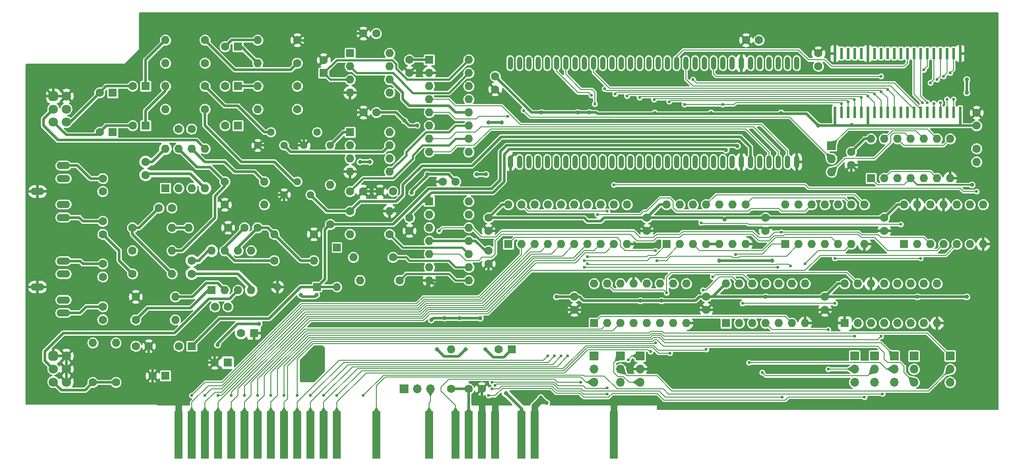
<source format=gbr>
G04 #@! TF.GenerationSoftware,KiCad,Pcbnew,(6.0.6)*
G04 #@! TF.CreationDate,2022-07-16T18:53:49+09:00*
G04 #@! TF.ProjectId,S1_FM_OPNA,53315f46-4d5f-44f5-904e-412e6b696361,0.1.4*
G04 #@! TF.SameCoordinates,PX22a3ad0PY8f85f18*
G04 #@! TF.FileFunction,Copper,L1,Top*
G04 #@! TF.FilePolarity,Positive*
%FSLAX46Y46*%
G04 Gerber Fmt 4.6, Leading zero omitted, Abs format (unit mm)*
G04 Created by KiCad (PCBNEW (6.0.6)) date 2022-07-16 18:53:49*
%MOMM*%
%LPD*%
G01*
G04 APERTURE LIST*
G04 Aperture macros list*
%AMRoundRect*
0 Rectangle with rounded corners*
0 $1 Rounding radius*
0 $2 $3 $4 $5 $6 $7 $8 $9 X,Y pos of 4 corners*
0 Add a 4 corners polygon primitive as box body*
4,1,4,$2,$3,$4,$5,$6,$7,$8,$9,$2,$3,0*
0 Add four circle primitives for the rounded corners*
1,1,$1+$1,$2,$3*
1,1,$1+$1,$4,$5*
1,1,$1+$1,$6,$7*
1,1,$1+$1,$8,$9*
0 Add four rect primitives between the rounded corners*
20,1,$1+$1,$2,$3,$4,$5,0*
20,1,$1+$1,$4,$5,$6,$7,0*
20,1,$1+$1,$6,$7,$8,$9,0*
20,1,$1+$1,$8,$9,$2,$3,0*%
%AMOutline4P*
0 Free polygon, 4 corners , with rotation*
0 The origin of the aperture is its center*
0 number of corners: always 4*
0 $1 to $8 corner X, Y*
0 $9 Rotation angle, in degrees counterclockwise*
0 create outline with 4 corners*
4,1,4,$1,$2,$3,$4,$5,$6,$7,$8,$1,$2,$9*%
G04 Aperture macros list end*
G04 #@! TA.AperFunction,ComponentPad*
%ADD10O,2.600000X1.400000*%
G04 #@! TD*
G04 #@! TA.AperFunction,ComponentPad*
%ADD11R,1.700000X1.700000*%
G04 #@! TD*
G04 #@! TA.AperFunction,ComponentPad*
%ADD12O,1.700000X1.700000*%
G04 #@! TD*
G04 #@! TA.AperFunction,ComponentPad*
%ADD13R,1.600000X1.600000*%
G04 #@! TD*
G04 #@! TA.AperFunction,ComponentPad*
%ADD14C,1.600000*%
G04 #@! TD*
G04 #@! TA.AperFunction,SMDPad,CuDef*
%ADD15Outline4P,-0.625000X-0.500000X0.625000X-0.500000X0.005000X0.500000X-0.005000X0.500000X0.000000*%
G04 #@! TD*
G04 #@! TA.AperFunction,SMDPad,CuDef*
%ADD16Outline4P,-0.625000X-0.500000X0.625000X-0.500000X0.005000X0.500000X-0.005000X0.500000X315.000000*%
G04 #@! TD*
G04 #@! TA.AperFunction,ComponentPad*
%ADD17R,1.500000X1.500000*%
G04 #@! TD*
G04 #@! TA.AperFunction,ComponentPad*
%ADD18O,1.500000X1.500000*%
G04 #@! TD*
G04 #@! TA.AperFunction,ComponentPad*
%ADD19C,1.440000*%
G04 #@! TD*
G04 #@! TA.AperFunction,ComponentPad*
%ADD20O,1.600000X1.600000*%
G04 #@! TD*
G04 #@! TA.AperFunction,ComponentPad*
%ADD21O,1.000000X2.540000*%
G04 #@! TD*
G04 #@! TA.AperFunction,SMDPad,CuDef*
%ADD22Outline4P,-0.625000X-0.500000X0.625000X-0.500000X0.005000X0.500000X-0.005000X0.500000X90.000000*%
G04 #@! TD*
G04 #@! TA.AperFunction,SMDPad,CuDef*
%ADD23Outline4P,-0.625000X-0.500000X0.625000X-0.500000X0.005000X0.500000X-0.005000X0.500000X180.000000*%
G04 #@! TD*
G04 #@! TA.AperFunction,SMDPad,CuDef*
%ADD24R,0.600000X2.200000*%
G04 #@! TD*
G04 #@! TA.AperFunction,SMDPad,CuDef*
%ADD25Outline4P,-0.625000X-0.500000X0.625000X-0.500000X0.005000X0.500000X-0.005000X0.500000X135.000000*%
G04 #@! TD*
G04 #@! TA.AperFunction,SMDPad,CuDef*
%ADD26Outline4P,-0.625000X-0.500000X0.625000X-0.500000X0.005000X0.500000X-0.005000X0.500000X45.000000*%
G04 #@! TD*
G04 #@! TA.AperFunction,ComponentPad*
%ADD27RoundRect,0.450000X0.450000X0.450000X-0.450000X0.450000X-0.450000X-0.450000X0.450000X-0.450000X0*%
G04 #@! TD*
G04 #@! TA.AperFunction,ComponentPad*
%ADD28C,1.800000*%
G04 #@! TD*
G04 #@! TA.AperFunction,SMDPad,CuDef*
%ADD29Outline4P,-0.625000X-0.500000X0.625000X-0.500000X0.005000X0.500000X-0.005000X0.500000X225.000000*%
G04 #@! TD*
G04 #@! TA.AperFunction,ConnectorPad*
%ADD30R,1.524000X9.144000*%
G04 #@! TD*
G04 #@! TA.AperFunction,ViaPad*
%ADD31C,0.800000*%
G04 #@! TD*
G04 #@! TA.AperFunction,ViaPad*
%ADD32C,0.600000*%
G04 #@! TD*
G04 #@! TA.AperFunction,Conductor*
%ADD33C,0.500000*%
G04 #@! TD*
G04 #@! TA.AperFunction,Conductor*
%ADD34C,0.600000*%
G04 #@! TD*
G04 #@! TA.AperFunction,Conductor*
%ADD35C,0.400000*%
G04 #@! TD*
G04 #@! TA.AperFunction,Conductor*
%ADD36C,0.200000*%
G04 #@! TD*
G04 #@! TA.AperFunction,Conductor*
%ADD37C,0.300000*%
G04 #@! TD*
G04 APERTURE END LIST*
D10*
X2540000Y52705000D03*
X7540000Y47705000D03*
X7540000Y50205000D03*
X7540000Y57705000D03*
X7540000Y55205000D03*
D11*
X118618000Y20955000D03*
D12*
X118618000Y18415000D03*
X118618000Y15875000D03*
D13*
X39155380Y19685000D03*
D14*
X36655380Y19685000D03*
D15*
X44958000Y10668000D03*
D14*
X90678000Y74930000D03*
X90678000Y72430000D03*
D13*
X23368000Y65405000D03*
D14*
X20868000Y65405000D03*
D16*
X156204357Y57253858D03*
D17*
X56388000Y34290000D03*
D18*
X48768000Y34290000D03*
D19*
X55118000Y52070000D03*
X52578000Y54610000D03*
X50038000Y52070000D03*
D14*
X38608000Y50165000D03*
D20*
X46228000Y50165000D03*
D14*
X34798000Y73025000D03*
D20*
X27178000Y73025000D03*
D10*
X2540000Y34290000D03*
X7540000Y29290000D03*
X7540000Y31790000D03*
X7540000Y39290000D03*
X7540000Y36790000D03*
D15*
X39878000Y10668000D03*
D13*
X157988000Y27305000D03*
D20*
X160528000Y27305000D03*
X163068000Y27305000D03*
X165608000Y27305000D03*
X168148000Y27305000D03*
X170688000Y27305000D03*
X173228000Y27305000D03*
X175768000Y27305000D03*
X175768000Y34925000D03*
X173228000Y34925000D03*
X170688000Y34925000D03*
X168148000Y34925000D03*
X165608000Y34925000D03*
X163068000Y34925000D03*
X160528000Y34925000D03*
X157988000Y34925000D03*
D11*
X178308000Y20955000D03*
D12*
X178308000Y18415000D03*
X178308000Y15875000D03*
D14*
X62738000Y48895000D03*
D20*
X70358000Y48895000D03*
D14*
X25908000Y49530000D03*
X28408000Y49530000D03*
D13*
X93223000Y42555000D03*
D20*
X95763000Y42555000D03*
X98303000Y42555000D03*
X100843000Y42555000D03*
X103383000Y42555000D03*
X105923000Y42555000D03*
X108463000Y42555000D03*
X111003000Y42555000D03*
X113543000Y42555000D03*
X116083000Y42555000D03*
X116083000Y50175000D03*
X113543000Y50175000D03*
X111003000Y50175000D03*
X108463000Y50175000D03*
X105923000Y50175000D03*
X103383000Y50175000D03*
X100843000Y50175000D03*
X98303000Y50175000D03*
X95763000Y50175000D03*
X93223000Y50175000D03*
D15*
X37338000Y10668000D03*
D14*
X17653000Y15875000D03*
D20*
X17653000Y23495000D03*
D15*
X67818000Y10668000D03*
D14*
X183388000Y65405000D03*
X183388000Y67905000D03*
X52578000Y73025000D03*
D20*
X44958000Y73025000D03*
D11*
X159893000Y20955000D03*
D12*
X159893000Y18415000D03*
X159893000Y15875000D03*
D15*
X50038000Y10668000D03*
X52578000Y10668000D03*
D21*
X93568000Y58420000D03*
X95348000Y58420000D03*
X97128000Y58420000D03*
X98908000Y58420000D03*
X100688000Y58420000D03*
X102468000Y58420000D03*
X104248000Y58420000D03*
X106028000Y58420000D03*
X107808000Y58420000D03*
X109588000Y58420000D03*
X111368000Y58420000D03*
X113148000Y58420000D03*
X114928000Y58420000D03*
X116708000Y58420000D03*
X118488000Y58420000D03*
X120268000Y58420000D03*
X122048000Y58420000D03*
X123828000Y58420000D03*
X125608000Y58420000D03*
X127388000Y58420000D03*
X129168000Y58420000D03*
X130948000Y58420000D03*
X132728000Y58420000D03*
X134508000Y58420000D03*
X136288000Y58420000D03*
X138068000Y58420000D03*
X139848000Y58420000D03*
X141628000Y58420000D03*
X143408000Y58420000D03*
X145188000Y58420000D03*
X146968000Y58420000D03*
X148748000Y58420000D03*
X148748000Y77470000D03*
X146968000Y77470000D03*
X145188000Y77470000D03*
X143408000Y77470000D03*
X141628000Y77470000D03*
X139848000Y77470000D03*
X138068000Y77470000D03*
X136288000Y77470000D03*
X134508000Y77470000D03*
X132728000Y77470000D03*
X130948000Y77470000D03*
X129168000Y77470000D03*
X127388000Y77470000D03*
X125608000Y77470000D03*
X123828000Y77470000D03*
X122048000Y77470000D03*
X120268000Y77470000D03*
X118488000Y77470000D03*
X116708000Y77470000D03*
X114928000Y77470000D03*
X113148000Y77470000D03*
X111368000Y77470000D03*
X109588000Y77470000D03*
X107808000Y77470000D03*
X106028000Y77470000D03*
X104248000Y77470000D03*
X102468000Y77470000D03*
X100688000Y77470000D03*
X98908000Y77470000D03*
X97128000Y77470000D03*
X95348000Y77470000D03*
X93568000Y77470000D03*
D14*
X21463000Y32385000D03*
D20*
X29083000Y32385000D03*
D14*
X52578000Y68580000D03*
D20*
X44958000Y68580000D03*
D11*
X109728000Y20955000D03*
D12*
X109728000Y18415000D03*
X109728000Y15875000D03*
D14*
X52563000Y77470000D03*
D20*
X44943000Y77470000D03*
D22*
X117475000Y20955000D03*
D13*
X77978000Y50800000D03*
D20*
X77978000Y48260000D03*
X77978000Y45720000D03*
X77978000Y43180000D03*
X77978000Y40640000D03*
X77978000Y38100000D03*
X77978000Y35560000D03*
X85598000Y35560000D03*
X85598000Y38100000D03*
X85598000Y40640000D03*
X85598000Y43180000D03*
X85598000Y45720000D03*
X85598000Y48260000D03*
X85598000Y50800000D03*
D13*
X17018000Y64135000D03*
D14*
X14518000Y64135000D03*
D13*
X32258000Y22860000D03*
D14*
X29758000Y22860000D03*
X15113000Y38735000D03*
X15113000Y36235000D03*
D13*
X57658000Y75565000D03*
D14*
X57658000Y78065000D03*
X15113000Y52705000D03*
X15113000Y55205000D03*
X48133000Y39370000D03*
D20*
X55753000Y39370000D03*
D13*
X146558000Y42545000D03*
D20*
X149098000Y42545000D03*
X151638000Y42545000D03*
X154178000Y42545000D03*
X156718000Y42545000D03*
X159258000Y42545000D03*
X161798000Y42545000D03*
X161798000Y50165000D03*
X159258000Y50165000D03*
X156718000Y50165000D03*
X154178000Y50165000D03*
X151638000Y50165000D03*
X149098000Y50165000D03*
X146558000Y50165000D03*
D15*
X32258000Y10668000D03*
D14*
X15113000Y44450000D03*
X15113000Y46950000D03*
X105918000Y32385000D03*
X105918000Y29885000D03*
X183388000Y60960000D03*
D20*
X183388000Y58420000D03*
D14*
X67778000Y83185000D03*
X65278000Y83185000D03*
D13*
X163068000Y55245000D03*
D20*
X165608000Y55245000D03*
X168148000Y55245000D03*
X170688000Y55245000D03*
X173228000Y55245000D03*
X175768000Y55245000D03*
X178308000Y55245000D03*
X178308000Y62865000D03*
X175768000Y62865000D03*
X173228000Y62865000D03*
X170688000Y62865000D03*
X168148000Y62865000D03*
X165608000Y62865000D03*
X163068000Y62865000D03*
D13*
X109728000Y27305000D03*
D20*
X112268000Y27305000D03*
X114808000Y27305000D03*
X117348000Y27305000D03*
X119888000Y27305000D03*
X122428000Y27305000D03*
X124968000Y27305000D03*
X127508000Y27305000D03*
X127508000Y34925000D03*
X124968000Y34925000D03*
X122428000Y34925000D03*
X119888000Y34925000D03*
X117348000Y34925000D03*
X114808000Y34925000D03*
X112268000Y34925000D03*
X109728000Y34925000D03*
D14*
X42418000Y45720000D03*
X44918000Y45720000D03*
X62738000Y52705000D03*
X65238000Y52705000D03*
D13*
X123698000Y42545000D03*
D20*
X126238000Y42545000D03*
X128778000Y42545000D03*
X131318000Y42545000D03*
X133858000Y42545000D03*
X136398000Y42545000D03*
X138938000Y42545000D03*
X138938000Y50165000D03*
X136398000Y50165000D03*
X133858000Y50165000D03*
X131318000Y50165000D03*
X128778000Y50165000D03*
X126238000Y50165000D03*
X123698000Y50165000D03*
D11*
X171323000Y20955000D03*
D12*
X171323000Y18415000D03*
X171323000Y15875000D03*
D13*
X62738000Y64135000D03*
D20*
X62738000Y61595000D03*
X62738000Y59055000D03*
X62738000Y56515000D03*
X70358000Y56515000D03*
X70358000Y59055000D03*
X70358000Y61595000D03*
X70358000Y64135000D03*
D13*
X41148000Y80645000D03*
D14*
X38648000Y80645000D03*
D13*
X77978000Y78105000D03*
D20*
X77978000Y75565000D03*
X77978000Y73025000D03*
X77978000Y70485000D03*
X77978000Y67945000D03*
X77978000Y65405000D03*
X77978000Y62865000D03*
X77978000Y60325000D03*
X85598000Y60325000D03*
X85598000Y62865000D03*
X85598000Y65405000D03*
X85598000Y67945000D03*
X85598000Y70485000D03*
X85598000Y73025000D03*
X85598000Y75565000D03*
X85598000Y78105000D03*
D22*
X108712000Y15875000D03*
D11*
X167513000Y20955000D03*
D12*
X167513000Y18415000D03*
X167513000Y15875000D03*
D14*
X34798000Y68580000D03*
D20*
X27178000Y68580000D03*
D14*
X85598000Y14605000D03*
X88098000Y14605000D03*
D23*
X78232000Y13589000D03*
D14*
X39243000Y45720000D03*
D20*
X31623000Y45720000D03*
D14*
X34798000Y77470000D03*
D20*
X27178000Y77470000D03*
D24*
X156083000Y67960000D03*
X157353000Y67960000D03*
X158623000Y67960000D03*
X159893000Y67960000D03*
X161163000Y67960000D03*
X162433000Y67960000D03*
X163703000Y67960000D03*
X164973000Y67960000D03*
X166243000Y67960000D03*
X167513000Y67960000D03*
X168783000Y67960000D03*
X170053000Y67960000D03*
X171323000Y67960000D03*
X172593000Y67960000D03*
X173863000Y67960000D03*
X175133000Y67960000D03*
X176403000Y67960000D03*
X177673000Y67960000D03*
X178943000Y67960000D03*
X180213000Y67960000D03*
X180213000Y79360000D03*
X178943000Y79360000D03*
X177673000Y79360000D03*
X176403000Y79360000D03*
X175133000Y79360000D03*
X173863000Y79360000D03*
X172593000Y79360000D03*
X171323000Y79360000D03*
X170053000Y79360000D03*
X168783000Y79360000D03*
X167513000Y79360000D03*
X166243000Y79360000D03*
X164973000Y79360000D03*
X163703000Y79360000D03*
X162433000Y79360000D03*
X161163000Y79360000D03*
X159893000Y79360000D03*
X158623000Y79360000D03*
X157353000Y79360000D03*
X156083000Y79360000D03*
D11*
X163703000Y20955000D03*
D12*
X163703000Y18415000D03*
X163703000Y15875000D03*
D14*
X83058000Y54610000D03*
X80558000Y54610000D03*
D25*
X177580797Y17687797D03*
D14*
X131318000Y32385000D03*
X131318000Y29885000D03*
D13*
X135128000Y27305000D03*
D20*
X137668000Y27305000D03*
X140208000Y27305000D03*
X142748000Y27305000D03*
X145288000Y27305000D03*
X147828000Y27305000D03*
X150368000Y27305000D03*
X150368000Y34925000D03*
X147828000Y34925000D03*
X145288000Y34925000D03*
X142748000Y34925000D03*
X140208000Y34925000D03*
X137668000Y34925000D03*
X135128000Y34925000D03*
D14*
X23368000Y58420000D03*
X23368000Y55920000D03*
D13*
X17018000Y71755000D03*
D14*
X14518000Y71755000D03*
D22*
X158877000Y18415000D03*
D14*
X20828000Y41275000D03*
D20*
X28448000Y41275000D03*
D14*
X159258000Y60325000D03*
X159258000Y57825000D03*
X70993000Y52705000D03*
X68493000Y52705000D03*
D11*
X155448000Y61570000D03*
D12*
X155448000Y59030000D03*
X155448000Y56490000D03*
D25*
X162941000Y17653000D03*
D14*
X154178000Y32385000D03*
X154178000Y29885000D03*
D13*
X23368000Y73025000D03*
D14*
X20868000Y73025000D03*
D17*
X60198000Y41910000D03*
D18*
X60198000Y34290000D03*
D14*
X52578000Y81915000D03*
D20*
X44958000Y81915000D03*
D13*
X27178000Y17145000D03*
D14*
X24678000Y17145000D03*
X34798000Y81915000D03*
D20*
X27178000Y81915000D03*
D26*
X154698982Y59778054D03*
D22*
X166497000Y18415000D03*
D14*
X165608000Y47625000D03*
X165608000Y45125000D03*
X67818000Y67945000D03*
X65318000Y67945000D03*
D22*
X117602000Y15875000D03*
D14*
X152908000Y79375000D03*
X152908000Y76875000D03*
X38608000Y54610000D03*
D20*
X46228000Y54610000D03*
D15*
X57658000Y10668000D03*
D13*
X44235380Y25400000D03*
D14*
X41735380Y25400000D03*
D13*
X27178000Y53340000D03*
D20*
X29718000Y53340000D03*
X32258000Y53340000D03*
X34798000Y53340000D03*
X34798000Y60960000D03*
X32258000Y60960000D03*
X29718000Y60960000D03*
X27178000Y60960000D03*
D14*
X119888000Y47625000D03*
X119888000Y45125000D03*
D15*
X42418000Y10668000D03*
D14*
X74168000Y78105000D03*
X74168000Y75605000D03*
D11*
X73152000Y14605000D03*
D12*
X75692000Y14605000D03*
X78232000Y14605000D03*
D13*
X93853000Y22225000D03*
D14*
X91353000Y22225000D03*
X142748000Y47625000D03*
X142748000Y45125000D03*
D27*
X5588000Y71120000D03*
D28*
X5588000Y68620000D03*
X5588000Y66120000D03*
X8088000Y71120000D03*
X8088000Y68620000D03*
X8088000Y66120000D03*
D14*
X58928000Y46355000D03*
D20*
X58928000Y53975000D03*
D16*
X156201345Y62313663D03*
D13*
X41148000Y73025000D03*
D14*
X38648000Y73025000D03*
D15*
X85598000Y10668000D03*
D14*
X29718000Y64770000D03*
X32218000Y64770000D03*
X13208000Y15875000D03*
D20*
X13208000Y23495000D03*
D15*
X77978000Y10668000D03*
D13*
X169418000Y42545000D03*
D20*
X171958000Y42545000D03*
X174498000Y42545000D03*
X177038000Y42545000D03*
X179578000Y42545000D03*
X182118000Y42545000D03*
X184658000Y42545000D03*
X184658000Y50165000D03*
X182118000Y50165000D03*
X179578000Y50165000D03*
X177038000Y50165000D03*
X174498000Y50165000D03*
X171958000Y50165000D03*
X169418000Y50165000D03*
D14*
X72263000Y35560000D03*
D20*
X64643000Y35560000D03*
D11*
X114808000Y20955000D03*
D12*
X114808000Y18415000D03*
X114808000Y15875000D03*
D14*
X21463000Y27940000D03*
D20*
X29083000Y27940000D03*
D25*
X114046000Y20193000D03*
D15*
X95758000Y10668000D03*
X55118000Y10668000D03*
D13*
X62738000Y79375000D03*
D20*
X62738000Y76835000D03*
X62738000Y74295000D03*
X62738000Y71755000D03*
X70358000Y71755000D03*
X70358000Y74295000D03*
X70358000Y76835000D03*
X70358000Y79375000D03*
D26*
X170561000Y16637000D03*
D14*
X55753000Y44450000D03*
D20*
X48133000Y44450000D03*
D15*
X34798000Y10668000D03*
D14*
X20828000Y36830000D03*
D20*
X28448000Y36830000D03*
D14*
X15113000Y30480000D03*
X15113000Y27980000D03*
D15*
X83058000Y10668000D03*
D29*
X115570000Y17653000D03*
D14*
X74168000Y47625000D03*
X74168000Y45125000D03*
X32258000Y39370000D03*
X32258000Y36870000D03*
D27*
X5588000Y20955000D03*
D28*
X5588000Y18455000D03*
X5588000Y15955000D03*
X8088000Y20955000D03*
X8088000Y18455000D03*
X8088000Y15955000D03*
D13*
X41148000Y65405000D03*
D14*
X38648000Y65405000D03*
X70993000Y40005000D03*
D20*
X63373000Y40005000D03*
D14*
X70358000Y44450000D03*
D20*
X62738000Y44450000D03*
D19*
X50038000Y61595000D03*
X47498000Y64135000D03*
X44958000Y61595000D03*
X58928000Y61595000D03*
X56388000Y64135000D03*
X53848000Y61595000D03*
D14*
X82169000Y14605000D03*
D20*
X82169000Y22225000D03*
D14*
X89408000Y41275000D03*
X89408000Y38775000D03*
D30*
X29718000Y5715000D03*
X32258000Y5715000D03*
X34798000Y5715000D03*
X37338000Y5715000D03*
X39878000Y5715000D03*
X42418000Y5715000D03*
X44958000Y5715000D03*
X47498000Y5715000D03*
X50038000Y5715000D03*
X52578000Y5715000D03*
X55118000Y5715000D03*
X57658000Y5715000D03*
X60198000Y5715000D03*
X67818000Y5715000D03*
X77978000Y5715000D03*
X83058000Y5715000D03*
X85598000Y5715000D03*
X88138000Y5715000D03*
X90678000Y5715000D03*
X95758000Y5715000D03*
X98298000Y5715000D03*
X113538000Y5715000D03*
D14*
X21463000Y22860000D03*
X23963000Y22860000D03*
X36703000Y30480000D03*
X39203000Y30480000D03*
X89408000Y47625000D03*
X89408000Y45125000D03*
D26*
X166785797Y21682203D03*
D15*
X60198000Y10668000D03*
X47498000Y10668000D03*
D14*
X20828000Y45720000D03*
D20*
X28448000Y45720000D03*
D14*
X141478000Y81915000D03*
X138978000Y81915000D03*
D13*
X36068000Y33655000D03*
D20*
X38608000Y33655000D03*
X41148000Y33655000D03*
X43688000Y33655000D03*
X43688000Y41275000D03*
X41148000Y41275000D03*
X38608000Y41275000D03*
X36068000Y41275000D03*
D31*
X55118000Y16510000D03*
X118618000Y31623000D03*
X88773000Y22225000D03*
X159266840Y65504500D03*
X133858000Y39370000D03*
X79502000Y22225000D03*
X57150000Y22225000D03*
X99568000Y67945000D03*
X55753000Y22225000D03*
X181483000Y71755000D03*
X78359000Y27940000D03*
X64643000Y58420000D03*
X106553000Y67945000D03*
X152908000Y65405000D03*
X87099808Y56007000D03*
X53213000Y32766000D03*
X66548000Y58420000D03*
X145710916Y67857371D03*
X181483000Y32385000D03*
X102489000Y32385000D03*
X134810500Y47307500D03*
X83820000Y28314509D03*
X181483000Y74295000D03*
X88900000Y56007000D03*
X132245097Y67843392D03*
X45212000Y27178000D03*
X84963000Y22225000D03*
X108775500Y67945000D03*
X142748000Y32385000D03*
X74589100Y52487256D03*
X99441000Y12954000D03*
X122682000Y31623000D03*
X80874882Y28296882D03*
X171958000Y32385000D03*
X77597000Y56007000D03*
X121410525Y67844888D03*
X100584000Y11938000D03*
X87789985Y28282277D03*
X75620797Y65476203D03*
X89408000Y66040000D03*
X91948000Y66040000D03*
X73215500Y66357500D03*
X53848000Y16510000D03*
X37211000Y23114000D03*
X144018000Y39370000D03*
X56261000Y32766000D03*
X138068000Y68815000D03*
X55622951Y26971458D03*
X45651397Y34797255D03*
X142227500Y36277824D03*
X94488000Y13970000D03*
X122307500Y52705000D03*
X39116000Y27178000D03*
X185928000Y55245000D03*
X140843000Y48641000D03*
X66220916Y48567916D03*
X74168000Y67945000D03*
X29083000Y34925000D03*
X75628890Y58333672D03*
X116078000Y45819500D03*
D32*
X90678000Y63500000D03*
D31*
X75099383Y64402608D03*
X25253494Y57249081D03*
X157988000Y15875000D03*
X80518000Y34925000D03*
X90678000Y58420000D03*
X122186601Y55253182D03*
X4572000Y75057000D03*
X127508000Y32893000D03*
X88773000Y79375000D03*
X112776000Y66341500D03*
D32*
X90678000Y60960000D03*
D31*
X20193000Y58420000D03*
X23368000Y43815000D03*
X58928000Y37973000D03*
X47625000Y27305000D03*
X119285601Y36574839D03*
X144780000Y66294000D03*
X157988000Y20955000D03*
X157988000Y12065000D03*
X57023000Y85725000D03*
X139573000Y55245000D03*
X2413000Y75057000D03*
X122307500Y45709200D03*
X116078000Y12685500D03*
X24003000Y60960000D03*
X36068000Y24130000D03*
X66199334Y44375204D03*
D32*
X135128000Y64135000D03*
D31*
X75819000Y52676224D03*
X138927162Y45767680D03*
X57023000Y54610000D03*
X33528000Y26670000D03*
X30353000Y48260000D03*
X132588000Y45720000D03*
X42799000Y29591000D03*
X89662000Y28321000D03*
X170257782Y72594782D03*
D32*
X115062000Y64135000D03*
D31*
X122307500Y48588363D03*
X9144000Y64526500D03*
X98298000Y13970000D03*
X92583000Y12192000D03*
X105287017Y13055500D03*
X58293000Y55880000D03*
X44196000Y29591000D03*
X154325725Y75745347D03*
X58928000Y85725000D03*
X117348000Y29845000D03*
D32*
X137287000Y66294000D03*
D31*
X154495500Y66992500D03*
X183388000Y80645000D03*
X147320000Y33401000D03*
D32*
X116776500Y62420500D03*
D31*
X147360000Y29885000D03*
X59436000Y76073000D03*
X59690000Y66675000D03*
X110617000Y68707000D03*
X161798000Y45085000D03*
X26543000Y47625000D03*
D32*
X133413500Y62420500D03*
X117602000Y59944000D03*
D31*
X59690000Y68072000D03*
X58928000Y40005000D03*
X24003000Y85725000D03*
X86570500Y27007500D03*
X65582072Y56525544D03*
X33528000Y35306000D03*
X25908000Y85725000D03*
X127508000Y29845000D03*
X65278000Y71755000D03*
X92732159Y13820841D03*
X135128000Y60706000D03*
X137287000Y61468000D03*
D32*
X32258000Y13335000D03*
X34798000Y13335000D03*
X37338000Y13335000D03*
X39878000Y13335000D03*
X42418000Y13335000D03*
X44958000Y13335000D03*
X159893000Y24765000D03*
X47498000Y13335000D03*
X164973000Y24765000D03*
X50038000Y13335000D03*
X121539847Y23535331D03*
X52578000Y13335000D03*
X100838000Y20955000D03*
X108458000Y40169503D03*
X102108000Y20955000D03*
X107823000Y39370000D03*
X55118000Y13335000D03*
X147496798Y38318054D03*
X108458000Y38735000D03*
X103378000Y20955000D03*
X104648000Y20955000D03*
X107823000Y38100000D03*
X57658000Y13335000D03*
X145059503Y38064500D03*
X131318000Y22225000D03*
X132588000Y36195000D03*
X124333000Y21514801D03*
X60198000Y13335000D03*
X130683000Y33655000D03*
X120587500Y21818785D03*
X65278000Y13335000D03*
X165252369Y13660500D03*
X112268000Y14804500D03*
X90043000Y15911254D03*
X145923000Y13047072D03*
X90678000Y15311754D03*
X107188000Y15875000D03*
X161798000Y13047072D03*
X89408000Y13335000D03*
X154813000Y18415000D03*
X142113000Y17780000D03*
X139573000Y19685000D03*
X172593000Y39805500D03*
X156083000Y39805500D03*
X110363000Y48260000D03*
X116286717Y20193000D03*
X121793000Y39370000D03*
X112268000Y13605500D03*
X90043000Y14605000D03*
X96145168Y68332168D03*
D31*
X182499000Y53975000D03*
D32*
X172905007Y69850000D03*
X123698000Y33147000D03*
X112268000Y48895000D03*
X109220000Y71247000D03*
X121558000Y41275000D03*
X109855000Y69596000D03*
X136926589Y40533589D03*
X156083000Y31115000D03*
X138303000Y31115000D03*
X154813000Y26035000D03*
X150368000Y38735000D03*
X130368757Y46661067D03*
X168783000Y46355000D03*
X173863000Y69850000D03*
X145796000Y44831000D03*
X79883000Y45085000D03*
X183388000Y52705000D03*
X113538000Y53975000D03*
X157353000Y69647073D03*
X134493000Y69469000D03*
X127127000Y69469000D03*
X175133000Y69720500D03*
X164973000Y74930000D03*
X173228000Y76200000D03*
X128778000Y74295000D03*
X124206000Y70047073D03*
X176403000Y69850000D03*
X158623000Y70047073D03*
X159808096Y70447073D03*
X121285000Y70447073D03*
X177673000Y70485000D03*
X161163000Y70847073D03*
X118491000Y70847073D03*
X178943000Y70485000D03*
X162433000Y71120000D03*
X178308000Y75565000D03*
X116078000Y71120000D03*
X177038000Y74930000D03*
X163723831Y71563008D03*
X113792000Y71501000D03*
X175768000Y74295000D03*
X165003572Y71994927D03*
X111741598Y72529060D03*
X166281786Y72351214D03*
X174498000Y73660000D03*
X93111589Y67203589D03*
D33*
X97917000Y11430000D02*
X97917000Y10160000D01*
X99441000Y12954000D02*
X97917000Y11430000D01*
X97917000Y10160000D02*
X98298000Y9779000D01*
X98298000Y9779000D02*
X98298000Y5715000D01*
X99441000Y12954000D02*
X99568000Y12954000D01*
X99568000Y12954000D02*
X100584000Y11938000D01*
X99459110Y11938000D02*
X99206142Y11685032D01*
X100584000Y11938000D02*
X99459110Y11938000D01*
X115174500Y12685500D02*
X116078000Y12685500D01*
X113919000Y11430000D02*
X115174500Y12685500D01*
X113538000Y9652000D02*
X113919000Y10033000D01*
X113919000Y10033000D02*
X113919000Y11430000D01*
X113538000Y5715000D02*
X113538000Y9652000D01*
X113157000Y11430000D02*
X112882150Y11704850D01*
X112882150Y11704850D02*
X105643150Y11704850D01*
X113157000Y6096000D02*
X113157000Y11430000D01*
X113538000Y5715000D02*
X113157000Y6096000D01*
X131318000Y32385000D02*
X132588000Y32385000D01*
X87099808Y56007000D02*
X88900000Y56007000D01*
X107823000Y47625000D02*
X108458000Y46990000D01*
X152908000Y65405000D02*
X155976080Y65405000D01*
X111633000Y47625000D02*
X119888000Y47625000D01*
X165608000Y47625000D02*
X168148000Y50165000D01*
X67818000Y67945000D02*
X71628000Y67945000D01*
X110106207Y67945000D02*
X110360207Y67691000D01*
X83656175Y20918175D02*
X84963000Y22225000D01*
X180213000Y67960000D02*
X180213000Y65453289D01*
X132207000Y67691000D02*
X145669000Y67691000D01*
X98679000Y11157890D02*
X99206142Y11685032D01*
X37211000Y23368000D02*
X41021000Y27178000D01*
X134810500Y47307500D02*
X135128000Y47625000D01*
X121412000Y67843413D02*
X121412000Y67691000D01*
X105918000Y32385000D02*
X102489000Y32385000D01*
X89408000Y66040000D02*
X91948000Y66040000D01*
X98679000Y10033000D02*
X98679000Y11157890D01*
X162433000Y67960000D02*
X162433000Y65417068D01*
X132245097Y67729097D02*
X132207000Y67691000D01*
X142748000Y32385000D02*
X131318000Y32385000D01*
X106934000Y32385000D02*
X105918000Y32385000D01*
X133894411Y39333589D02*
X133858000Y39370000D01*
X150622000Y67691000D02*
X152908000Y65405000D01*
X77597000Y55805948D02*
X77597000Y56007000D01*
X161798000Y62865000D02*
X163068000Y62865000D01*
X168148000Y50165000D02*
X169418000Y50165000D01*
X81661000Y56007000D02*
X83058000Y54610000D01*
X119888000Y47625000D02*
X134493000Y47625000D01*
X129984500Y32385000D02*
X131318000Y32385000D01*
X83820000Y28314509D02*
X83852232Y28282277D01*
X98298000Y5715000D02*
X98298000Y9652000D01*
X53213000Y32766000D02*
X53584000Y32395000D01*
X154178000Y32385000D02*
X156718000Y34925000D01*
X74168000Y65405000D02*
X75438000Y65405000D01*
X144018000Y39370000D02*
X143981589Y39333589D01*
X155976080Y65405000D02*
X162445068Y65405000D01*
X118618000Y31623000D02*
X122682000Y31623000D01*
X98298000Y9652000D02*
X98679000Y10033000D01*
X156083000Y65511920D02*
X155976080Y65405000D01*
X143981589Y39333589D02*
X133894411Y39333589D01*
X83852232Y28282277D02*
X87789985Y28282277D01*
X98298000Y5715000D02*
X98298000Y11430000D01*
X145710916Y67732916D02*
X145710916Y67857371D01*
X121412000Y67691000D02*
X132207000Y67691000D01*
X41021000Y27178000D02*
X45212000Y27178000D01*
X90286746Y20711254D02*
X88773000Y22225000D01*
X79502000Y22225000D02*
X80808825Y20918175D01*
X93853000Y22225000D02*
X92339254Y20711254D01*
X78715882Y28296882D02*
X80874882Y28296882D01*
X134493000Y47625000D02*
X134810500Y47307500D01*
X181483000Y71755000D02*
X181483000Y74295000D01*
X108458000Y67945000D02*
X110106207Y67945000D01*
X162445068Y65405000D02*
X180164711Y65405000D01*
X80808825Y20918175D02*
X83656175Y20918175D01*
X180213000Y65453289D02*
X180164711Y65405000D01*
X156083000Y67960000D02*
X156083000Y65511920D01*
X73215500Y66357500D02*
X74168000Y65405000D01*
X122682000Y31623000D02*
X129222500Y31623000D01*
X99568000Y67945000D02*
X105283000Y67945000D01*
X55753000Y22225000D02*
X57150000Y22225000D01*
X105283000Y67945000D02*
X106553000Y67945000D01*
X83802373Y28296882D02*
X80874882Y28296882D01*
X110998000Y46990000D02*
X111633000Y47625000D01*
X180164711Y65405000D02*
X183388000Y65405000D01*
X55753000Y17145000D02*
X55753000Y22225000D01*
X162433000Y65417068D02*
X162445068Y65405000D01*
X53584000Y32395000D02*
X55890000Y32395000D01*
X121410525Y67844888D02*
X121412000Y67843413D01*
X145669000Y67691000D02*
X145710916Y67732916D01*
X99568000Y67945000D02*
X97663000Y67945000D01*
X37211000Y23114000D02*
X37211000Y23368000D01*
X97663000Y67945000D02*
X90678000Y74930000D01*
X145669000Y67691000D02*
X150622000Y67691000D01*
X107696000Y31623000D02*
X106934000Y32385000D01*
X142748000Y47625000D02*
X165608000Y47625000D01*
X74589100Y52487256D02*
X74589100Y52798048D01*
X74589100Y52798048D02*
X77597000Y55805948D01*
X77597000Y56007000D02*
X81661000Y56007000D01*
X118618000Y31623000D02*
X107696000Y31623000D01*
X132245097Y67843392D02*
X132245097Y67729097D01*
X74168000Y78105000D02*
X77978000Y78105000D01*
X108458000Y46990000D02*
X110998000Y46990000D01*
X91958000Y50175000D02*
X89408000Y47625000D01*
X132588000Y32385000D02*
X135128000Y34925000D01*
X154178000Y32385000D02*
X171958000Y32385000D01*
X71628000Y67945000D02*
X73215500Y66357500D01*
X89408000Y47625000D02*
X107823000Y47625000D01*
X55890000Y32395000D02*
X56261000Y32766000D01*
X106553000Y67945000D02*
X108458000Y67945000D01*
X129222500Y31623000D02*
X129984500Y32385000D01*
X154178000Y32385000D02*
X142748000Y32385000D01*
X55118000Y16510000D02*
X55753000Y17145000D01*
X78359000Y27940000D02*
X78715882Y28296882D01*
X92339254Y20711254D02*
X90286746Y20711254D01*
X159258000Y60325000D02*
X161798000Y62865000D01*
X119888000Y47625000D02*
X122428000Y50165000D01*
X110360207Y67691000D02*
X121412000Y67691000D01*
X93223000Y50175000D02*
X91958000Y50175000D01*
X122428000Y50165000D02*
X123698000Y50165000D01*
X171958000Y32385000D02*
X181483000Y32385000D01*
X64643000Y58420000D02*
X66548000Y58420000D01*
X83820000Y28314509D02*
X83802373Y28296882D01*
X156718000Y34925000D02*
X157988000Y34925000D01*
X135128000Y47625000D02*
X142748000Y47625000D01*
X137239500Y66341500D02*
X112776000Y66341500D01*
X74208000Y75565000D02*
X74168000Y75605000D01*
X53848000Y81875000D02*
X57658000Y78065000D01*
X138879482Y45720000D02*
X132588000Y45720000D01*
X56388000Y67945000D02*
X59690000Y67945000D01*
X30099000Y11811000D02*
X29845000Y12065000D01*
X105918000Y29885000D02*
X124928000Y29885000D01*
X91059000Y10033000D02*
X91059000Y11811000D01*
X171958000Y45165000D02*
X171998000Y45125000D01*
X144780000Y66294000D02*
X137287000Y66294000D01*
X88138000Y9652000D02*
X88519000Y10033000D01*
X76891660Y56908000D02*
X73648000Y53664340D01*
X56073597Y26971458D02*
X56078382Y26976243D01*
X80518000Y34925000D02*
X81183000Y34260000D01*
X75819000Y52676224D02*
X77752776Y54610000D01*
X116701000Y62345000D02*
X91973334Y62345000D01*
X8088000Y20955000D02*
X8088000Y18455000D01*
X105283000Y13051483D02*
X105283000Y12065000D01*
X117348000Y36830000D02*
X119030440Y36830000D01*
X47625000Y27305000D02*
X47625000Y26236900D01*
X138927162Y45767680D02*
X138879482Y45720000D01*
X144780000Y66294000D02*
X147335472Y66294000D01*
X182118000Y81915000D02*
X180213000Y81915000D01*
X161798000Y45085000D02*
X161838000Y45125000D01*
X152908000Y29845000D02*
X152868000Y29885000D01*
X38608000Y50165000D02*
X40513000Y52070000D01*
X65582072Y56525544D02*
X65571528Y56515000D01*
X70993000Y48895000D02*
X70358000Y48895000D01*
X56078382Y26976243D02*
X71239890Y26976243D01*
X88138000Y5715000D02*
X88138000Y12446000D01*
X24638000Y12065000D02*
X3048000Y12065000D01*
X93568000Y59151000D02*
X94488000Y60071000D01*
X53848000Y65405000D02*
X56388000Y67945000D01*
X101473000Y36830000D02*
X117348000Y36830000D01*
X147360000Y29885000D02*
X150408000Y29885000D01*
X30099000Y10033000D02*
X30099000Y11811000D01*
X42978100Y21590000D02*
X37338000Y21590000D01*
X171998000Y45125000D02*
X177078000Y45125000D01*
X155448001Y81915000D02*
X152908000Y79375000D01*
X117883500Y45819500D02*
X118578000Y45125000D01*
X178308000Y57785000D02*
X178308000Y55245000D01*
X51838000Y31645000D02*
X74698000Y31645000D01*
X147335472Y66294000D02*
X148748000Y64881472D01*
X127508000Y29845000D02*
X127548000Y29885000D01*
X3048000Y12065000D02*
X2540000Y12573000D01*
X150368000Y29845000D02*
X150368000Y27305000D01*
X29718000Y17145000D02*
X29718000Y17780000D01*
X90297000Y12065000D02*
X90678000Y12065000D01*
X77978000Y34925000D02*
X77978000Y35560000D01*
X91186000Y29845000D02*
X100838000Y29845000D01*
X175728000Y57825000D02*
X175768000Y57785000D01*
X46788100Y25400000D02*
X46825550Y25437450D01*
X90678000Y9652000D02*
X90297000Y10033000D01*
X96726500Y66341500D02*
X90678000Y72390000D01*
X138049000Y59944000D02*
X138049000Y58439000D01*
X55622951Y26971458D02*
X56073597Y26971458D01*
X91059000Y11811000D02*
X91313000Y12065000D01*
X88519000Y10033000D02*
X88519000Y11811000D01*
X90678000Y72390000D02*
X90678000Y72430000D01*
X90718000Y45125000D02*
X89408000Y45125000D01*
X115118500Y64191500D02*
X115062000Y64135000D01*
X2413000Y75057000D02*
X2413000Y74295000D01*
X29718000Y12065000D02*
X29718000Y17145000D01*
X50038000Y52070000D02*
X50038000Y50165000D01*
X90678000Y9652000D02*
X91059000Y10033000D01*
X92075000Y12192000D02*
X91948000Y12065000D01*
X40513000Y52070000D02*
X50038000Y52070000D01*
X116078000Y45819500D02*
X117883500Y45819500D01*
X44958000Y61595000D02*
X47498000Y61595000D01*
X165608000Y45125000D02*
X171998000Y45125000D01*
X73648000Y53664340D02*
X73648000Y51550000D01*
X88773000Y12065000D02*
X90297000Y12065000D01*
X183388000Y80645000D02*
X182118000Y81915000D01*
X2540000Y52705000D02*
X2540000Y74930000D01*
X29845000Y12065000D02*
X29718000Y12065000D01*
X121782200Y45709200D02*
X121198000Y45125000D01*
X86570500Y27007500D02*
X71271147Y27007500D01*
X88519000Y11811000D02*
X88773000Y12065000D01*
X116776500Y62420500D02*
X116701000Y62345000D01*
X117348000Y36830000D02*
X117348000Y34925000D01*
X53848000Y61595000D02*
X53848000Y65405000D01*
X36655380Y19685000D02*
X29718000Y19685000D01*
X124968000Y29845000D02*
X127508000Y29845000D01*
X112776000Y66341500D02*
X96726500Y66341500D01*
X36655380Y20907380D02*
X36655380Y19685000D01*
X2413000Y74295000D02*
X5588000Y71120000D01*
X184658000Y42545000D02*
X184658000Y45085000D01*
X88138000Y12446000D02*
X87757000Y12065000D01*
X52578000Y61595000D02*
X53848000Y61595000D01*
X180213000Y81915000D02*
X162433000Y81915000D01*
X177078000Y45125000D02*
X179538000Y45125000D01*
X8088000Y15955000D02*
X8088000Y18455000D01*
X138049000Y58439000D02*
X138068000Y58420000D01*
X162433000Y79360000D02*
X162433000Y81915000D01*
X138927162Y45767680D02*
X138974842Y45720000D01*
X92583000Y12192000D02*
X92075000Y12192000D01*
X142153000Y45720000D02*
X142748000Y45125000D01*
X127548000Y29885000D02*
X131318000Y29885000D01*
X86536334Y56908000D02*
X76891660Y56908000D01*
X62778000Y83185000D02*
X65278000Y83185000D01*
X105283000Y12065000D02*
X105643150Y11704850D01*
X93568000Y58420000D02*
X93568000Y59151000D01*
X59690000Y67945000D02*
X65318000Y67945000D01*
X151638000Y53975000D02*
X159258000Y53975000D01*
X142788000Y45125000D02*
X143383000Y45720000D01*
X131318000Y29885000D02*
X147360000Y29885000D01*
X52578000Y81915000D02*
X52618000Y81875000D01*
X179538000Y45125000D02*
X179578000Y45085000D01*
X23963000Y20360000D02*
X23963000Y22860000D01*
X148748000Y64881472D02*
X148748000Y56865000D01*
X154178000Y29885000D02*
X156718000Y27345000D01*
X156718000Y27305000D02*
X157988000Y27305000D01*
X75628890Y58333672D02*
X75715218Y58420000D01*
X100838000Y29845000D02*
X100838000Y36195000D01*
X116078000Y45819500D02*
X115978500Y45720000D01*
X89408000Y35897500D02*
X89408000Y38775000D01*
X142748000Y45125000D02*
X142788000Y45125000D01*
X124928000Y29885000D02*
X124968000Y29845000D01*
X87757000Y10033000D02*
X88138000Y9652000D01*
X121198000Y45125000D02*
X119888000Y45125000D01*
X29718000Y9652000D02*
X29337000Y10033000D01*
X87757000Y12065000D02*
X87757000Y10033000D01*
X184658000Y45085000D02*
X179578000Y45085000D01*
X47498000Y61595000D02*
X48768000Y62865000D01*
X154178000Y29885000D02*
X152948000Y29885000D01*
X180213000Y79360000D02*
X180213000Y81915000D01*
X165608000Y45125000D02*
X161838000Y45125000D01*
X138974842Y45720000D02*
X142153000Y45720000D01*
X52618000Y81875000D02*
X53848000Y81875000D01*
X138667972Y64191500D02*
X115118500Y64191500D01*
X143383000Y45720000D02*
X161243000Y45720000D01*
X175768000Y57785000D02*
X178308000Y57785000D01*
X159258000Y53975000D02*
X159258000Y57825000D01*
X89662000Y28321000D02*
X91186000Y29845000D01*
X131318000Y42545000D02*
X133858000Y42545000D01*
X150408000Y29885000D02*
X152868000Y29885000D01*
X94488000Y13970000D02*
X98298000Y13970000D01*
X138430000Y61677340D02*
X138430000Y60325000D01*
X159258000Y57825000D02*
X175728000Y57825000D01*
X122307500Y45709200D02*
X121782200Y45709200D01*
X44235380Y25400000D02*
X46788100Y25400000D01*
X90297000Y10033000D02*
X90297000Y12065000D01*
X98298000Y13970000D02*
X100533000Y13970000D01*
X57658000Y78065000D02*
X62778000Y83185000D01*
X113538000Y5715000D02*
X113538000Y11811000D01*
X29718000Y5715000D02*
X29718000Y9652000D01*
X65571528Y56515000D02*
X62738000Y56515000D01*
X152948000Y29885000D02*
X152908000Y29845000D01*
X171958000Y50165000D02*
X171958000Y45165000D01*
X73648000Y51550000D02*
X70993000Y48895000D01*
X87770500Y34260000D02*
X89408000Y35897500D01*
X119030440Y36830000D02*
X119285601Y36574839D01*
X101473000Y29845000D02*
X100838000Y29845000D01*
X48260745Y34797255D02*
X48768000Y34290000D01*
X90678000Y12065000D02*
X90678000Y5715000D01*
X105918000Y29885000D02*
X101513000Y29885000D01*
X47625000Y27432000D02*
X51838000Y31645000D01*
X156083000Y79360000D02*
X156083000Y81915000D01*
X2540000Y12573000D02*
X2540000Y34290000D01*
X90678000Y12065000D02*
X91948000Y12065000D01*
X46825550Y25437450D02*
X42978100Y21590000D01*
X141478000Y61381472D02*
X138667972Y64191500D01*
X2540000Y34290000D02*
X2540000Y52705000D01*
X137287000Y66294000D02*
X137239500Y66341500D01*
X91973334Y62345000D02*
X86536334Y56908000D01*
X24678000Y19645000D02*
X23963000Y20360000D01*
X59690000Y67945000D02*
X59690000Y66675000D01*
X115978500Y45720000D02*
X91313000Y45720000D01*
X116776500Y62420500D02*
X133413500Y62420500D01*
X150408000Y29885000D02*
X150368000Y29845000D01*
X100533000Y13970000D02*
X102798150Y11704850D01*
X29718000Y12065000D02*
X29337000Y12065000D01*
X51308000Y62865000D02*
X52578000Y61595000D01*
X88098000Y12486000D02*
X88138000Y12446000D01*
X122318300Y45720000D02*
X132588000Y45720000D01*
X48768000Y62865000D02*
X51308000Y62865000D01*
X47625000Y26236900D02*
X46825550Y25437450D01*
X100838000Y36195000D02*
X101473000Y36830000D01*
X173188000Y29885000D02*
X154178000Y29885000D01*
X175768000Y29845000D02*
X173228000Y29845000D01*
X133413500Y62420500D02*
X137686840Y62420500D01*
X177038000Y45165000D02*
X177078000Y45125000D01*
X24678000Y17145000D02*
X24678000Y19645000D01*
X29337000Y12065000D02*
X24638000Y12065000D01*
X102798150Y11704850D02*
X105643150Y11704850D01*
X156083000Y81915000D02*
X155448001Y81915000D01*
X8088000Y71120000D02*
X5588000Y71120000D01*
X138430000Y60325000D02*
X138049000Y59944000D01*
X71271147Y27007500D02*
X71239890Y26976243D01*
X85927014Y58420000D02*
X91698514Y64191500D01*
X81183000Y34260000D02*
X87770500Y34260000D01*
X65238000Y52705000D02*
X68493000Y52705000D01*
X24678000Y12105000D02*
X24638000Y12065000D01*
X24678000Y17145000D02*
X24678000Y12105000D01*
X88098000Y14605000D02*
X88098000Y12486000D01*
X2540000Y74930000D02*
X2413000Y75057000D01*
X178308000Y55245000D02*
X185928000Y55245000D01*
X5588000Y20955000D02*
X8088000Y20955000D01*
X78613000Y34925000D02*
X77978000Y35560000D01*
X29337000Y10033000D02*
X29337000Y12065000D01*
X74698000Y31645000D02*
X77978000Y34925000D01*
X141478000Y60833000D02*
X141478000Y61381472D01*
X101513000Y29885000D02*
X101473000Y29845000D01*
X88348500Y27007500D02*
X89662000Y28321000D01*
X162433000Y81915000D02*
X156083000Y81915000D01*
X45651397Y34797255D02*
X48260745Y34797255D01*
X148748000Y56865000D02*
X151638000Y53975000D01*
X77978000Y75565000D02*
X74208000Y75565000D01*
X37338000Y21590000D02*
X36655380Y20907380D01*
X177038000Y50165000D02*
X177038000Y45165000D01*
X50038000Y50165000D02*
X55753000Y44450000D01*
X105287017Y13055500D02*
X105283000Y13051483D01*
X86570500Y27007500D02*
X88348500Y27007500D01*
X29718000Y17780000D02*
X29718000Y19685000D01*
X161243000Y45720000D02*
X161838000Y45125000D01*
X65278000Y71755000D02*
X62738000Y71755000D01*
X29718000Y9652000D02*
X30099000Y10033000D01*
X80518000Y34925000D02*
X78613000Y34925000D01*
X122307500Y45709200D02*
X122318300Y45720000D01*
X90678000Y5715000D02*
X90678000Y9652000D01*
X175768000Y27305000D02*
X175768000Y29845000D01*
X75715218Y58420000D02*
X85927014Y58420000D01*
X156718000Y27345000D02*
X156718000Y27305000D01*
X115005500Y64191500D02*
X115062000Y64135000D01*
X173228000Y29845000D02*
X173188000Y29885000D01*
X29718000Y5715000D02*
X29718000Y12065000D01*
X137686840Y62420500D02*
X138430000Y61677340D01*
X77752776Y54610000D02*
X80558000Y54610000D01*
X91698514Y64191500D02*
X115005500Y64191500D01*
X118578000Y45125000D02*
X119888000Y45125000D01*
X91313000Y12065000D02*
X91948000Y12065000D01*
X91313000Y45720000D02*
X90718000Y45125000D01*
X47625000Y27305000D02*
X47625000Y27432000D01*
D34*
X92677500Y13875500D02*
X95758000Y10795000D01*
D33*
X24638000Y58420000D02*
X27178000Y60960000D01*
X92732159Y13820841D02*
X92677500Y13875500D01*
X35443000Y41275000D02*
X36068000Y41275000D01*
X32258000Y39370000D02*
X33538000Y39370000D01*
D34*
X95758000Y10795000D02*
X95758000Y5715000D01*
D33*
X23368000Y58420000D02*
X24638000Y58420000D01*
X33538000Y39370000D02*
X35443000Y41275000D01*
X23582000Y56134000D02*
X32004000Y56134000D01*
X41118000Y36870000D02*
X43688000Y34300000D01*
X23368000Y55920000D02*
X23582000Y56134000D01*
X32258000Y36870000D02*
X41118000Y36870000D01*
X43688000Y34300000D02*
X43688000Y33655000D01*
X32004000Y56134000D02*
X34798000Y53340000D01*
D35*
X81788000Y74295000D02*
X78994000Y74295000D01*
X71558000Y76447233D02*
X71558000Y77332057D01*
X60140448Y78047448D02*
X57658000Y75565000D01*
X85598000Y78105000D02*
X81788000Y74295000D01*
X71558000Y77332057D02*
X70855057Y78035000D01*
X63959050Y78035000D02*
X63946602Y78047448D01*
X57658000Y75565000D02*
X58928000Y74295000D01*
X78994000Y74295000D02*
X78974000Y74315000D01*
X63946602Y78047448D02*
X60140448Y78047448D01*
X70855057Y78035000D02*
X63959050Y78035000D01*
X78974000Y74315000D02*
X73690233Y74315000D01*
X58928000Y74295000D02*
X62738000Y74295000D01*
X73690233Y74315000D02*
X71558000Y76447233D01*
D33*
X41148000Y41950000D02*
X41148000Y41275000D01*
X48133000Y44450000D02*
X53213000Y39370000D01*
X46863000Y45720000D02*
X48133000Y44450000D01*
X53213000Y39370000D02*
X55753000Y39370000D01*
X44918000Y45720000D02*
X41148000Y41950000D01*
X44918000Y45720000D02*
X46863000Y45720000D01*
D35*
X74803000Y59690000D02*
X76708000Y61595000D01*
X70993000Y55245000D02*
X74803000Y59055000D01*
X76708000Y61595000D02*
X81788000Y61595000D01*
X83058000Y62865000D02*
X85598000Y62865000D01*
X74803000Y59055000D02*
X74803000Y59690000D01*
X81788000Y61595000D02*
X83058000Y62865000D01*
X62738000Y52705000D02*
X65278000Y55245000D01*
X65278000Y55245000D02*
X70993000Y55245000D01*
X85598000Y65405000D02*
X83058000Y65405000D01*
X73533000Y60325000D02*
X73533000Y59690000D01*
X83058000Y65405000D02*
X81788000Y64135000D01*
X77343000Y64135000D02*
X73533000Y60325000D01*
X73533000Y59690000D02*
X70358000Y56515000D01*
X81788000Y64135000D02*
X77343000Y64135000D01*
D33*
X41768000Y80645000D02*
X41148000Y80645000D01*
X44943000Y77470000D02*
X41768000Y80645000D01*
X39918000Y81915000D02*
X44958000Y81915000D01*
X38648000Y80645000D02*
X39918000Y81915000D01*
X44958000Y73025000D02*
X41148000Y73025000D01*
X23368000Y78105000D02*
X23368000Y73025000D01*
X27178000Y81915000D02*
X23368000Y78105000D01*
X8088000Y66120000D02*
X8883000Y66120000D01*
X20868000Y73025000D02*
X15748000Y73025000D01*
X8883000Y66120000D02*
X14518000Y71755000D01*
X15748000Y73025000D02*
X14518000Y71795000D01*
X27178000Y72136000D02*
X23368000Y68326000D01*
X23368000Y68326000D02*
X23368000Y65405000D01*
X27178000Y73025000D02*
X27178000Y72136000D01*
X15748000Y65405000D02*
X15748000Y65365000D01*
X8081000Y63627000D02*
X14010000Y63627000D01*
X5588000Y66120000D02*
X8081000Y63627000D01*
X20868000Y65405000D02*
X15748000Y65405000D01*
X14010000Y63627000D02*
X14518000Y64135000D01*
X15748000Y65365000D02*
X14518000Y64135000D01*
X92394000Y59882000D02*
X92394000Y54628944D01*
X93345000Y60833000D02*
X92394000Y59882000D01*
X92394000Y54628944D02*
X90278055Y52513000D01*
X76708000Y50800000D02*
X77978000Y50800000D01*
X78421000Y52513000D02*
X77978000Y52070000D01*
X76708000Y50800000D02*
X77978000Y52070000D01*
X74168000Y47625000D02*
X74168000Y48260000D01*
X135001000Y60833000D02*
X93345000Y60833000D01*
X90278055Y52513000D02*
X78421000Y52513000D01*
X135128000Y60706000D02*
X135001000Y60833000D01*
X77978000Y52070000D02*
X77978000Y50800000D01*
X74168000Y48260000D02*
X76708000Y50800000D01*
X57912000Y45339000D02*
X57912000Y35814000D01*
X137160000Y61595000D02*
X137287000Y61468000D01*
X58928000Y46355000D02*
X70984378Y46355000D01*
X89988106Y53213000D02*
X91694000Y54918894D01*
X32258000Y22860000D02*
X37592000Y28194000D01*
X37592000Y28194000D02*
X47117000Y28194000D01*
X56388000Y34290000D02*
X58928000Y34290000D01*
X92837000Y61595000D02*
X137160000Y61595000D01*
X77842378Y53213000D02*
X89988106Y53213000D01*
X60198000Y34290000D02*
X58928000Y34290000D01*
X70984378Y46355000D02*
X77842378Y53213000D01*
X57912000Y35814000D02*
X56388000Y34290000D01*
X91694000Y60452000D02*
X92837000Y61595000D01*
X91694000Y54918894D02*
X91694000Y60452000D01*
X58928000Y46355000D02*
X57912000Y45339000D01*
X47117000Y28194000D02*
X53213000Y34290000D01*
X53213000Y34290000D02*
X56388000Y34290000D01*
X88773000Y41275000D02*
X89408000Y41275000D01*
X86868000Y43180000D02*
X88773000Y41275000D01*
X77978000Y43180000D02*
X85598000Y43180000D01*
X85598000Y43180000D02*
X86868000Y43180000D01*
D36*
X76813343Y32350343D02*
X75508000Y31045000D01*
X93200968Y38018654D02*
X93200968Y38013654D01*
X95763000Y42555000D02*
X95763000Y40580686D01*
X34798000Y15875000D02*
X32258000Y13335000D01*
X95763000Y40580686D02*
X93200968Y38018654D01*
X87537657Y32350343D02*
X76813343Y32350343D01*
X75508000Y31045000D02*
X53281629Y31045000D01*
X93200968Y38013654D02*
X87537657Y32350343D01*
X38111628Y15875000D02*
X34798000Y15875000D01*
X53281629Y31045000D02*
X38111628Y15875000D01*
X87703342Y31950343D02*
X76979029Y31950343D01*
X75673685Y30645000D02*
X53447315Y30645000D01*
X35433000Y15240000D02*
X32258000Y12065000D01*
X53447315Y30645000D02*
X38042314Y15240000D01*
X93600968Y37852968D02*
X93600968Y37847968D01*
X93600968Y37847968D02*
X87703342Y31950343D01*
X76979029Y31950343D02*
X75673685Y30645000D01*
X98303000Y42555000D02*
X93600968Y37852968D01*
X32258000Y12065000D02*
X32258000Y5715000D01*
X38042314Y15240000D02*
X35433000Y15240000D01*
X36068000Y14605000D02*
X34798000Y13335000D01*
X97428000Y41040000D02*
X87938343Y31550343D01*
X87938343Y31550343D02*
X77144715Y31550343D01*
X100843000Y42550000D02*
X99333000Y41040000D01*
X37973000Y14605000D02*
X36068000Y14605000D01*
X77144715Y31550343D02*
X75839370Y30245000D01*
X99333000Y41040000D02*
X97428000Y41040000D01*
X100843000Y42555000D02*
X100843000Y42550000D01*
X75839370Y30245000D02*
X53613000Y30245000D01*
X53613000Y30245000D02*
X37973000Y14605000D01*
X103383000Y42550000D02*
X101473000Y40640000D01*
X34798000Y12065000D02*
X34798000Y5715000D01*
X36703000Y13970000D02*
X34798000Y12065000D01*
X37973000Y13970000D02*
X36703000Y13970000D01*
X76005055Y29845000D02*
X53848000Y29845000D01*
X101473000Y40640000D02*
X97663000Y40640000D01*
X88173343Y31150343D02*
X77310400Y31150343D01*
X103383000Y42555000D02*
X103383000Y42550000D01*
X77310400Y31150343D02*
X76005055Y29845000D01*
X97663000Y40640000D02*
X88173343Y31150343D01*
X53848000Y29845000D02*
X37973000Y13970000D01*
X97923000Y40240000D02*
X88433343Y30750343D01*
X103613000Y40240000D02*
X97923000Y40240000D01*
X76170740Y29445000D02*
X54083000Y29445000D01*
X77476085Y30750343D02*
X76170740Y29445000D01*
X105923000Y42550000D02*
X103613000Y40240000D01*
X105923000Y42555000D02*
X105923000Y42550000D01*
X88433343Y30750343D02*
X77476085Y30750343D01*
X37973000Y13335000D02*
X37338000Y13335000D01*
X54083000Y29445000D02*
X37973000Y13335000D01*
X98088686Y39840000D02*
X88599028Y30350343D01*
X77641770Y30350343D02*
X76336425Y29045000D01*
X105748000Y39840000D02*
X98088686Y39840000D01*
X88599028Y30350343D02*
X77641770Y30350343D01*
X37338000Y12065000D02*
X37338000Y5715000D01*
X108463000Y42555000D02*
X105748000Y39840000D01*
X54318000Y29045000D02*
X37338000Y12065000D01*
X76336425Y29045000D02*
X54318000Y29045000D01*
X107818000Y41275000D02*
X105915500Y39372500D01*
X111003000Y42555000D02*
X109723000Y41275000D01*
X54553000Y28645000D02*
X39878000Y13970000D01*
X109723000Y41275000D02*
X107818000Y41275000D01*
X105915500Y39372500D02*
X98300500Y39372500D01*
X98300500Y39372500D02*
X88878343Y29950343D01*
X76502110Y28645000D02*
X54553000Y28645000D01*
X39878000Y13970000D02*
X39878000Y13335000D01*
X88878343Y29950343D02*
X77807455Y29950343D01*
X77807455Y29950343D02*
X76502110Y28645000D01*
X108029207Y40875000D02*
X106126707Y38972500D01*
X39878000Y12065000D02*
X39878000Y5715000D01*
X113543000Y42555000D02*
X111863000Y40875000D01*
X77973140Y29550343D02*
X76667795Y28245000D01*
X54788000Y28245000D02*
X41148000Y14605000D01*
X106126707Y38972500D02*
X98535500Y38972500D01*
X98535500Y38972500D02*
X89113343Y29550343D01*
X41148000Y14605000D02*
X41148000Y13335000D01*
X111863000Y40875000D02*
X108029207Y40875000D01*
X41148000Y13335000D02*
X39878000Y12065000D01*
X89113343Y29550343D02*
X77973140Y29550343D01*
X76667795Y28245000D02*
X54788000Y28245000D01*
X97593686Y37465000D02*
X89279028Y29150343D01*
X89279028Y29150343D02*
X78138825Y29150343D01*
X42418000Y15170685D02*
X42418000Y13335000D01*
X76833480Y27845000D02*
X55092315Y27845000D01*
X55092315Y27845000D02*
X42418000Y15170685D01*
X153308000Y40405000D02*
X150368000Y37465000D01*
X150368000Y37465000D02*
X97593686Y37465000D01*
X179578000Y42545000D02*
X177438000Y40405000D01*
X78138825Y29150343D02*
X76833480Y27845000D01*
X177438000Y40405000D02*
X153308000Y40405000D01*
X112268000Y27305000D02*
X111147314Y26184314D01*
X53997314Y26184314D02*
X43688000Y15875000D01*
X42418000Y12065000D02*
X42418000Y5715000D01*
X43688000Y13335000D02*
X42418000Y12065000D01*
X43688000Y15875000D02*
X43688000Y13335000D01*
X111147314Y26184314D02*
X53997314Y26184314D01*
X54232314Y25784314D02*
X44958000Y16510000D01*
X113287314Y25784314D02*
X54232314Y25784314D01*
X44958000Y16510000D02*
X44958000Y13335000D01*
X114808000Y27305000D02*
X113287314Y25784314D01*
X46228000Y17145000D02*
X46228000Y13335000D01*
X120628577Y25735332D02*
X120277557Y25384314D01*
X123122288Y25400000D02*
X122786957Y25735331D01*
X120277557Y25384314D02*
X54467314Y25384314D01*
X54467314Y25384314D02*
X46228000Y17145000D01*
X122786957Y25735331D02*
X120628577Y25735332D01*
X173863000Y25400000D02*
X123122288Y25400000D01*
X46228000Y13335000D02*
X44958000Y12065000D01*
X178308000Y20955000D02*
X173863000Y25400000D01*
X44958000Y12065000D02*
X44958000Y5715000D01*
X47498000Y17780000D02*
X47498000Y13335000D01*
X120794262Y25335332D02*
X120443243Y24984314D01*
X120443243Y24984314D02*
X54702314Y24984314D01*
X123191604Y24765000D02*
X122621272Y25335331D01*
X159893000Y24765000D02*
X123191604Y24765000D01*
X54702314Y24984314D02*
X47498000Y17780000D01*
X122621272Y25335331D02*
X120794262Y25335332D01*
X164973000Y24765000D02*
X164338000Y24130000D01*
X122455587Y24935331D02*
X120959947Y24935331D01*
X123260918Y24130000D02*
X122455587Y24935331D01*
X48768000Y18415000D02*
X48768000Y13335000D01*
X120608928Y24584314D02*
X54937314Y24584314D01*
X164338000Y24130000D02*
X123260918Y24130000D01*
X120959947Y24935331D02*
X120608928Y24584314D01*
X54937314Y24584314D02*
X48768000Y18415000D01*
X47498000Y12065000D02*
X47498000Y5715000D01*
X48768000Y13335000D02*
X47498000Y12065000D01*
X122289901Y24535331D02*
X123330232Y23495000D01*
X50038000Y19050000D02*
X55172314Y24184314D01*
X121125632Y24535331D02*
X122289901Y24535331D01*
X120774613Y24184314D02*
X121125632Y24535331D01*
X55172314Y24184314D02*
X120774613Y24184314D01*
X164973000Y23495000D02*
X167513000Y20955000D01*
X123330232Y23495000D02*
X164973000Y23495000D01*
X50038000Y13335000D02*
X50038000Y19050000D01*
X165608000Y21590000D02*
X165608000Y20320000D01*
X166243000Y19685000D02*
X168703734Y19685000D01*
X164338000Y22860000D02*
X165608000Y21590000D01*
X50673000Y12700000D02*
X50673000Y19050000D01*
X55407314Y23784314D02*
X120940301Y23784314D01*
X50038000Y12065000D02*
X50673000Y12700000D01*
X50673000Y19050000D02*
X55407314Y23784314D01*
X168703734Y19685000D02*
X169418000Y18970734D01*
X165608000Y20320000D02*
X166243000Y19685000D01*
X121787669Y24135331D02*
X123063000Y22860000D01*
X121291318Y24135331D02*
X121787669Y24135331D01*
X123063000Y22860000D02*
X164338000Y22860000D01*
X50038000Y5715000D02*
X50038000Y12065000D01*
X169418000Y17780000D02*
X171323000Y15875000D01*
X120940301Y23784314D02*
X121291318Y24135331D01*
X169418000Y18970734D02*
X169418000Y17780000D01*
X52578000Y13335000D02*
X52563000Y13350000D01*
X52563000Y20374314D02*
X55573000Y23384314D01*
X55573000Y23384314D02*
X57768686Y23384314D01*
X121539847Y23535331D02*
X121388830Y23384314D01*
X101362314Y23384314D02*
X57768686Y23384314D01*
X52563000Y13350000D02*
X52563000Y20374314D01*
X121388830Y23384314D02*
X101362314Y23384314D01*
X52578000Y5715000D02*
X52578000Y12065000D01*
X99994254Y20111254D02*
X100838000Y20955000D01*
X120111974Y40370000D02*
X121523000Y40370000D01*
X119888000Y40146026D02*
X120111974Y40370000D01*
X60624254Y20111254D02*
X99994254Y20111254D01*
X52578000Y12065000D02*
X60624254Y20111254D01*
X108481477Y40146026D02*
X119888000Y40146026D01*
X108458000Y40169503D02*
X108481477Y40146026D01*
X121523000Y40370000D02*
X123698000Y42545000D01*
X123663000Y39970000D02*
X126238000Y42545000D01*
X61494254Y19711254D02*
X100864254Y19711254D01*
X119923000Y39370000D02*
X120523000Y39970000D01*
X100864254Y19711254D02*
X102108000Y20955000D01*
X107823000Y39370000D02*
X119923000Y39370000D01*
X120523000Y39970000D02*
X123663000Y39970000D01*
X55118000Y13335000D02*
X61494254Y19711254D01*
X108458000Y38735000D02*
X108596746Y38596254D01*
X144810974Y38664500D02*
X147150352Y38664500D01*
X108596746Y38596254D02*
X144742728Y38596254D01*
X62364254Y19311254D02*
X101734254Y19311254D01*
X55118000Y5715000D02*
X55118000Y12065000D01*
X144742728Y38596254D02*
X144810974Y38664500D01*
X147150352Y38664500D02*
X147496798Y38318054D01*
X55118000Y12065000D02*
X62364254Y19311254D01*
X101734254Y19311254D02*
X103378000Y20955000D01*
X145042062Y38081941D02*
X145059503Y38064500D01*
X63234254Y18911254D02*
X102604254Y18911254D01*
X122932892Y38074324D02*
X122940509Y38081941D01*
X102604254Y18911254D02*
X104648000Y20955000D01*
X107848676Y38074324D02*
X122932892Y38074324D01*
X57658000Y13335000D02*
X63234254Y18911254D01*
X122940509Y38081941D02*
X145042062Y38081941D01*
X107823000Y38100000D02*
X107848676Y38074324D01*
X133058000Y36665000D02*
X138468000Y36665000D01*
X64104254Y18511254D02*
X57658000Y12065000D01*
X121223868Y22984314D02*
X108167315Y22984314D01*
X138468000Y36665000D02*
X140208000Y34925000D01*
X108167315Y22984314D02*
X103694255Y18511254D01*
X131207301Y22114301D02*
X122093881Y22114301D01*
X131318000Y22225000D02*
X131207301Y22114301D01*
X103694255Y18511254D02*
X64104254Y18511254D01*
X57658000Y12065000D02*
X57658000Y5715000D01*
X122093881Y22114301D02*
X121223868Y22984314D01*
X132588000Y36195000D02*
X133058000Y36665000D01*
X121058182Y22584314D02*
X108333001Y22584314D01*
X122127695Y21514801D02*
X121058182Y22584314D01*
X131318000Y33655000D02*
X133858000Y36195000D01*
X136398000Y36195000D02*
X137668000Y34925000D01*
X64974254Y18111254D02*
X60198000Y13335000D01*
X103859941Y18111254D02*
X64974254Y18111254D01*
X124333000Y21514801D02*
X122127695Y21514801D01*
X133858000Y36195000D02*
X136398000Y36195000D01*
X130683000Y33655000D02*
X131318000Y33655000D01*
X108333001Y22584314D02*
X103859941Y18111254D01*
X120457705Y21804078D02*
X120572793Y21804078D01*
X60198000Y12065000D02*
X65844254Y17711254D01*
X104025626Y17711254D02*
X108498686Y22184314D01*
X120572793Y21804078D02*
X120587500Y21818785D01*
X60198000Y5715000D02*
X60198000Y12065000D01*
X108498686Y22184314D02*
X120077468Y22184314D01*
X65844254Y17711254D02*
X104025626Y17711254D01*
X120077468Y22184314D02*
X120457705Y21804078D01*
X107793686Y17105000D02*
X107587431Y17311254D01*
X165252369Y13660500D02*
X165238441Y13646572D01*
X111673000Y17105000D02*
X107793686Y17105000D01*
X114173000Y14605000D02*
X111673000Y17105000D01*
X107587431Y17311254D02*
X69254254Y17311254D01*
X165238441Y13646572D02*
X124021428Y13646572D01*
X124021428Y13646572D02*
X123063000Y14605000D01*
X123063000Y14605000D02*
X114173000Y14605000D01*
X69254254Y17311254D02*
X65278000Y13335000D01*
X109728000Y15875000D02*
X108204000Y15875000D01*
X67818000Y15240000D02*
X69489254Y16911254D01*
X69489254Y16911254D02*
X107167746Y16911254D01*
X108204000Y15875000D02*
X107167746Y16911254D01*
X67818000Y5715000D02*
X67818000Y15240000D01*
X102743000Y15240000D02*
X102039566Y15943434D01*
X107644827Y15240000D02*
X102743000Y15240000D01*
X112188500Y14725000D02*
X108159827Y14725000D01*
X90075180Y15943434D02*
X90043000Y15911254D01*
X102039566Y15943434D02*
X90075180Y15943434D01*
X108159827Y14725000D02*
X107644827Y15240000D01*
X112268000Y14804500D02*
X112188500Y14725000D01*
X90909680Y15543434D02*
X90678000Y15311754D01*
X107636529Y14205000D02*
X107236529Y14605000D01*
X107236529Y14605000D02*
X102812314Y14605000D01*
X145923000Y13047072D02*
X145906973Y13031045D01*
X102812314Y14605000D02*
X101873880Y15543434D01*
X101873880Y15543434D02*
X90909680Y15543434D01*
X145906973Y13031045D02*
X123366955Y13031045D01*
X123366955Y13031045D02*
X122193000Y14205000D01*
X122193000Y14205000D02*
X107636529Y14205000D01*
X77978000Y11938000D02*
X77978000Y5715000D01*
X78232000Y14605000D02*
X78232000Y12192000D01*
X78232000Y12192000D02*
X77978000Y11938000D01*
X83058000Y11430000D02*
X83058000Y5715000D01*
X107188000Y15875000D02*
X102673686Y15875000D01*
X102037432Y16511254D02*
X81789254Y16511254D01*
X102673686Y15875000D02*
X102037432Y16511254D01*
X81789254Y16511254D02*
X80264000Y14986000D01*
X80264000Y14986000D02*
X80264000Y14224000D01*
X80264000Y14224000D02*
X83058000Y11430000D01*
D33*
X85598000Y14605000D02*
X82169000Y14605000D01*
X85598000Y14605000D02*
X85598000Y12065000D01*
X85598000Y12065000D02*
X85598000Y5715000D01*
D36*
X161779949Y13065123D02*
X147136652Y13065123D01*
X102376972Y13805000D02*
X101438537Y14743434D01*
X121874917Y13729333D02*
X113240362Y13729333D01*
X92086434Y14743434D02*
X90678000Y13335000D01*
X147136652Y13065123D02*
X146501026Y12429497D01*
X113240362Y13729333D02*
X112516529Y13005500D01*
X106905158Y13805000D02*
X102376972Y13805000D01*
X112516529Y13005500D02*
X107704658Y13005500D01*
X146501026Y12429497D02*
X123174753Y12429497D01*
X90678000Y13335000D02*
X89408000Y13335000D01*
X101438537Y14743434D02*
X92086434Y14743434D01*
X123174753Y12429497D02*
X121874917Y13729333D01*
X161798000Y13047072D02*
X161779949Y13065123D01*
X107704658Y13005500D02*
X106905158Y13805000D01*
X124678000Y14260000D02*
X174153000Y14260000D01*
X121793000Y17145000D02*
X124678000Y14260000D01*
X114808000Y18415000D02*
X116078000Y17145000D01*
X116078000Y17145000D02*
X121793000Y17145000D01*
X174153000Y14260000D02*
X178308000Y18415000D01*
X159893000Y18415000D02*
X154813000Y18415000D01*
X142113000Y17780000D02*
X142748000Y17145000D01*
X162433000Y17145000D02*
X163703000Y18415000D01*
X142748000Y17145000D02*
X162433000Y17145000D01*
X167513000Y18415000D02*
X165989000Y18415000D01*
X165989000Y18415000D02*
X164719000Y19685000D01*
X139573000Y19685000D02*
X164719000Y19685000D01*
X156085647Y39808147D02*
X156083000Y39805500D01*
X172590353Y39808147D02*
X156085647Y39808147D01*
X172593000Y39805500D02*
X172590353Y39808147D01*
X125603000Y48895000D02*
X139446000Y48895000D01*
X119253000Y48895000D02*
X119888000Y48895000D01*
X110363000Y48260000D02*
X118618000Y48260000D01*
X124968000Y49530000D02*
X125603000Y48895000D01*
X145288000Y49403000D02*
X145796000Y48895000D01*
X118618000Y48260000D02*
X119253000Y48895000D01*
X139446000Y48895000D02*
X139954000Y49403000D01*
X150368000Y48895000D02*
X151638000Y50165000D01*
X145796000Y48895000D02*
X150368000Y48895000D01*
X124333000Y51435000D02*
X124968000Y50800000D01*
X122428000Y51435000D02*
X124333000Y51435000D01*
X124968000Y50800000D02*
X124968000Y49530000D01*
X139954000Y49403000D02*
X145288000Y49403000D01*
X119888000Y48895000D02*
X122428000Y51435000D01*
X114276581Y17041419D02*
X113538000Y17780000D01*
X113538000Y17780000D02*
X113538000Y19685000D01*
X116459000Y15875000D02*
X115292581Y17041419D01*
X113538000Y19685000D02*
X114808000Y20955000D01*
X115292581Y17041419D02*
X114276581Y17041419D01*
X118618000Y15875000D02*
X116459000Y15875000D01*
X146743124Y40190124D02*
X137829843Y40190124D01*
X124444014Y40185328D02*
X123628686Y39370000D01*
X116967000Y20955000D02*
X118618000Y20955000D01*
X136217672Y40185328D02*
X124444014Y40185328D01*
X116286717Y20193000D02*
X116286717Y20274717D01*
X149098000Y42545000D02*
X146743124Y40190124D01*
X137829843Y40190124D02*
X137573308Y39933589D01*
X116286717Y20274717D02*
X116967000Y20955000D01*
X137573308Y39933589D02*
X136469411Y39933589D01*
X123628686Y39370000D02*
X121793000Y39370000D01*
X136469411Y39933589D02*
X136217672Y40185328D01*
X91382315Y14605000D02*
X91920749Y15143434D01*
X90043000Y14605000D02*
X91382315Y14605000D01*
X102542657Y14205000D02*
X107070843Y14205000D01*
X107070843Y14205000D02*
X107610517Y13665326D01*
X112208174Y13665326D02*
X112268000Y13605500D01*
X101604223Y15143434D02*
X102542657Y14205000D01*
X107610517Y13665326D02*
X112208174Y13665326D01*
X91920749Y15143434D02*
X101604223Y15143434D01*
X158658000Y64805000D02*
X155448000Y61595000D01*
X155448000Y61595000D02*
X155448000Y61570000D01*
X173828000Y64805000D02*
X159577239Y64805000D01*
X175768000Y62865000D02*
X173828000Y64805000D01*
X158988761Y64755000D02*
X158938761Y64805000D01*
X159577239Y64805000D02*
X159527239Y64755000D01*
X158938761Y64805000D02*
X158658000Y64805000D01*
X159527239Y64755000D02*
X158988761Y64755000D01*
X97386336Y67091000D02*
X147387000Y67091000D01*
X96145168Y68332168D02*
X97386336Y67091000D01*
X147387000Y67091000D02*
X155448000Y59030000D01*
X163703000Y59055000D02*
X157988000Y59055000D01*
X166878000Y62230000D02*
X163703000Y59055000D01*
X157988000Y59030000D02*
X155448000Y56490000D01*
X169548000Y64005000D02*
X167383000Y64005000D01*
X170688000Y62865000D02*
X169548000Y64005000D01*
X166878000Y63500000D02*
X166878000Y62230000D01*
X157988000Y59055000D02*
X157988000Y59030000D01*
X167383000Y64005000D02*
X166878000Y63500000D01*
X171323000Y71432007D02*
X171323000Y79360000D01*
X164338000Y53975000D02*
X169418000Y53975000D01*
D37*
X182499000Y53975000D02*
X171958000Y53975000D01*
D36*
X167148000Y64405000D02*
X165608000Y62865000D01*
X172905007Y69850000D02*
X171323000Y71432007D01*
X173228000Y62865000D02*
X171688000Y64405000D01*
D37*
X171958000Y53975000D02*
X170688000Y55245000D01*
D36*
X169418000Y53975000D02*
X170688000Y55245000D01*
X163068000Y55245000D02*
X164338000Y53975000D01*
X171688000Y64405000D02*
X167148000Y64405000D01*
D33*
X72898000Y53975000D02*
X76581000Y57658000D01*
X64643000Y50800000D02*
X71628000Y50800000D01*
X58293000Y48895000D02*
X62738000Y48895000D01*
X86225674Y57658000D02*
X91813674Y63246000D01*
X139848000Y61320000D02*
X139848000Y58420000D01*
X91813674Y63246000D02*
X137922000Y63246000D01*
X55118000Y52070000D02*
X58293000Y48895000D01*
X62738000Y48895000D02*
X64643000Y50800000D01*
X72898000Y52070000D02*
X72898000Y53975000D01*
X137922000Y63246000D02*
X139848000Y61320000D01*
X76581000Y57658000D02*
X86225674Y57658000D01*
X71628000Y50800000D02*
X72898000Y52070000D01*
X40513000Y76200000D02*
X51293000Y76200000D01*
X34798000Y81915000D02*
X40513000Y76200000D01*
X51293000Y76200000D02*
X52563000Y77470000D01*
X38608000Y69215000D02*
X41148000Y69215000D01*
X41148000Y69215000D02*
X46228000Y64135000D01*
X34798000Y73025000D02*
X38608000Y69215000D01*
X46228000Y64135000D02*
X47498000Y64135000D01*
X48133000Y58420000D02*
X51943000Y54610000D01*
X51943000Y54610000D02*
X52578000Y54610000D01*
X34798000Y65405000D02*
X41783000Y58420000D01*
X41783000Y58420000D02*
X48133000Y58420000D01*
X34798000Y68580000D02*
X34798000Y65405000D01*
X28448000Y45720000D02*
X31623000Y45720000D01*
X38608000Y58420000D02*
X40513000Y56515000D01*
X32258000Y60960000D02*
X34798000Y58420000D01*
X41783000Y56515000D02*
X44323000Y56515000D01*
X44323000Y56515000D02*
X46228000Y54610000D01*
X34798000Y58420000D02*
X38608000Y58420000D01*
X40513000Y56515000D02*
X41743000Y56515000D01*
X22098000Y45720000D02*
X25908000Y49530000D01*
X20828000Y44450000D02*
X28448000Y36830000D01*
X20828000Y45720000D02*
X22098000Y45720000D01*
X20828000Y45720000D02*
X20828000Y44450000D01*
X23749000Y30226000D02*
X21463000Y27940000D01*
X35433000Y33655000D02*
X32004000Y30226000D01*
X36068000Y33655000D02*
X35433000Y33655000D01*
X32004000Y30226000D02*
X23749000Y30226000D01*
X38608000Y54610000D02*
X38608000Y53721000D01*
X38608000Y54610000D02*
X35814000Y57404000D01*
X30353000Y41275000D02*
X28448000Y41275000D01*
X35814000Y57404000D02*
X33274000Y57404000D01*
X38608000Y53721000D02*
X36703000Y51816000D01*
X33274000Y57404000D02*
X29718000Y60960000D01*
X36703000Y51816000D02*
X36703000Y47625000D01*
X36703000Y47625000D02*
X30353000Y41275000D01*
X38608000Y33655000D02*
X37211000Y35052000D01*
X37211000Y35052000D02*
X35052000Y35052000D01*
X32385000Y32385000D02*
X29083000Y32385000D01*
X35052000Y35052000D02*
X32385000Y32385000D01*
X7135242Y14407758D02*
X11740758Y14407758D01*
X5588000Y15955000D02*
X7135242Y14407758D01*
X13208000Y15875000D02*
X17653000Y15875000D01*
X11740758Y14407758D02*
X13208000Y15875000D01*
D35*
X74842633Y71715367D02*
X81748367Y71715367D01*
X64008000Y75565000D02*
X70993000Y75565000D01*
X62738000Y76835000D02*
X64008000Y75565000D01*
X81748367Y71715367D02*
X85598000Y75565000D01*
X70993000Y75565000D02*
X74842633Y71715367D01*
D33*
X58928000Y61595000D02*
X61468000Y64135000D01*
X61468000Y64135000D02*
X62738000Y64135000D01*
X70358000Y61595000D02*
X69088000Y60325000D01*
X51308000Y60325000D02*
X50038000Y61595000D01*
X69088000Y60325000D02*
X51308000Y60325000D01*
X34798000Y60960000D02*
X33147000Y62611000D01*
X3683000Y65405000D02*
X3683000Y66715000D01*
X6477000Y62611000D02*
X3683000Y65405000D01*
X3683000Y66715000D02*
X5588000Y68620000D01*
X33147000Y62611000D02*
X6477000Y62611000D01*
D36*
X146558000Y28575000D02*
X110998000Y28575000D01*
X110998000Y28575000D02*
X109728000Y27305000D01*
X147828000Y27305000D02*
X146558000Y28575000D01*
X123698000Y33147000D02*
X123698000Y36195000D01*
X97028000Y48910000D02*
X97028000Y48895000D01*
X158388000Y37065000D02*
X160528000Y34925000D01*
X123698000Y33147000D02*
X123190000Y33655000D01*
X123190000Y33655000D02*
X113538000Y33655000D01*
X123698000Y36195000D02*
X124568000Y37065000D01*
X124568000Y37065000D02*
X158388000Y37065000D01*
X97028000Y48895000D02*
X112268000Y48895000D01*
X113538000Y33655000D02*
X112268000Y34925000D01*
X95763000Y50175000D02*
X97028000Y48910000D01*
X114152977Y43815000D02*
X94488000Y43815000D01*
X108712000Y71755000D02*
X106622314Y71755000D01*
X114808000Y42203654D02*
X114808000Y43159977D01*
X93228000Y42555000D02*
X93223000Y42555000D01*
X109220000Y71247000D02*
X108712000Y71755000D01*
X102468000Y75909314D02*
X102468000Y76200000D01*
X106622314Y71755000D02*
X102468000Y75909314D01*
X115736654Y41275000D02*
X114808000Y42203654D01*
X121558000Y41275000D02*
X115736654Y41275000D01*
X114808000Y43159977D02*
X114152977Y43815000D01*
X94488000Y43815000D02*
X93228000Y42555000D01*
X104248000Y75330000D02*
X104248000Y76200000D01*
X109855000Y69596000D02*
X109855000Y71841529D01*
X109306529Y72390000D02*
X107188000Y72390000D01*
X109855000Y71841529D02*
X109306529Y72390000D01*
X107188000Y72390000D02*
X104248000Y75330000D01*
X144653000Y43815000D02*
X155448000Y43815000D01*
X130048000Y41275000D02*
X142113000Y41275000D01*
X155448000Y43815000D02*
X156718000Y42545000D01*
X142113000Y41275000D02*
X144653000Y43815000D01*
X128778000Y42545000D02*
X130048000Y41275000D01*
X140208000Y51435000D02*
X157988000Y51435000D01*
X138938000Y50165000D02*
X140208000Y51435000D01*
X157988000Y51435000D02*
X159258000Y50165000D01*
X142113000Y40640000D02*
X144018000Y42545000D01*
X136926589Y40533589D02*
X137033000Y40640000D01*
X144018000Y42545000D02*
X146558000Y42545000D01*
X137033000Y40640000D02*
X142113000Y40640000D01*
X156083000Y31115000D02*
X138303000Y31115000D01*
X142748000Y27305000D02*
X144018000Y26035000D01*
X144018000Y26035000D02*
X154813000Y26035000D01*
X152908000Y41275000D02*
X157988000Y41275000D01*
X150368000Y38735000D02*
X152908000Y41275000D01*
X157988000Y41275000D02*
X159258000Y42545000D01*
X174498000Y56515000D02*
X175768000Y55245000D01*
X165608000Y55245000D02*
X166878000Y56515000D01*
X166878000Y56515000D02*
X174498000Y56515000D01*
X168148000Y62865000D02*
X169418000Y61595000D01*
X177038000Y61595000D02*
X178308000Y62865000D01*
X169418000Y61595000D02*
X177038000Y61595000D01*
X130368757Y46661067D02*
X130482381Y46547443D01*
X138570470Y46549343D02*
X139206160Y46549343D01*
X139206160Y46549343D02*
X139400503Y46355000D01*
X138568570Y46547443D02*
X138570470Y46549343D01*
X139400503Y46355000D02*
X168783000Y46355000D01*
X130482381Y46547443D02*
X138568570Y46547443D01*
X173863000Y69850000D02*
X172593000Y71120000D01*
X172593000Y71120000D02*
X172593000Y79360000D01*
X145796000Y44831000D02*
X144468314Y44831000D01*
X173228000Y43815000D02*
X174498000Y42545000D01*
X140295027Y44967973D02*
X126755973Y44967973D01*
X126755973Y44967973D02*
X126238000Y44450000D01*
X164973000Y43815000D02*
X173228000Y43815000D01*
X143452314Y43815000D02*
X141448000Y43815000D01*
X90838000Y43975000D02*
X87978000Y43975000D01*
X126238000Y44450000D02*
X121793000Y44450000D01*
X164459499Y44328501D02*
X164973000Y43815000D01*
X160693685Y44850000D02*
X161215184Y44328501D01*
X141448000Y43815000D02*
X140295027Y44967973D01*
X86233000Y45720000D02*
X85598000Y45720000D01*
X121158000Y43815000D02*
X118618000Y43815000D01*
X144468314Y44831000D02*
X143452314Y43815000D01*
X85598000Y45720000D02*
X80518000Y45720000D01*
X117363000Y45070000D02*
X91933000Y45070000D01*
X118618000Y43815000D02*
X117363000Y45070000D01*
X80518000Y45720000D02*
X79883000Y45085000D01*
X161215184Y44328501D02*
X164459499Y44328501D01*
X145796000Y44831000D02*
X145815000Y44850000D01*
X91933000Y45070000D02*
X90838000Y43975000D01*
X121793000Y44450000D02*
X121158000Y43815000D01*
X145815000Y44850000D02*
X160693685Y44850000D01*
X87978000Y43975000D02*
X86233000Y45720000D01*
X90678000Y43180000D02*
X91948000Y44450000D01*
X87503000Y39370000D02*
X88138000Y40005000D01*
X116713000Y44450000D02*
X117983000Y43180000D01*
X90043000Y40005000D02*
X90678000Y40640000D01*
X144418000Y44215000D02*
X146196000Y44215000D01*
X160528000Y44450000D02*
X161163000Y43815000D01*
X146196000Y44215000D02*
X146431000Y44450000D01*
X140208000Y44450000D02*
X141478000Y43180000D01*
X161163000Y43815000D02*
X163703000Y43815000D01*
X175768000Y41275000D02*
X177038000Y42545000D01*
X88138000Y40005000D02*
X90043000Y40005000D01*
X143383000Y43180000D02*
X144418000Y44215000D01*
X117983000Y43180000D02*
X121158000Y43180000D01*
X141478000Y43180000D02*
X143383000Y43180000D01*
X163703000Y43815000D02*
X166243000Y41275000D01*
X90678000Y40640000D02*
X90678000Y43180000D01*
X91948000Y44450000D02*
X116713000Y44450000D01*
X77978000Y40640000D02*
X83765106Y40640000D01*
X166243000Y41275000D02*
X175768000Y41275000D01*
X83765106Y40640000D02*
X85035106Y39370000D01*
X126873000Y44450000D02*
X140208000Y44450000D01*
X121793000Y43815000D02*
X126238000Y43815000D01*
X85035106Y39370000D02*
X87503000Y39370000D01*
X121158000Y43180000D02*
X121793000Y43815000D01*
X126238000Y43815000D02*
X126873000Y44450000D01*
X146431000Y44450000D02*
X160528000Y44450000D01*
X113538000Y53975000D02*
X150368000Y53975000D01*
X180848000Y52705000D02*
X183388000Y52705000D01*
X150368000Y53975000D02*
X151003000Y53340000D01*
X180213000Y53340000D02*
X180848000Y52705000D01*
X151003000Y53340000D02*
X180213000Y53340000D01*
X82042000Y60325000D02*
X83312000Y61595000D01*
X86614000Y61595000D02*
X89810500Y64791500D01*
X143408000Y60300000D02*
X143408000Y59665000D01*
X77978000Y60325000D02*
X82042000Y60325000D01*
X89810500Y64791500D02*
X138916500Y64791500D01*
X83312000Y61595000D02*
X86614000Y61595000D01*
X138916500Y64791500D02*
X143408000Y60300000D01*
X77978000Y62865000D02*
X81962683Y62865000D01*
X87924500Y65191500D02*
X140421500Y65191500D01*
X145188000Y60425000D02*
X145188000Y58955000D01*
X81962683Y62865000D02*
X83232683Y64135000D01*
X83232683Y64135000D02*
X86868000Y64135000D01*
X86868000Y64135000D02*
X87924500Y65191500D01*
X140421500Y65191500D02*
X145188000Y60425000D01*
X77978000Y70485000D02*
X81788000Y70485000D01*
X141926500Y65591500D02*
X146968000Y60550000D01*
X81788000Y70485000D02*
X83058000Y69215000D01*
X83058000Y69215000D02*
X91948000Y69215000D01*
X91948000Y69215000D02*
X95571500Y65591500D01*
X95571500Y65591500D02*
X141926500Y65591500D01*
X146968000Y60550000D02*
X146968000Y58010000D01*
X175133000Y69720500D02*
X175133000Y67960000D01*
X157353000Y67960000D02*
X157353000Y69647073D01*
X137029573Y69846573D02*
X157153500Y69846573D01*
X127127000Y69469000D02*
X134493000Y69469000D01*
X157153500Y69846573D02*
X157353000Y69647073D01*
X136652000Y69469000D02*
X137029573Y69846573D01*
X134493000Y69469000D02*
X136652000Y69469000D01*
X173863000Y79360000D02*
X173863000Y76835000D01*
X133223000Y74930000D02*
X132728000Y75425000D01*
X173863000Y76835000D02*
X173228000Y76200000D01*
X132728000Y75425000D02*
X132728000Y76200000D01*
X164973000Y74930000D02*
X133223000Y74930000D01*
X163068000Y73025000D02*
X166878000Y73025000D01*
X127388000Y74415000D02*
X128756427Y73046573D01*
X163046427Y73046573D02*
X163068000Y73025000D01*
X128756427Y73046573D02*
X163046427Y73046573D01*
X171323000Y68580000D02*
X171323000Y67960000D01*
X127388000Y76200000D02*
X127388000Y74415000D01*
X166878000Y73025000D02*
X171323000Y68580000D01*
X149098000Y80010000D02*
X126873000Y80010000D01*
X126873000Y80010000D02*
X125608000Y78745000D01*
X125608000Y78735000D02*
X125603000Y78740000D01*
X170053000Y79360000D02*
X170053000Y77470000D01*
X170053000Y77470000D02*
X169418000Y76835000D01*
X125608000Y77470000D02*
X125608000Y78735000D01*
X169418000Y76835000D02*
X155448000Y76835000D01*
X151003000Y78105000D02*
X149098000Y80010000D01*
X154178000Y78105000D02*
X151003000Y78105000D01*
X155448000Y76835000D02*
X154178000Y78105000D01*
X125603000Y78740000D02*
X126873000Y80010000D01*
X172593000Y67960000D02*
X172593000Y68580000D01*
X167513000Y73660000D02*
X129413000Y73660000D01*
X129413000Y73660000D02*
X128778000Y74295000D01*
X172593000Y68580000D02*
X167513000Y73660000D01*
X176403000Y69850000D02*
X176403000Y67960000D01*
X158423500Y70246573D02*
X158623000Y70047073D01*
X124206000Y70047073D02*
X124405500Y70246573D01*
X158623000Y67960000D02*
X158623000Y70047073D01*
X124405500Y70246573D02*
X158423500Y70246573D01*
X121285000Y70447073D02*
X121484500Y70646573D01*
X159893000Y70362169D02*
X159893000Y67960000D01*
X177673000Y70485000D02*
X177673000Y67960000D01*
X121484500Y70646573D02*
X159608596Y70646573D01*
X159608596Y70646573D02*
X159808096Y70447073D01*
X159808096Y70447073D02*
X159893000Y70362169D01*
X160963500Y71046573D02*
X161163000Y70847073D01*
X118690500Y71046573D02*
X160963500Y71046573D01*
X178943000Y70485000D02*
X178943000Y67960000D01*
X161163000Y70847073D02*
X161163000Y67960000D01*
X118491000Y70847073D02*
X118690500Y71046573D01*
X116078000Y71120000D02*
X116404573Y71446573D01*
X178943000Y76200000D02*
X178943000Y79360000D01*
X116404573Y71446573D02*
X162106427Y71446573D01*
X162106427Y71446573D02*
X162433000Y71120000D01*
X162433000Y71120000D02*
X163703000Y69850000D01*
X178308000Y75565000D02*
X178943000Y76200000D01*
X163703000Y69850000D02*
X163703000Y67960000D01*
X163461839Y71825000D02*
X163723831Y71563008D01*
X177038000Y74930000D02*
X177673000Y75565000D01*
X113792000Y71501000D02*
X114137573Y71846573D01*
X162549371Y71846573D02*
X162570944Y71825000D01*
X163723831Y71563008D02*
X164973000Y70313839D01*
X162570944Y71825000D02*
X163461839Y71825000D01*
X164973000Y70313839D02*
X164973000Y67960000D01*
X114137573Y71846573D02*
X162549371Y71846573D01*
X177673000Y75565000D02*
X177673000Y79360000D01*
X112024085Y72246573D02*
X162715055Y72246573D01*
X165003572Y71994927D02*
X166243000Y70755499D01*
X164773499Y72225000D02*
X165003572Y71994927D01*
X176403000Y74930000D02*
X176403000Y79360000D01*
X162715055Y72246573D02*
X162736629Y72225000D01*
X175768000Y74295000D02*
X176403000Y74930000D01*
X166243000Y70755499D02*
X166243000Y67960000D01*
X162736629Y72225000D02*
X164773499Y72225000D01*
X111741598Y72529060D02*
X112024085Y72246573D01*
X166008000Y72625000D02*
X162902314Y72625000D01*
X112646427Y72646573D02*
X109588000Y75705000D01*
X162880741Y72646573D02*
X112646427Y72646573D01*
X162902314Y72625000D02*
X162880741Y72646573D01*
X166281786Y72351214D02*
X166008000Y72625000D01*
X175133000Y74295000D02*
X175133000Y79360000D01*
X174498000Y73660000D02*
X175133000Y74295000D01*
X166281786Y72351214D02*
X167513000Y71120000D01*
X167513000Y71120000D02*
X167513000Y67960000D01*
X109588000Y75705000D02*
X109588000Y76200000D01*
X93111589Y67203589D02*
X87503000Y67203589D01*
X81788000Y67945000D02*
X77978000Y67945000D01*
X83058000Y66675000D02*
X81788000Y67945000D01*
X87503000Y67203589D02*
X86974411Y66675000D01*
X86974411Y66675000D02*
X83058000Y66675000D01*
D33*
X74168000Y69215000D02*
X81788000Y69215000D01*
X83058000Y67945000D02*
X85598000Y67945000D01*
X81788000Y69215000D02*
X83058000Y67945000D01*
X72898000Y70485000D02*
X72898000Y71755000D01*
X72898000Y71755000D02*
X70358000Y74295000D01*
X74168000Y69215000D02*
X72898000Y70485000D01*
D35*
X72898000Y41910000D02*
X70358000Y44450000D01*
X84328000Y41910000D02*
X72898000Y41910000D01*
X85598000Y40640000D02*
X84328000Y41910000D01*
D33*
X48133000Y39370000D02*
X40513000Y39370000D01*
X38608000Y41275000D02*
X38608000Y41910000D01*
X38608000Y41910000D02*
X42418000Y45720000D01*
X40513000Y39370000D02*
X38608000Y41275000D01*
X15113000Y46950000D02*
X11343000Y46950000D01*
X10588000Y47705000D02*
X7540000Y47705000D01*
X11343000Y46950000D02*
X10588000Y47705000D01*
X7540000Y57705000D02*
X10240000Y57705000D01*
X12740000Y55205000D02*
X15113000Y55205000D01*
X10240000Y57705000D02*
X12740000Y55205000D01*
X18288000Y41275000D02*
X18288000Y39370000D01*
X15113000Y44450000D02*
X18288000Y41275000D01*
X18288000Y39370000D02*
X20828000Y36830000D01*
X11938000Y30480000D02*
X15113000Y30480000D01*
X10748000Y29290000D02*
X11938000Y30480000D01*
X7540000Y29290000D02*
X10748000Y29290000D01*
X11303000Y38735000D02*
X15113000Y38735000D01*
X10748000Y39290000D02*
X11303000Y38735000D01*
X7540000Y39290000D02*
X10748000Y39290000D01*
D35*
X85598000Y38100000D02*
X83058000Y38100000D01*
X81788000Y39370000D02*
X74168000Y39370000D01*
X83058000Y38100000D02*
X81788000Y39370000D01*
X74168000Y39370000D02*
X73533000Y40005000D01*
X73533000Y40005000D02*
X70993000Y40005000D01*
X85598000Y35560000D02*
X83058000Y35560000D01*
X81788000Y36830000D02*
X73533000Y36830000D01*
X73533000Y36830000D02*
X72263000Y35560000D01*
X83058000Y35560000D02*
X81788000Y36830000D01*
D36*
X161798000Y50165000D02*
X159893000Y52070000D01*
X133223000Y52070000D02*
X131318000Y50165000D01*
X159893000Y52070000D02*
X133223000Y52070000D01*
D33*
X3939168Y20103832D02*
X5588000Y18455000D01*
X41148000Y33655000D02*
X39497000Y32004000D01*
X39497000Y32004000D02*
X35560000Y32004000D01*
X7493000Y25400000D02*
X3939168Y21846168D01*
X3939168Y21846168D02*
X3939168Y20103832D01*
X35560000Y32004000D02*
X28956000Y25400000D01*
X28956000Y25400000D02*
X7493000Y25400000D01*
G04 #@! TA.AperFunction,Conductor*
G36*
X57536121Y22966998D02*
G01*
X57568800Y22936600D01*
X57886800Y22512600D01*
X57911671Y22446102D01*
X57912000Y22437000D01*
X57912000Y18086190D01*
X57891998Y18018069D01*
X57875095Y17997095D01*
X55789905Y15911905D01*
X55727593Y15877879D01*
X55700810Y15875000D01*
X53392190Y15875000D01*
X53324069Y15895002D01*
X53303095Y15911905D01*
X53122905Y16092095D01*
X53088879Y16154407D01*
X53086000Y16181190D01*
X53086000Y20142517D01*
X53106002Y20210638D01*
X53120857Y20229517D01*
X55715773Y22948000D01*
X55777278Y22983465D01*
X55806916Y22987000D01*
X57468000Y22987000D01*
X57536121Y22966998D01*
G37*
G04 #@! TD.AperFunction*
G04 #@! TA.AperFunction,Conductor*
G36*
X187520621Y87228498D02*
G01*
X187567114Y87174842D01*
X187578500Y87122500D01*
X187578500Y10667500D01*
X187558498Y10599379D01*
X187504842Y10552886D01*
X187452500Y10541500D01*
X121919000Y10541500D01*
X121850879Y10561502D01*
X121804386Y10615158D01*
X121793000Y10667500D01*
X121793000Y11430000D01*
X101269107Y11430000D01*
X101200986Y11450002D01*
X101154493Y11503658D01*
X101144389Y11573932D01*
X101158327Y11615606D01*
X101161755Y11620376D01*
X101220842Y11767359D01*
X101234876Y11865971D01*
X101242581Y11920109D01*
X101242581Y11920112D01*
X101243162Y11924193D01*
X101243307Y11938000D01*
X101224276Y12095267D01*
X101168280Y12243454D01*
X101127653Y12302567D01*
X101082855Y12367749D01*
X101082854Y12367751D01*
X101078553Y12374008D01*
X100960275Y12479389D01*
X100820274Y12553516D01*
X100812911Y12555365D01*
X100812907Y12555367D01*
X100669332Y12591430D01*
X100610932Y12624539D01*
X100074385Y13161086D01*
X100045614Y13205642D01*
X100025280Y13259454D01*
X99997167Y13300359D01*
X99939855Y13383749D01*
X99939854Y13383751D01*
X99935553Y13390008D01*
X99920636Y13403299D01*
X99879830Y13439655D01*
X99817275Y13495389D01*
X99809889Y13499300D01*
X99716432Y13548783D01*
X99677274Y13569516D01*
X99523633Y13608108D01*
X99516034Y13608148D01*
X99516033Y13608148D01*
X99450181Y13608493D01*
X99365221Y13608938D01*
X99357841Y13607166D01*
X99357839Y13607166D01*
X99218563Y13573729D01*
X99218560Y13573728D01*
X99211184Y13571957D01*
X99070414Y13499300D01*
X98951039Y13395162D01*
X98859950Y13265556D01*
X98802406Y13117963D01*
X98801415Y13110435D01*
X98794482Y13057775D01*
X98765760Y12992848D01*
X98758655Y12985126D01*
X97610206Y11836677D01*
X97600766Y11829135D01*
X97601089Y11828755D01*
X97594253Y11822937D01*
X97586661Y11818147D01*
X97580719Y11811419D01*
X97551329Y11778141D01*
X97545983Y11772454D01*
X97534649Y11761120D01*
X97531964Y11757537D01*
X97531962Y11757535D01*
X97528447Y11752845D01*
X97522062Y11745002D01*
X97490999Y11709830D01*
X97487186Y11701708D01*
X97485346Y11698907D01*
X97476937Y11684912D01*
X97475315Y11681949D01*
X97469930Y11674764D01*
X97466777Y11666354D01*
X97466776Y11666352D01*
X97453454Y11630818D01*
X97449530Y11621505D01*
X97429583Y11579018D01*
X97428201Y11570144D01*
X97427215Y11566917D01*
X97423074Y11551130D01*
X97422354Y11547855D01*
X97419202Y11539448D01*
X97418537Y11530497D01*
X97418195Y11528942D01*
X97384031Y11466706D01*
X97321643Y11432820D01*
X97295135Y11430000D01*
X96165846Y11430000D01*
X96097725Y11450002D01*
X96076751Y11466905D01*
X94869939Y12673718D01*
X93523878Y14019779D01*
X93493982Y14067437D01*
X93473684Y14125725D01*
X93458644Y14168914D01*
X93441615Y14196166D01*
X93422480Y14264532D01*
X93443345Y14332394D01*
X93497586Y14378202D01*
X93548470Y14388934D01*
X101239507Y14388934D01*
X101307628Y14368932D01*
X101328602Y14352030D01*
X102090058Y13590575D01*
X102102556Y13575099D01*
X102105500Y13571864D01*
X102111147Y13563118D01*
X102127714Y13550058D01*
X102135402Y13543997D01*
X102139403Y13540441D01*
X102139488Y13540541D01*
X102143445Y13537188D01*
X102147128Y13533505D01*
X102151363Y13530479D01*
X102151365Y13530477D01*
X102161641Y13523134D01*
X102166389Y13519569D01*
X102195649Y13496502D01*
X102195651Y13496501D01*
X102203829Y13490054D01*
X102211899Y13487220D01*
X102218858Y13482247D01*
X102228835Y13479263D01*
X102228840Y13479261D01*
X102264552Y13468581D01*
X102270201Y13466746D01*
X102315180Y13450950D01*
X102320376Y13450500D01*
X102323081Y13450500D01*
X102325338Y13450403D01*
X102325813Y13450261D01*
X102325811Y13450214D01*
X102326012Y13450201D01*
X102331928Y13448432D01*
X102382097Y13450403D01*
X102387043Y13450500D01*
X106706129Y13450500D01*
X106774250Y13430498D01*
X106795224Y13413595D01*
X107417742Y12791077D01*
X107430250Y12775591D01*
X107433184Y12772366D01*
X107438833Y12763618D01*
X107448518Y12755983D01*
X107463088Y12744497D01*
X107467091Y12740939D01*
X107467176Y12741039D01*
X107471133Y12737686D01*
X107474814Y12734005D01*
X107479046Y12730981D01*
X107479048Y12730979D01*
X107489323Y12723636D01*
X107494067Y12720074D01*
X107523333Y12697003D01*
X107523337Y12697001D01*
X107531515Y12690554D01*
X107539583Y12687721D01*
X107546543Y12682747D01*
X107556521Y12679763D01*
X107592244Y12669080D01*
X107597893Y12667244D01*
X107642866Y12651450D01*
X107648062Y12651000D01*
X107650767Y12651000D01*
X107653023Y12650903D01*
X107653499Y12650760D01*
X107653497Y12650714D01*
X107653696Y12650701D01*
X107659613Y12648932D01*
X107709782Y12650903D01*
X107714728Y12651000D01*
X112465272Y12651000D01*
X112485066Y12648894D01*
X112489419Y12648689D01*
X112499599Y12646497D01*
X112530269Y12650127D01*
X112535612Y12650442D01*
X112535601Y12650572D01*
X112540781Y12651000D01*
X112545980Y12651000D01*
X112551104Y12651853D01*
X112551117Y12651854D01*
X112563570Y12653927D01*
X112569445Y12654764D01*
X112606458Y12659145D01*
X112616799Y12660369D01*
X112624507Y12664070D01*
X112632946Y12665475D01*
X112674930Y12688129D01*
X112680193Y12690810D01*
X112692496Y12696718D01*
X112723187Y12711455D01*
X112727179Y12714811D01*
X112729126Y12716758D01*
X112730751Y12718248D01*
X112731183Y12718481D01*
X112731216Y12718445D01*
X112731374Y12718584D01*
X112736809Y12721517D01*
X112770886Y12758381D01*
X112774315Y12761947D01*
X113350296Y13337928D01*
X113412608Y13371954D01*
X113439391Y13374833D01*
X121675888Y13374833D01*
X121744009Y13354831D01*
X121764983Y13337928D01*
X122887837Y12215074D01*
X122900345Y12199588D01*
X122903279Y12196363D01*
X122908928Y12187615D01*
X122926534Y12173736D01*
X122933183Y12168494D01*
X122937186Y12164936D01*
X122937271Y12165036D01*
X122941228Y12161683D01*
X122944909Y12158002D01*
X122949141Y12154978D01*
X122949143Y12154976D01*
X122959418Y12147633D01*
X122964162Y12144071D01*
X122993428Y12121000D01*
X122993432Y12120998D01*
X123001610Y12114551D01*
X123009678Y12111718D01*
X123016638Y12106744D01*
X123026616Y12103760D01*
X123062339Y12093077D01*
X123067988Y12091241D01*
X123112961Y12075447D01*
X123118157Y12074997D01*
X123120862Y12074997D01*
X123123118Y12074900D01*
X123123594Y12074757D01*
X123123592Y12074711D01*
X123123791Y12074698D01*
X123129708Y12072929D01*
X123179877Y12074900D01*
X123184823Y12074997D01*
X146449769Y12074997D01*
X146469563Y12072891D01*
X146473916Y12072686D01*
X146484096Y12070494D01*
X146514766Y12074124D01*
X146520109Y12074439D01*
X146520098Y12074569D01*
X146525278Y12074997D01*
X146530477Y12074997D01*
X146535601Y12075850D01*
X146535614Y12075851D01*
X146548067Y12077924D01*
X146553942Y12078761D01*
X146590955Y12083142D01*
X146601296Y12084366D01*
X146609004Y12088067D01*
X146617443Y12089472D01*
X146659427Y12112126D01*
X146664690Y12114807D01*
X146689649Y12126792D01*
X146707684Y12135452D01*
X146711676Y12138808D01*
X146713623Y12140755D01*
X146715248Y12142245D01*
X146715680Y12142478D01*
X146715713Y12142442D01*
X146715871Y12142581D01*
X146721306Y12145514D01*
X146732256Y12157359D01*
X146755371Y12182365D01*
X146758799Y12185931D01*
X146998460Y12425592D01*
X147246585Y12673718D01*
X147308898Y12707743D01*
X147335681Y12710623D01*
X161295099Y12710623D01*
X161363220Y12690621D01*
X161395063Y12661324D01*
X161402526Y12651598D01*
X161409076Y12646572D01*
X161507968Y12570689D01*
X161518357Y12562717D01*
X161653246Y12506844D01*
X161798000Y12487787D01*
X161806188Y12488865D01*
X161810465Y12489428D01*
X161942754Y12506844D01*
X162077643Y12562717D01*
X162084196Y12567745D01*
X162186921Y12646569D01*
X162186924Y12646572D01*
X162193474Y12651598D01*
X162199993Y12660093D01*
X162277328Y12760879D01*
X162282355Y12767430D01*
X162285736Y12775591D01*
X162323196Y12866027D01*
X162338228Y12902318D01*
X162342465Y12934497D01*
X162354159Y13023327D01*
X162357285Y13047072D01*
X162353299Y13077352D01*
X162343784Y13149626D01*
X162354724Y13219775D01*
X162401852Y13272873D01*
X162468706Y13292072D01*
X164779183Y13292072D01*
X164847304Y13272070D01*
X164856570Y13264602D01*
X164856895Y13265026D01*
X164964288Y13182620D01*
X164972726Y13176145D01*
X165107615Y13120272D01*
X165252369Y13101215D01*
X165260557Y13102293D01*
X165282297Y13105155D01*
X165397123Y13120272D01*
X165532012Y13176145D01*
X165538565Y13181173D01*
X165641290Y13259997D01*
X165641293Y13260000D01*
X165647843Y13265026D01*
X165653020Y13271772D01*
X165703783Y13337928D01*
X165736724Y13380858D01*
X165742607Y13395059D01*
X165786782Y13501707D01*
X165792597Y13515746D01*
X165794537Y13530477D01*
X165810576Y13652312D01*
X165811654Y13660500D01*
X165805203Y13709502D01*
X165798153Y13763054D01*
X165809093Y13833203D01*
X165856221Y13886301D01*
X165923075Y13905500D01*
X174101743Y13905500D01*
X174121537Y13903394D01*
X174125890Y13903189D01*
X174136070Y13900997D01*
X174166740Y13904627D01*
X174172083Y13904942D01*
X174172072Y13905072D01*
X174177252Y13905500D01*
X174182451Y13905500D01*
X174187575Y13906353D01*
X174187588Y13906354D01*
X174200041Y13908427D01*
X174205916Y13909264D01*
X174242929Y13913645D01*
X174253270Y13914869D01*
X174260978Y13918570D01*
X174269417Y13919975D01*
X174311401Y13942629D01*
X174316664Y13945310D01*
X174336177Y13954680D01*
X174359658Y13965955D01*
X174363650Y13969311D01*
X174365597Y13971258D01*
X174367222Y13972748D01*
X174367654Y13972981D01*
X174367687Y13972945D01*
X174367845Y13973084D01*
X174373280Y13976017D01*
X174385784Y13989543D01*
X174407357Y14012881D01*
X174410786Y14016447D01*
X176298375Y15904036D01*
X177199148Y15904036D01*
X177212424Y15701478D01*
X177213845Y15695882D01*
X177213846Y15695877D01*
X177251082Y15549264D01*
X177262392Y15504731D01*
X177264809Y15499488D01*
X177344554Y15326507D01*
X177347377Y15320384D01*
X177350710Y15315668D01*
X177456435Y15166070D01*
X177464533Y15154611D01*
X177468675Y15150576D01*
X177517070Y15103432D01*
X177609938Y15012965D01*
X177614742Y15009755D01*
X177653074Y14984142D01*
X177778720Y14900188D01*
X177784023Y14897910D01*
X177784026Y14897908D01*
X177958352Y14823012D01*
X177965228Y14820058D01*
X178015145Y14808763D01*
X178157579Y14776533D01*
X178157584Y14776532D01*
X178163216Y14775258D01*
X178168987Y14775031D01*
X178168989Y14775031D01*
X178228756Y14772683D01*
X178366053Y14767288D01*
X178466499Y14781852D01*
X178561231Y14795587D01*
X178561236Y14795588D01*
X178566945Y14796416D01*
X178572409Y14798271D01*
X178572414Y14798272D01*
X178753693Y14859808D01*
X178753698Y14859810D01*
X178759165Y14861666D01*
X178775122Y14870602D01*
X178854644Y14915137D01*
X178936276Y14960853D01*
X178946563Y14969408D01*
X179087913Y15086969D01*
X179092345Y15090655D01*
X179136521Y15143770D01*
X179218453Y15242282D01*
X179218455Y15242285D01*
X179222147Y15246724D01*
X179290370Y15368545D01*
X179318510Y15418792D01*
X179318511Y15418794D01*
X179321334Y15423835D01*
X179323190Y15429302D01*
X179323192Y15429307D01*
X179384728Y15610586D01*
X179384729Y15610591D01*
X179386584Y15616055D01*
X179387412Y15621764D01*
X179387413Y15621769D01*
X179407211Y15758319D01*
X179415712Y15816947D01*
X179417232Y15875000D01*
X179404568Y16012822D01*
X179399187Y16071387D01*
X179399186Y16071390D01*
X179398658Y16077141D01*
X179394549Y16091709D01*
X179345125Y16266954D01*
X179345124Y16266956D01*
X179343557Y16272513D01*
X179337782Y16284225D01*
X179256331Y16449391D01*
X179253776Y16454572D01*
X179238682Y16474786D01*
X179185513Y16545987D01*
X179132320Y16617221D01*
X178983258Y16755013D01*
X178978375Y16758094D01*
X178978371Y16758097D01*
X178816464Y16860252D01*
X178811581Y16863333D01*
X178623039Y16938554D01*
X178617379Y16939680D01*
X178617375Y16939681D01*
X178429613Y16977029D01*
X178429610Y16977029D01*
X178423946Y16978156D01*
X178418171Y16978232D01*
X178418167Y16978232D01*
X178316793Y16979559D01*
X178220971Y16980813D01*
X178215274Y16979834D01*
X178215273Y16979834D01*
X178026607Y16947415D01*
X178020910Y16946436D01*
X177830463Y16876176D01*
X177656010Y16772388D01*
X177651670Y16768582D01*
X177651666Y16768579D01*
X177558643Y16686999D01*
X177503392Y16638545D01*
X177499817Y16634010D01*
X177499816Y16634009D01*
X177485352Y16615661D01*
X177377720Y16479131D01*
X177375031Y16474020D01*
X177375029Y16474017D01*
X177342833Y16412822D01*
X177283203Y16299485D01*
X177223007Y16105622D01*
X177199148Y15904036D01*
X176298375Y15904036D01*
X177509620Y17115281D01*
X177569940Y17148856D01*
X177876286Y17220715D01*
X178246034Y17307446D01*
X178279755Y17310679D01*
X178366053Y17307288D01*
X178466499Y17321852D01*
X178561231Y17335587D01*
X178561236Y17335588D01*
X178566945Y17336416D01*
X178572409Y17338271D01*
X178572414Y17338272D01*
X178753693Y17399808D01*
X178753698Y17399810D01*
X178759165Y17401666D01*
X178766910Y17406003D01*
X178861631Y17459050D01*
X178936276Y17500853D01*
X178944853Y17507986D01*
X179087913Y17626969D01*
X179092345Y17630655D01*
X179122389Y17666779D01*
X179218453Y17782282D01*
X179218455Y17782285D01*
X179222147Y17786724D01*
X179321334Y17963835D01*
X179323190Y17969302D01*
X179323192Y17969307D01*
X179384728Y18150586D01*
X179384729Y18150591D01*
X179386584Y18156055D01*
X179387412Y18161764D01*
X179387413Y18161769D01*
X179414121Y18345973D01*
X179415712Y18356947D01*
X179417232Y18415000D01*
X179398658Y18617141D01*
X179392311Y18639647D01*
X179345125Y18806954D01*
X179345124Y18806956D01*
X179343557Y18812513D01*
X179340093Y18819539D01*
X179256331Y18989391D01*
X179253776Y18994572D01*
X179236450Y19017775D01*
X179194940Y19073363D01*
X179132320Y19157221D01*
X178983258Y19295013D01*
X178978375Y19298094D01*
X178978371Y19298097D01*
X178816464Y19400252D01*
X178811581Y19403333D01*
X178623039Y19478554D01*
X178617379Y19479680D01*
X178617375Y19479681D01*
X178429613Y19517029D01*
X178429610Y19517029D01*
X178423946Y19518156D01*
X178418171Y19518232D01*
X178418167Y19518232D01*
X178316793Y19519559D01*
X178220971Y19520813D01*
X178215274Y19519834D01*
X178215273Y19519834D01*
X178026607Y19487415D01*
X178020910Y19486436D01*
X177830463Y19416176D01*
X177656010Y19312388D01*
X177651670Y19308582D01*
X177651666Y19308579D01*
X177510368Y19184663D01*
X177503392Y19178545D01*
X177499817Y19174010D01*
X177499816Y19174009D01*
X177489675Y19161145D01*
X177377720Y19019131D01*
X177375031Y19014020D01*
X177375029Y19014017D01*
X177335703Y18939271D01*
X177283203Y18839485D01*
X177223007Y18645622D01*
X177199148Y18444036D01*
X177199526Y18438270D01*
X177199526Y18438269D01*
X177202865Y18387317D01*
X177199805Y18350303D01*
X177129836Y18052014D01*
X177041856Y17676940D01*
X177008281Y17616620D01*
X174043067Y14651405D01*
X173980755Y14617379D01*
X173953972Y14614500D01*
X171809207Y14614500D01*
X171741086Y14634502D01*
X171694593Y14688158D01*
X171684489Y14758432D01*
X171713983Y14823012D01*
X171763828Y14856533D01*
X171763416Y14857459D01*
X171768693Y14859809D01*
X171774165Y14861666D01*
X171790122Y14870602D01*
X171869644Y14915137D01*
X171951276Y14960853D01*
X171961563Y14969408D01*
X172102913Y15086969D01*
X172107345Y15090655D01*
X172151521Y15143770D01*
X172233453Y15242282D01*
X172233455Y15242285D01*
X172237147Y15246724D01*
X172305370Y15368545D01*
X172333510Y15418792D01*
X172333511Y15418794D01*
X172336334Y15423835D01*
X172338190Y15429302D01*
X172338192Y15429307D01*
X172399728Y15610586D01*
X172399729Y15610591D01*
X172401584Y15616055D01*
X172402412Y15621764D01*
X172402413Y15621769D01*
X172422211Y15758319D01*
X172430712Y15816947D01*
X172432232Y15875000D01*
X172419568Y16012822D01*
X172414187Y16071387D01*
X172414186Y16071390D01*
X172413658Y16077141D01*
X172409549Y16091709D01*
X172360125Y16266954D01*
X172360124Y16266956D01*
X172358557Y16272513D01*
X172352782Y16284225D01*
X172271331Y16449391D01*
X172268776Y16454572D01*
X172253682Y16474786D01*
X172200513Y16545987D01*
X172147320Y16617221D01*
X171998258Y16755013D01*
X171993375Y16758094D01*
X171993371Y16758097D01*
X171831464Y16860252D01*
X171826581Y16863333D01*
X171638039Y16938554D01*
X171632379Y16939680D01*
X171632375Y16939681D01*
X171444613Y16977029D01*
X171444610Y16977029D01*
X171438946Y16978156D01*
X171433171Y16978232D01*
X171433167Y16978232D01*
X171413530Y16978488D01*
X171404379Y16978608D01*
X171377255Y16981927D01*
X170550142Y17175941D01*
X170489822Y17209516D01*
X169809405Y17889933D01*
X169775379Y17952245D01*
X169772500Y17979028D01*
X169772500Y18444036D01*
X170214148Y18444036D01*
X170227424Y18241478D01*
X170228845Y18235882D01*
X170228846Y18235877D01*
X170267678Y18082979D01*
X170277392Y18044731D01*
X170279809Y18039488D01*
X170353093Y17880522D01*
X170362377Y17860384D01*
X170365710Y17855668D01*
X170471435Y17706070D01*
X170479533Y17694611D01*
X170483675Y17690576D01*
X170512313Y17662678D01*
X170624938Y17552965D01*
X170793720Y17440188D01*
X170799023Y17437910D01*
X170799026Y17437908D01*
X170974921Y17362338D01*
X170980228Y17360058D01*
X171020144Y17351026D01*
X171172579Y17316533D01*
X171172584Y17316532D01*
X171178216Y17315258D01*
X171183987Y17315031D01*
X171183989Y17315031D01*
X171243756Y17312683D01*
X171381053Y17307288D01*
X171481499Y17321852D01*
X171576231Y17335587D01*
X171576236Y17335588D01*
X171581945Y17336416D01*
X171587409Y17338271D01*
X171587414Y17338272D01*
X171768693Y17399808D01*
X171768698Y17399810D01*
X171774165Y17401666D01*
X171781910Y17406003D01*
X171876631Y17459050D01*
X171951276Y17500853D01*
X171959853Y17507986D01*
X172102913Y17626969D01*
X172107345Y17630655D01*
X172137389Y17666779D01*
X172233453Y17782282D01*
X172233455Y17782285D01*
X172237147Y17786724D01*
X172336334Y17963835D01*
X172338190Y17969302D01*
X172338192Y17969307D01*
X172399728Y18150586D01*
X172399729Y18150591D01*
X172401584Y18156055D01*
X172402412Y18161764D01*
X172402413Y18161769D01*
X172429121Y18345973D01*
X172430712Y18356947D01*
X172432232Y18415000D01*
X172413658Y18617141D01*
X172407311Y18639647D01*
X172360125Y18806954D01*
X172360124Y18806956D01*
X172358557Y18812513D01*
X172355093Y18819539D01*
X172271331Y18989391D01*
X172268776Y18994572D01*
X172251450Y19017775D01*
X172209940Y19073363D01*
X172147320Y19157221D01*
X171998258Y19295013D01*
X171993375Y19298094D01*
X171993371Y19298097D01*
X171831464Y19400252D01*
X171826581Y19403333D01*
X171638039Y19478554D01*
X171632379Y19479680D01*
X171632375Y19479681D01*
X171444613Y19517029D01*
X171444610Y19517029D01*
X171438946Y19518156D01*
X171433171Y19518232D01*
X171433167Y19518232D01*
X171331793Y19519559D01*
X171235971Y19520813D01*
X171230274Y19519834D01*
X171230273Y19519834D01*
X171041607Y19487415D01*
X171035910Y19486436D01*
X170845463Y19416176D01*
X170671010Y19312388D01*
X170666670Y19308582D01*
X170666666Y19308579D01*
X170525368Y19184663D01*
X170518392Y19178545D01*
X170514817Y19174010D01*
X170514816Y19174009D01*
X170504675Y19161145D01*
X170392720Y19019131D01*
X170390031Y19014020D01*
X170390029Y19014017D01*
X170350703Y18939271D01*
X170298203Y18839485D01*
X170238007Y18645622D01*
X170214148Y18444036D01*
X169772500Y18444036D01*
X169772500Y18919477D01*
X169774606Y18939271D01*
X169774811Y18943624D01*
X169777003Y18953804D01*
X169773373Y18984474D01*
X169773058Y18989817D01*
X169772928Y18989806D01*
X169772500Y18994986D01*
X169772500Y19000185D01*
X169771647Y19005309D01*
X169771646Y19005322D01*
X169769573Y19017775D01*
X169768736Y19023650D01*
X169764355Y19060663D01*
X169763131Y19071004D01*
X169759430Y19078712D01*
X169758025Y19087151D01*
X169735380Y19129119D01*
X169732684Y19134410D01*
X169715474Y19170251D01*
X169715472Y19170254D01*
X169712045Y19177391D01*
X169708689Y19181384D01*
X169706763Y19183310D01*
X169705250Y19184960D01*
X169705014Y19185396D01*
X169705049Y19185428D01*
X169704916Y19185579D01*
X169701983Y19191014D01*
X169665132Y19225079D01*
X169661566Y19228507D01*
X169326862Y19563211D01*
X168990650Y19899422D01*
X168978148Y19914902D01*
X168975209Y19918132D01*
X168969559Y19926882D01*
X168945296Y19946009D01*
X168941301Y19949559D01*
X168941217Y19949460D01*
X168937254Y19952818D01*
X168933578Y19956494D01*
X168925269Y19962432D01*
X168919082Y19966854D01*
X168914339Y19970415D01*
X168885059Y19993497D01*
X168885055Y19993499D01*
X168876877Y19999946D01*
X168868809Y20002779D01*
X168861849Y20007753D01*
X168828012Y20017872D01*
X168816148Y20021420D01*
X168810499Y20023256D01*
X168773003Y20036424D01*
X168773004Y20036424D01*
X168765526Y20039050D01*
X168760330Y20039500D01*
X168757625Y20039500D01*
X168755369Y20039597D01*
X168754893Y20039740D01*
X168754895Y20039786D01*
X168754696Y20039799D01*
X168748779Y20041568D01*
X168738375Y20041159D01*
X168728040Y20042465D01*
X168728556Y20046552D01*
X168679566Y20058883D01*
X168631015Y20110685D01*
X168617500Y20167458D01*
X168617499Y21823877D01*
X168617499Y21830066D01*
X168617499Y21830067D01*
X170218500Y21830067D01*
X170218501Y20079934D01*
X170224804Y20048246D01*
X170229971Y20022268D01*
X170233266Y20005699D01*
X170240161Y19995380D01*
X170240162Y19995378D01*
X170258065Y19968585D01*
X170289516Y19921516D01*
X170373699Y19865266D01*
X170447933Y19850500D01*
X171322858Y19850500D01*
X172198066Y19850501D01*
X172239329Y19858708D01*
X172260126Y19862844D01*
X172260128Y19862845D01*
X172272301Y19865266D01*
X172282621Y19872161D01*
X172282622Y19872162D01*
X172346168Y19914623D01*
X172356484Y19921516D01*
X172412734Y20005699D01*
X172427500Y20079933D01*
X172427499Y21830066D01*
X172417448Y21880602D01*
X172415156Y21892126D01*
X172415155Y21892128D01*
X172412734Y21904301D01*
X172402661Y21919377D01*
X172363377Y21978168D01*
X172356484Y21988484D01*
X172272301Y22044734D01*
X172198067Y22059500D01*
X171323142Y22059500D01*
X170447934Y22059499D01*
X170412182Y22052388D01*
X170385874Y22047156D01*
X170385872Y22047155D01*
X170373699Y22044734D01*
X170363379Y22037839D01*
X170363378Y22037838D01*
X170348351Y22027797D01*
X170289516Y21988484D01*
X170233266Y21904301D01*
X170218500Y21830067D01*
X168617499Y21830067D01*
X168607448Y21880602D01*
X168605156Y21892126D01*
X168605155Y21892128D01*
X168602734Y21904301D01*
X168592661Y21919377D01*
X168553377Y21978168D01*
X168546484Y21988484D01*
X168462301Y22044734D01*
X168388067Y22059500D01*
X168112768Y22059500D01*
X167478635Y22059499D01*
X167449860Y22062829D01*
X166774939Y22221144D01*
X166714619Y22254719D01*
X165259918Y23709420D01*
X165247413Y23724902D01*
X165244477Y23728129D01*
X165238825Y23736882D01*
X165214562Y23756009D01*
X165210567Y23759559D01*
X165210483Y23759460D01*
X165206520Y23762818D01*
X165202844Y23766494D01*
X165198470Y23769620D01*
X165188348Y23776854D01*
X165183605Y23780415D01*
X165154325Y23803497D01*
X165154321Y23803499D01*
X165146143Y23809946D01*
X165138075Y23812779D01*
X165131115Y23817753D01*
X165085414Y23831420D01*
X165079765Y23833256D01*
X165061732Y23839589D01*
X165034792Y23849050D01*
X165029596Y23849500D01*
X165026891Y23849500D01*
X165024635Y23849597D01*
X165024159Y23849740D01*
X165024161Y23849786D01*
X165023962Y23849799D01*
X165018045Y23851568D01*
X164968411Y23849618D01*
X164967876Y23849597D01*
X164962930Y23849500D01*
X164863029Y23849500D01*
X164794908Y23869502D01*
X164748415Y23923158D01*
X164738311Y23993432D01*
X164767805Y24058012D01*
X164773934Y24064595D01*
X164879227Y24169888D01*
X164941539Y24203914D01*
X164966389Y24206585D01*
X164973000Y24205715D01*
X164981188Y24206793D01*
X165024204Y24212456D01*
X165117754Y24224772D01*
X165252643Y24280645D01*
X165273608Y24296732D01*
X165361921Y24364497D01*
X165361924Y24364500D01*
X165368474Y24369526D01*
X165457355Y24485358D01*
X165472287Y24521405D01*
X165510069Y24612620D01*
X165513228Y24620246D01*
X165532285Y24765000D01*
X165514110Y24903054D01*
X165525049Y24973203D01*
X165572178Y25026301D01*
X165639032Y25045500D01*
X173663971Y25045500D01*
X173732092Y25025498D01*
X173753066Y25008595D01*
X177166595Y21595066D01*
X177200621Y21532754D01*
X177203500Y21505971D01*
X177203501Y20795593D01*
X177203501Y20079934D01*
X177209804Y20048246D01*
X177214971Y20022268D01*
X177218266Y20005699D01*
X177225161Y19995380D01*
X177225162Y19995378D01*
X177243065Y19968585D01*
X177274516Y19921516D01*
X177358699Y19865266D01*
X177432933Y19850500D01*
X178307858Y19850500D01*
X179183066Y19850501D01*
X179224329Y19858708D01*
X179245126Y19862844D01*
X179245128Y19862845D01*
X179257301Y19865266D01*
X179267621Y19872161D01*
X179267622Y19872162D01*
X179331168Y19914623D01*
X179341484Y19921516D01*
X179397734Y20005699D01*
X179412500Y20079933D01*
X179412499Y21830066D01*
X179402448Y21880602D01*
X179400156Y21892126D01*
X179400155Y21892128D01*
X179397734Y21904301D01*
X179387661Y21919377D01*
X179348377Y21978168D01*
X179341484Y21988484D01*
X179257301Y22044734D01*
X179183067Y22059500D01*
X179026399Y22059500D01*
X177757030Y22059499D01*
X177688909Y22079501D01*
X177667935Y22096404D01*
X174149918Y25614420D01*
X174137413Y25629902D01*
X174134477Y25633129D01*
X174128825Y25641882D01*
X174104562Y25661009D01*
X174100567Y25664559D01*
X174100483Y25664460D01*
X174096520Y25667818D01*
X174092844Y25671494D01*
X174088614Y25674517D01*
X174078348Y25681854D01*
X174073605Y25685415D01*
X174044325Y25708497D01*
X174044321Y25708499D01*
X174036143Y25714946D01*
X174028075Y25717779D01*
X174021115Y25722753D01*
X173975414Y25736420D01*
X173969765Y25738256D01*
X173932269Y25751424D01*
X173932270Y25751424D01*
X173924792Y25754050D01*
X173919596Y25754500D01*
X173916891Y25754500D01*
X173914635Y25754597D01*
X173914159Y25754740D01*
X173914161Y25754786D01*
X173913962Y25754799D01*
X173908045Y25756568D01*
X173858411Y25754618D01*
X173857876Y25754597D01*
X173852930Y25754500D01*
X158920287Y25754500D01*
X158852166Y25774502D01*
X158805673Y25828158D01*
X158795569Y25898432D01*
X158825063Y25963012D01*
X158891144Y26003083D01*
X158905602Y26006520D01*
X159026054Y26051676D01*
X159041649Y26060214D01*
X159143724Y26136715D01*
X159156285Y26149276D01*
X159232786Y26251351D01*
X159241324Y26266946D01*
X159286478Y26387394D01*
X159290105Y26402649D01*
X159295631Y26453514D01*
X159296000Y26460328D01*
X159296000Y26879417D01*
X159316002Y26947538D01*
X159369658Y26994031D01*
X159439932Y27004135D01*
X159504512Y26974641D01*
X159539152Y26925801D01*
X159541106Y26920866D01*
X159542807Y26914934D01*
X159575692Y26850947D01*
X159634514Y26736491D01*
X159634517Y26736487D01*
X159637334Y26731005D01*
X159765786Y26568939D01*
X159770479Y26564945D01*
X159770480Y26564944D01*
X159901253Y26453648D01*
X159923271Y26434909D01*
X160103789Y26334020D01*
X160300466Y26270116D01*
X160505809Y26245630D01*
X160511944Y26246102D01*
X160511946Y26246102D01*
X160705856Y26261023D01*
X160705860Y26261024D01*
X160711998Y26261496D01*
X160911178Y26317108D01*
X160916682Y26319888D01*
X160916684Y26319889D01*
X161090262Y26407569D01*
X161090264Y26407570D01*
X161095763Y26410348D01*
X161258722Y26537666D01*
X161262748Y26542330D01*
X161262751Y26542333D01*
X161389819Y26689543D01*
X161389820Y26689545D01*
X161393848Y26694211D01*
X161483070Y26851269D01*
X161492950Y26868660D01*
X161492952Y26868664D01*
X161495995Y26874021D01*
X161552063Y27042569D01*
X161559325Y27064399D01*
X161559326Y27064402D01*
X161561270Y27070247D01*
X161587189Y27275414D01*
X161587602Y27305000D01*
X161586151Y27319794D01*
X162008501Y27319794D01*
X162009743Y27305000D01*
X162024888Y27124658D01*
X162025806Y27113722D01*
X162082807Y26914934D01*
X162085625Y26909452D01*
X162085626Y26909448D01*
X162174514Y26736491D01*
X162174517Y26736487D01*
X162177334Y26731005D01*
X162305786Y26568939D01*
X162310479Y26564945D01*
X162310480Y26564944D01*
X162441253Y26453648D01*
X162463271Y26434909D01*
X162643789Y26334020D01*
X162840466Y26270116D01*
X163045809Y26245630D01*
X163051944Y26246102D01*
X163051946Y26246102D01*
X163245856Y26261023D01*
X163245860Y26261024D01*
X163251998Y26261496D01*
X163451178Y26317108D01*
X163456682Y26319888D01*
X163456684Y26319889D01*
X163630262Y26407569D01*
X163630264Y26407570D01*
X163635763Y26410348D01*
X163798722Y26537666D01*
X163802748Y26542330D01*
X163802751Y26542333D01*
X163929819Y26689543D01*
X163929820Y26689545D01*
X163933848Y26694211D01*
X164023070Y26851269D01*
X164032950Y26868660D01*
X164032952Y26868664D01*
X164035995Y26874021D01*
X164092063Y27042569D01*
X164099325Y27064399D01*
X164099326Y27064402D01*
X164101270Y27070247D01*
X164127189Y27275414D01*
X164127602Y27305000D01*
X164126151Y27319794D01*
X164548501Y27319794D01*
X164549743Y27305000D01*
X164564888Y27124658D01*
X164565806Y27113722D01*
X164622807Y26914934D01*
X164625625Y26909452D01*
X164625626Y26909448D01*
X164714514Y26736491D01*
X164714517Y26736487D01*
X164717334Y26731005D01*
X164845786Y26568939D01*
X164850479Y26564945D01*
X164850480Y26564944D01*
X164981253Y26453648D01*
X165003271Y26434909D01*
X165183789Y26334020D01*
X165380466Y26270116D01*
X165585809Y26245630D01*
X165591944Y26246102D01*
X165591946Y26246102D01*
X165785856Y26261023D01*
X165785860Y26261024D01*
X165791998Y26261496D01*
X165991178Y26317108D01*
X165996682Y26319888D01*
X165996684Y26319889D01*
X166170262Y26407569D01*
X166170264Y26407570D01*
X166175763Y26410348D01*
X166338722Y26537666D01*
X166342748Y26542330D01*
X166342751Y26542333D01*
X166469819Y26689543D01*
X166469820Y26689545D01*
X166473848Y26694211D01*
X166563070Y26851269D01*
X166572950Y26868660D01*
X166572952Y26868664D01*
X166575995Y26874021D01*
X166632063Y27042569D01*
X166639325Y27064399D01*
X166639326Y27064402D01*
X166641270Y27070247D01*
X166667189Y27275414D01*
X166667602Y27305000D01*
X166666151Y27319794D01*
X167088501Y27319794D01*
X167089743Y27305000D01*
X167104888Y27124658D01*
X167105806Y27113722D01*
X167162807Y26914934D01*
X167165625Y26909452D01*
X167165626Y26909448D01*
X167254514Y26736491D01*
X167254517Y26736487D01*
X167257334Y26731005D01*
X167385786Y26568939D01*
X167390479Y26564945D01*
X167390480Y26564944D01*
X167521253Y26453648D01*
X167543271Y26434909D01*
X167723789Y26334020D01*
X167920466Y26270116D01*
X168125809Y26245630D01*
X168131944Y26246102D01*
X168131946Y26246102D01*
X168325856Y26261023D01*
X168325860Y26261024D01*
X168331998Y26261496D01*
X168531178Y26317108D01*
X168536682Y26319888D01*
X168536684Y26319889D01*
X168710262Y26407569D01*
X168710264Y26407570D01*
X168715763Y26410348D01*
X168878722Y26537666D01*
X168882748Y26542330D01*
X168882751Y26542333D01*
X169009819Y26689543D01*
X169009820Y26689545D01*
X169013848Y26694211D01*
X169103070Y26851269D01*
X169112950Y26868660D01*
X169112952Y26868664D01*
X169115995Y26874021D01*
X169172063Y27042569D01*
X169179325Y27064399D01*
X169179326Y27064402D01*
X169181270Y27070247D01*
X169207189Y27275414D01*
X169207602Y27305000D01*
X169206151Y27319794D01*
X169628501Y27319794D01*
X169629743Y27305000D01*
X169644888Y27124658D01*
X169645806Y27113722D01*
X169702807Y26914934D01*
X169705625Y26909452D01*
X169705626Y26909448D01*
X169794514Y26736491D01*
X169794517Y26736487D01*
X169797334Y26731005D01*
X169925786Y26568939D01*
X169930479Y26564945D01*
X169930480Y26564944D01*
X170061253Y26453648D01*
X170083271Y26434909D01*
X170263789Y26334020D01*
X170460466Y26270116D01*
X170665809Y26245630D01*
X170671944Y26246102D01*
X170671946Y26246102D01*
X170865856Y26261023D01*
X170865860Y26261024D01*
X170871998Y26261496D01*
X171071178Y26317108D01*
X171076682Y26319888D01*
X171076684Y26319889D01*
X171250262Y26407569D01*
X171250264Y26407570D01*
X171255763Y26410348D01*
X171418722Y26537666D01*
X171422748Y26542330D01*
X171422751Y26542333D01*
X171549819Y26689543D01*
X171549820Y26689545D01*
X171553848Y26694211D01*
X171643070Y26851269D01*
X171652950Y26868660D01*
X171652952Y26868664D01*
X171655995Y26874021D01*
X171712063Y27042569D01*
X171719325Y27064399D01*
X171719326Y27064402D01*
X171721270Y27070247D01*
X171747189Y27275414D01*
X171747602Y27305000D01*
X171746151Y27319794D01*
X172168501Y27319794D01*
X172169743Y27305000D01*
X172184888Y27124658D01*
X172185806Y27113722D01*
X172242807Y26914934D01*
X172245625Y26909452D01*
X172245626Y26909448D01*
X172334514Y26736491D01*
X172334517Y26736487D01*
X172337334Y26731005D01*
X172465786Y26568939D01*
X172470479Y26564945D01*
X172470480Y26564944D01*
X172601253Y26453648D01*
X172623271Y26434909D01*
X172803789Y26334020D01*
X173000466Y26270116D01*
X173205809Y26245630D01*
X173211944Y26246102D01*
X173211946Y26246102D01*
X173405856Y26261023D01*
X173405860Y26261024D01*
X173411998Y26261496D01*
X173611178Y26317108D01*
X173616682Y26319888D01*
X173616684Y26319889D01*
X173790262Y26407569D01*
X173790264Y26407570D01*
X173795763Y26410348D01*
X173958722Y26537666D01*
X173962748Y26542330D01*
X173962751Y26542333D01*
X174089819Y26689543D01*
X174089820Y26689545D01*
X174093848Y26694211D01*
X174183070Y26851269D01*
X174192950Y26868660D01*
X174192952Y26868664D01*
X174195995Y26874021D01*
X174197940Y26879869D01*
X174197943Y26879875D01*
X174248058Y27030527D01*
X174288539Y27088851D01*
X174354127Y27116031D01*
X174423998Y27103436D01*
X174475967Y27055066D01*
X174489323Y27023366D01*
X174532764Y26861239D01*
X174536510Y26850947D01*
X174628586Y26653489D01*
X174634069Y26643993D01*
X174759028Y26465533D01*
X174766084Y26457125D01*
X174920125Y26303084D01*
X174928533Y26296028D01*
X175106993Y26171069D01*
X175116489Y26165586D01*
X175313947Y26073510D01*
X175324239Y26069764D01*
X175496503Y26023606D01*
X175510599Y26023942D01*
X175514000Y26031884D01*
X175514000Y26037033D01*
X176022000Y26037033D01*
X176025973Y26023502D01*
X176034522Y26022273D01*
X176211761Y26069764D01*
X176222053Y26073510D01*
X176419511Y26165586D01*
X176429007Y26171069D01*
X176607467Y26296028D01*
X176615875Y26303084D01*
X176769916Y26457125D01*
X176776972Y26465533D01*
X176901931Y26643993D01*
X176907414Y26653489D01*
X176999490Y26850947D01*
X177003236Y26861239D01*
X177049394Y27033503D01*
X177049058Y27047599D01*
X177041116Y27051000D01*
X176040115Y27051000D01*
X176024876Y27046525D01*
X176023671Y27045135D01*
X176022000Y27037452D01*
X176022000Y26037033D01*
X175514000Y26037033D01*
X175514000Y27577115D01*
X176022000Y27577115D01*
X176026475Y27561876D01*
X176027865Y27560671D01*
X176035548Y27559000D01*
X177035967Y27559000D01*
X177049498Y27562973D01*
X177050727Y27571522D01*
X177003236Y27748761D01*
X176999490Y27759053D01*
X176907414Y27956511D01*
X176901931Y27966007D01*
X176776972Y28144467D01*
X176769916Y28152875D01*
X176615875Y28306916D01*
X176607467Y28313972D01*
X176429007Y28438931D01*
X176419511Y28444414D01*
X176222053Y28536490D01*
X176211761Y28540236D01*
X176039497Y28586394D01*
X176025401Y28586058D01*
X176022000Y28578116D01*
X176022000Y27577115D01*
X175514000Y27577115D01*
X175514000Y28572967D01*
X175510027Y28586498D01*
X175501478Y28587727D01*
X175324239Y28540236D01*
X175313947Y28536490D01*
X175116489Y28444414D01*
X175106993Y28438931D01*
X174928533Y28313972D01*
X174920125Y28306916D01*
X174766084Y28152875D01*
X174759028Y28144467D01*
X174634069Y27966007D01*
X174628586Y27956511D01*
X174536510Y27759053D01*
X174532765Y27748764D01*
X174488704Y27584327D01*
X174451752Y27523705D01*
X174387891Y27492683D01*
X174317397Y27501112D01*
X174262650Y27546315D01*
X174246375Y27580521D01*
X174245190Y27584448D01*
X174207651Y27708783D01*
X174140004Y27836008D01*
X174113459Y27885933D01*
X174113457Y27885936D01*
X174110565Y27891375D01*
X174106674Y27896145D01*
X174106672Y27896149D01*
X173983758Y28046857D01*
X173983755Y28046860D01*
X173979863Y28051632D01*
X173972966Y28057338D01*
X173825271Y28179522D01*
X173825266Y28179525D01*
X173820522Y28183450D01*
X173815103Y28186380D01*
X173815100Y28186382D01*
X173644032Y28278878D01*
X173644027Y28278880D01*
X173638612Y28281808D01*
X173441063Y28342960D01*
X173434938Y28343604D01*
X173434937Y28343604D01*
X173241526Y28363932D01*
X173241524Y28363932D01*
X173235397Y28364576D01*
X173109229Y28353094D01*
X173035591Y28346393D01*
X173035590Y28346393D01*
X173029450Y28345834D01*
X172831066Y28287446D01*
X172825601Y28284589D01*
X172653261Y28194492D01*
X172653257Y28194489D01*
X172647801Y28191637D01*
X172486635Y28062057D01*
X172353708Y27903640D01*
X172254082Y27722422D01*
X172191553Y27525304D01*
X172190867Y27519187D01*
X172190866Y27519183D01*
X172178360Y27407691D01*
X172168501Y27319794D01*
X171746151Y27319794D01*
X171727422Y27510811D01*
X171667651Y27708783D01*
X171600004Y27836008D01*
X171573459Y27885933D01*
X171573457Y27885936D01*
X171570565Y27891375D01*
X171566674Y27896145D01*
X171566672Y27896149D01*
X171443758Y28046857D01*
X171443755Y28046860D01*
X171439863Y28051632D01*
X171432966Y28057338D01*
X171285271Y28179522D01*
X171285266Y28179525D01*
X171280522Y28183450D01*
X171275103Y28186380D01*
X171275100Y28186382D01*
X171104032Y28278878D01*
X171104027Y28278880D01*
X171098612Y28281808D01*
X170901063Y28342960D01*
X170894938Y28343604D01*
X170894937Y28343604D01*
X170701526Y28363932D01*
X170701524Y28363932D01*
X170695397Y28364576D01*
X170569229Y28353094D01*
X170495591Y28346393D01*
X170495590Y28346393D01*
X170489450Y28345834D01*
X170291066Y28287446D01*
X170285601Y28284589D01*
X170113261Y28194492D01*
X170113257Y28194489D01*
X170107801Y28191637D01*
X169946635Y28062057D01*
X169813708Y27903640D01*
X169714082Y27722422D01*
X169651553Y27525304D01*
X169650867Y27519187D01*
X169650866Y27519183D01*
X169638360Y27407691D01*
X169628501Y27319794D01*
X169206151Y27319794D01*
X169187422Y27510811D01*
X169127651Y27708783D01*
X169060004Y27836008D01*
X169033459Y27885933D01*
X169033457Y27885936D01*
X169030565Y27891375D01*
X169026674Y27896145D01*
X169026672Y27896149D01*
X168903758Y28046857D01*
X168903755Y28046860D01*
X168899863Y28051632D01*
X168892966Y28057338D01*
X168745271Y28179522D01*
X168745266Y28179525D01*
X168740522Y28183450D01*
X168735103Y28186380D01*
X168735100Y28186382D01*
X168564032Y28278878D01*
X168564027Y28278880D01*
X168558612Y28281808D01*
X168361063Y28342960D01*
X168354938Y28343604D01*
X168354937Y28343604D01*
X168161526Y28363932D01*
X168161524Y28363932D01*
X168155397Y28364576D01*
X168029229Y28353094D01*
X167955591Y28346393D01*
X167955590Y28346393D01*
X167949450Y28345834D01*
X167751066Y28287446D01*
X167745601Y28284589D01*
X167573261Y28194492D01*
X167573257Y28194489D01*
X167567801Y28191637D01*
X167406635Y28062057D01*
X167273708Y27903640D01*
X167174082Y27722422D01*
X167111553Y27525304D01*
X167110867Y27519187D01*
X167110866Y27519183D01*
X167098360Y27407691D01*
X167088501Y27319794D01*
X166666151Y27319794D01*
X166647422Y27510811D01*
X166587651Y27708783D01*
X166520004Y27836008D01*
X166493459Y27885933D01*
X166493457Y27885936D01*
X166490565Y27891375D01*
X166486674Y27896145D01*
X166486672Y27896149D01*
X166363758Y28046857D01*
X166363755Y28046860D01*
X166359863Y28051632D01*
X166352966Y28057338D01*
X166205271Y28179522D01*
X166205266Y28179525D01*
X166200522Y28183450D01*
X166195103Y28186380D01*
X166195100Y28186382D01*
X166024032Y28278878D01*
X166024027Y28278880D01*
X166018612Y28281808D01*
X165821063Y28342960D01*
X165814938Y28343604D01*
X165814937Y28343604D01*
X165621526Y28363932D01*
X165621524Y28363932D01*
X165615397Y28364576D01*
X165489229Y28353094D01*
X165415591Y28346393D01*
X165415590Y28346393D01*
X165409450Y28345834D01*
X165211066Y28287446D01*
X165205601Y28284589D01*
X165033261Y28194492D01*
X165033257Y28194489D01*
X165027801Y28191637D01*
X164866635Y28062057D01*
X164733708Y27903640D01*
X164634082Y27722422D01*
X164571553Y27525304D01*
X164570867Y27519187D01*
X164570866Y27519183D01*
X164558360Y27407691D01*
X164548501Y27319794D01*
X164126151Y27319794D01*
X164107422Y27510811D01*
X164047651Y27708783D01*
X163980004Y27836008D01*
X163953459Y27885933D01*
X163953457Y27885936D01*
X163950565Y27891375D01*
X163946674Y27896145D01*
X163946672Y27896149D01*
X163823758Y28046857D01*
X163823755Y28046860D01*
X163819863Y28051632D01*
X163812966Y28057338D01*
X163665271Y28179522D01*
X163665266Y28179525D01*
X163660522Y28183450D01*
X163655103Y28186380D01*
X163655100Y28186382D01*
X163484032Y28278878D01*
X163484027Y28278880D01*
X163478612Y28281808D01*
X163281063Y28342960D01*
X163274938Y28343604D01*
X163274937Y28343604D01*
X163081526Y28363932D01*
X163081524Y28363932D01*
X163075397Y28364576D01*
X162949229Y28353094D01*
X162875591Y28346393D01*
X162875590Y28346393D01*
X162869450Y28345834D01*
X162671066Y28287446D01*
X162665601Y28284589D01*
X162493261Y28194492D01*
X162493257Y28194489D01*
X162487801Y28191637D01*
X162326635Y28062057D01*
X162193708Y27903640D01*
X162094082Y27722422D01*
X162031553Y27525304D01*
X162030867Y27519187D01*
X162030866Y27519183D01*
X162018360Y27407691D01*
X162008501Y27319794D01*
X161586151Y27319794D01*
X161567422Y27510811D01*
X161507651Y27708783D01*
X161440004Y27836008D01*
X161413459Y27885933D01*
X161413457Y27885936D01*
X161410565Y27891375D01*
X161406674Y27896145D01*
X161406672Y27896149D01*
X161283758Y28046857D01*
X161283755Y28046860D01*
X161279863Y28051632D01*
X161272966Y28057338D01*
X161125271Y28179522D01*
X161125266Y28179525D01*
X161120522Y28183450D01*
X161115103Y28186380D01*
X161115100Y28186382D01*
X160944032Y28278878D01*
X160944027Y28278880D01*
X160938612Y28281808D01*
X160741063Y28342960D01*
X160734938Y28343604D01*
X160734937Y28343604D01*
X160541526Y28363932D01*
X160541524Y28363932D01*
X160535397Y28364576D01*
X160409229Y28353094D01*
X160335591Y28346393D01*
X160335590Y28346393D01*
X160329450Y28345834D01*
X160131066Y28287446D01*
X160125601Y28284589D01*
X159953261Y28194492D01*
X159953257Y28194489D01*
X159947801Y28191637D01*
X159786635Y28062057D01*
X159653708Y27903640D01*
X159554082Y27722422D01*
X159549670Y27708514D01*
X159542101Y27684653D01*
X159502437Y27625769D01*
X159437235Y27597677D01*
X159367195Y27609295D01*
X159314555Y27656935D01*
X159295999Y27722752D01*
X159295999Y28149669D01*
X159295629Y28156490D01*
X159290105Y28207352D01*
X159286479Y28222604D01*
X159241324Y28343054D01*
X159232786Y28358649D01*
X159156285Y28460724D01*
X159143724Y28473285D01*
X159041649Y28549786D01*
X159026054Y28558324D01*
X158905606Y28603478D01*
X158890351Y28607105D01*
X158839486Y28612631D01*
X158832672Y28613000D01*
X158260115Y28613000D01*
X158244876Y28608525D01*
X158243671Y28607135D01*
X158242000Y28599452D01*
X158242000Y27177000D01*
X158221998Y27108879D01*
X158168342Y27062386D01*
X158116000Y27051000D01*
X156698116Y27051000D01*
X156682877Y27046525D01*
X156681672Y27045135D01*
X156680001Y27037452D01*
X156680001Y26460331D01*
X156680371Y26453510D01*
X156685895Y26402648D01*
X156689521Y26387396D01*
X156734676Y26266946D01*
X156743214Y26251351D01*
X156819715Y26149276D01*
X156832276Y26136715D01*
X156934351Y26060214D01*
X156949946Y26051676D01*
X157070400Y26006519D01*
X157084857Y26003082D01*
X157146503Y25967865D01*
X157179323Y25904910D01*
X157172897Y25834204D01*
X157129264Y25778198D01*
X157055710Y25754500D01*
X155479032Y25754500D01*
X155410911Y25774502D01*
X155364418Y25828158D01*
X155354110Y25896946D01*
X155355105Y25904500D01*
X155372285Y26035000D01*
X155366972Y26075357D01*
X155354306Y26171568D01*
X155354305Y26171570D01*
X155353228Y26179754D01*
X155333422Y26227570D01*
X155300515Y26307014D01*
X155300514Y26307016D01*
X155297355Y26314642D01*
X155252915Y26372558D01*
X155213501Y26423923D01*
X155213500Y26423924D01*
X155208474Y26430474D01*
X155201924Y26435500D01*
X155201921Y26435503D01*
X155099196Y26514327D01*
X155099194Y26514328D01*
X155092643Y26519355D01*
X154957754Y26575228D01*
X154813000Y26594285D01*
X154804812Y26593207D01*
X154676432Y26576306D01*
X154676430Y26576305D01*
X154668246Y26575228D01*
X154642496Y26564562D01*
X154540986Y26522515D01*
X154540984Y26522514D01*
X154533358Y26519355D01*
X154500582Y26494205D01*
X154427414Y26438061D01*
X154417526Y26430474D01*
X154413989Y26425865D01*
X154352673Y26392380D01*
X154325886Y26389500D01*
X151565777Y26389500D01*
X151497656Y26409502D01*
X151451163Y26463158D01*
X151441059Y26533432D01*
X151462564Y26587770D01*
X151501928Y26643988D01*
X151507414Y26653489D01*
X151599490Y26850947D01*
X151603236Y26861239D01*
X151649394Y27033503D01*
X151649058Y27047599D01*
X151641116Y27051000D01*
X150240000Y27051000D01*
X150171879Y27071002D01*
X150125386Y27124658D01*
X150114000Y27177000D01*
X150114000Y27577115D01*
X150622000Y27577115D01*
X150626475Y27561876D01*
X150627865Y27560671D01*
X150635548Y27559000D01*
X151635967Y27559000D01*
X151649498Y27562973D01*
X151650727Y27571522D01*
X151649228Y27577115D01*
X156680000Y27577115D01*
X156684475Y27561876D01*
X156685865Y27560671D01*
X156693548Y27559000D01*
X157715885Y27559000D01*
X157731124Y27563475D01*
X157732329Y27564865D01*
X157734000Y27572548D01*
X157734000Y28594884D01*
X157729525Y28610123D01*
X157728135Y28611328D01*
X157720452Y28612999D01*
X157143331Y28612999D01*
X157136510Y28612629D01*
X157085648Y28607105D01*
X157070396Y28603479D01*
X156949946Y28558324D01*
X156934351Y28549786D01*
X156832276Y28473285D01*
X156819715Y28460724D01*
X156743214Y28358649D01*
X156734676Y28343054D01*
X156689522Y28222606D01*
X156685895Y28207351D01*
X156680369Y28156486D01*
X156680000Y28149672D01*
X156680000Y27577115D01*
X151649228Y27577115D01*
X151603236Y27748761D01*
X151599490Y27759053D01*
X151507414Y27956511D01*
X151501931Y27966007D01*
X151376972Y28144467D01*
X151369916Y28152875D01*
X151215875Y28306916D01*
X151207467Y28313972D01*
X151029007Y28438931D01*
X151019511Y28444414D01*
X150822053Y28536490D01*
X150811761Y28540236D01*
X150639497Y28586394D01*
X150625401Y28586058D01*
X150622000Y28578116D01*
X150622000Y27577115D01*
X150114000Y27577115D01*
X150114000Y28572967D01*
X150110027Y28586498D01*
X150101478Y28587727D01*
X149924239Y28540236D01*
X149913947Y28536490D01*
X149716489Y28444414D01*
X149706993Y28438931D01*
X149528533Y28313972D01*
X149520125Y28306916D01*
X149366084Y28152875D01*
X149359028Y28144467D01*
X149234069Y27966007D01*
X149228586Y27956511D01*
X149136510Y27759053D01*
X149132765Y27748764D01*
X149088704Y27584327D01*
X149051752Y27523705D01*
X148987891Y27492683D01*
X148917397Y27501112D01*
X148862650Y27546315D01*
X148846375Y27580521D01*
X148845190Y27584448D01*
X148807651Y27708783D01*
X148740004Y27836008D01*
X148713459Y27885933D01*
X148713457Y27885936D01*
X148710565Y27891375D01*
X148706674Y27896145D01*
X148706672Y27896149D01*
X148583758Y28046857D01*
X148583755Y28046860D01*
X148579863Y28051632D01*
X148572966Y28057338D01*
X148425271Y28179522D01*
X148425266Y28179525D01*
X148420522Y28183450D01*
X148415103Y28186380D01*
X148415100Y28186382D01*
X148244032Y28278878D01*
X148244027Y28278880D01*
X148238612Y28281808D01*
X148041063Y28342960D01*
X148034938Y28343604D01*
X148034937Y28343604D01*
X147841526Y28363932D01*
X147841524Y28363932D01*
X147835397Y28364576D01*
X147709229Y28353094D01*
X147635591Y28346393D01*
X147635590Y28346393D01*
X147629450Y28345834D01*
X147437800Y28289428D01*
X147366806Y28289382D01*
X147313132Y28321206D01*
X146844918Y28789420D01*
X146837230Y28798938D01*
X153456493Y28798938D01*
X153465789Y28786923D01*
X153516994Y28751069D01*
X153526489Y28745586D01*
X153723947Y28653510D01*
X153734239Y28649764D01*
X153944688Y28593375D01*
X153955481Y28591472D01*
X154172525Y28572483D01*
X154183475Y28572483D01*
X154400519Y28591472D01*
X154411312Y28593375D01*
X154621761Y28649764D01*
X154632053Y28653510D01*
X154829511Y28745586D01*
X154839006Y28751069D01*
X154891048Y28787509D01*
X154899424Y28797988D01*
X154892356Y28811434D01*
X154190812Y29512978D01*
X154176868Y29520592D01*
X154175035Y29520461D01*
X154168420Y29516210D01*
X153462923Y28810713D01*
X153456493Y28798938D01*
X146837230Y28798938D01*
X146832413Y28804902D01*
X146829477Y28808129D01*
X146823825Y28816882D01*
X146799562Y28836009D01*
X146795567Y28839559D01*
X146795483Y28839460D01*
X146791520Y28842818D01*
X146787844Y28846494D01*
X146778925Y28852868D01*
X146773348Y28856854D01*
X146768605Y28860415D01*
X146739325Y28883497D01*
X146739321Y28883499D01*
X146731143Y28889946D01*
X146723075Y28892779D01*
X146716115Y28897753D01*
X146706137Y28900737D01*
X146670414Y28911420D01*
X146664765Y28913256D01*
X146641703Y28921355D01*
X146619792Y28929050D01*
X146614596Y28929500D01*
X146611891Y28929500D01*
X146609635Y28929597D01*
X146609159Y28929740D01*
X146609161Y28929786D01*
X146608962Y28929799D01*
X146603045Y28931568D01*
X146553411Y28929618D01*
X146552876Y28929597D01*
X146547930Y28929500D01*
X132487768Y28929500D01*
X132419647Y28949502D01*
X132373154Y29003158D01*
X132363050Y29073432D01*
X132384555Y29127771D01*
X132451931Y29223994D01*
X132457414Y29233489D01*
X132549490Y29430947D01*
X132553236Y29441239D01*
X132609625Y29651688D01*
X132611528Y29662481D01*
X132630517Y29879525D01*
X132630517Y29890475D01*
X132611528Y30107519D01*
X132609625Y30118312D01*
X132553236Y30328761D01*
X132549490Y30339053D01*
X132457414Y30536511D01*
X132451931Y30546006D01*
X132415491Y30598048D01*
X132405012Y30606424D01*
X132391566Y30599356D01*
X131407095Y29614885D01*
X131344783Y29580859D01*
X131273968Y29585924D01*
X131228905Y29614885D01*
X130243713Y30600077D01*
X130231938Y30606507D01*
X130219923Y30597211D01*
X130184069Y30546006D01*
X130178586Y30536511D01*
X130086510Y30339053D01*
X130082764Y30328761D01*
X130026375Y30118312D01*
X130024472Y30107519D01*
X130005483Y29890475D01*
X130005483Y29879525D01*
X130024472Y29662481D01*
X130026375Y29651688D01*
X130082764Y29441239D01*
X130086510Y29430947D01*
X130178586Y29233489D01*
X130184069Y29223994D01*
X130251445Y29127771D01*
X130274133Y29060497D01*
X130256848Y28991637D01*
X130205079Y28943052D01*
X130148232Y28929500D01*
X111049257Y28929500D01*
X111029463Y28931606D01*
X111025110Y28931811D01*
X111014930Y28934003D01*
X110984260Y28930373D01*
X110978917Y28930058D01*
X110978928Y28929928D01*
X110973748Y28929500D01*
X110968549Y28929500D01*
X110963425Y28928647D01*
X110963412Y28928646D01*
X110950959Y28926573D01*
X110945084Y28925736D01*
X110908071Y28921355D01*
X110897730Y28920131D01*
X110890022Y28916430D01*
X110881583Y28915025D01*
X110839599Y28892371D01*
X110834336Y28889690D01*
X110791342Y28869045D01*
X110787350Y28865689D01*
X110785403Y28863742D01*
X110783778Y28862252D01*
X110783346Y28862019D01*
X110783313Y28862055D01*
X110783155Y28861916D01*
X110777720Y28858983D01*
X110770651Y28851336D01*
X110743643Y28822119D01*
X110740214Y28818553D01*
X110318066Y28396405D01*
X110255754Y28362379D01*
X110228971Y28359500D01*
X109049046Y28359499D01*
X108902934Y28359499D01*
X108867182Y28352388D01*
X108840874Y28347156D01*
X108840872Y28347155D01*
X108828699Y28344734D01*
X108818379Y28337839D01*
X108818378Y28337838D01*
X108793487Y28321206D01*
X108744516Y28288484D01*
X108688266Y28204301D01*
X108673500Y28130067D01*
X108673501Y27334572D01*
X108673501Y26664814D01*
X108653499Y26596693D01*
X108599843Y26550200D01*
X108547501Y26538814D01*
X54591657Y26538814D01*
X54523536Y26558816D01*
X54477043Y26612472D01*
X54466939Y26682746D01*
X54496433Y26747326D01*
X54502562Y26753909D01*
X55202248Y27453595D01*
X55264560Y27487621D01*
X55291343Y27490500D01*
X76782222Y27490500D01*
X76802016Y27488394D01*
X76806369Y27488189D01*
X76816549Y27485997D01*
X76847218Y27489627D01*
X76852563Y27489942D01*
X76852552Y27490072D01*
X76857730Y27490500D01*
X76862931Y27490500D01*
X76880517Y27493427D01*
X76886394Y27494264D01*
X76923409Y27498645D01*
X76933750Y27499869D01*
X76941458Y27503570D01*
X76949897Y27504975D01*
X76991865Y27527620D01*
X76997156Y27530316D01*
X77032997Y27547526D01*
X77033000Y27547528D01*
X77040137Y27550955D01*
X77044130Y27554311D01*
X77046056Y27556237D01*
X77047706Y27557750D01*
X77048142Y27557986D01*
X77048174Y27557951D01*
X77048325Y27558084D01*
X77053760Y27561017D01*
X77071790Y27580521D01*
X77087824Y27597867D01*
X77091253Y27601434D01*
X77282201Y27792382D01*
X77488040Y27998220D01*
X77550352Y28032245D01*
X77621168Y28027180D01*
X77678003Y27984633D01*
X77702373Y27922953D01*
X77706624Y27884455D01*
X77715289Y27805970D01*
X77717113Y27789447D01*
X77719723Y27782316D01*
X77719723Y27782314D01*
X77764874Y27658933D01*
X77771553Y27640681D01*
X77775789Y27634378D01*
X77775789Y27634377D01*
X77850158Y27523705D01*
X77859908Y27509195D01*
X77865527Y27504082D01*
X77865528Y27504081D01*
X77884057Y27487221D01*
X77977076Y27402581D01*
X78116293Y27326992D01*
X78269522Y27286793D01*
X78353477Y27285474D01*
X78420319Y27284424D01*
X78420322Y27284424D01*
X78427916Y27284305D01*
X78582332Y27319671D01*
X78652742Y27355083D01*
X78717072Y27387437D01*
X78717075Y27387439D01*
X78723855Y27390849D01*
X78729626Y27395778D01*
X78729629Y27395780D01*
X78838536Y27488796D01*
X78838536Y27488797D01*
X78844314Y27493731D01*
X78936755Y27622376D01*
X78939589Y27629425D01*
X78939592Y27629431D01*
X78973338Y27713378D01*
X79017304Y27769123D01*
X79090245Y27792382D01*
X80408035Y27792382D01*
X80476156Y27772380D01*
X80480950Y27768697D01*
X80481148Y27768975D01*
X80487341Y27764574D01*
X80492958Y27759463D01*
X80632175Y27683874D01*
X80785404Y27643675D01*
X80869359Y27642356D01*
X80936201Y27641306D01*
X80936204Y27641306D01*
X80943798Y27641187D01*
X81098214Y27676553D01*
X81177744Y27716552D01*
X81232954Y27744319D01*
X81232957Y27744321D01*
X81239737Y27747731D01*
X81256671Y27762194D01*
X81321461Y27791224D01*
X81338501Y27792382D01*
X83377922Y27792382D01*
X83436189Y27773615D01*
X83438076Y27777090D01*
X83577293Y27701501D01*
X83730522Y27661302D01*
X83814477Y27659983D01*
X83881319Y27658933D01*
X83881322Y27658933D01*
X83888916Y27658814D01*
X84043332Y27694180D01*
X84182835Y27764342D01*
X84239449Y27777777D01*
X87323138Y27777777D01*
X87391259Y27757775D01*
X87396053Y27754092D01*
X87396251Y27754370D01*
X87402444Y27749969D01*
X87408061Y27744858D01*
X87547278Y27669269D01*
X87700507Y27629070D01*
X87784462Y27627751D01*
X87851304Y27626701D01*
X87851307Y27626701D01*
X87858901Y27626582D01*
X88013317Y27661948D01*
X88092722Y27701884D01*
X88148057Y27729714D01*
X88148060Y27729716D01*
X88154840Y27733126D01*
X88160611Y27738055D01*
X88160614Y27738057D01*
X88269521Y27831073D01*
X88269521Y27831074D01*
X88275299Y27836008D01*
X88367740Y27964653D01*
X88426827Y28111636D01*
X88436488Y28179522D01*
X88448566Y28264386D01*
X88448566Y28264389D01*
X88449147Y28268470D01*
X88449292Y28282277D01*
X88448667Y28287446D01*
X88442691Y28336825D01*
X88430261Y28439544D01*
X88374265Y28587731D01*
X88366881Y28598475D01*
X88344780Y28665944D01*
X88362665Y28734651D01*
X88414856Y28782782D01*
X88470720Y28795843D01*
X89227771Y28795843D01*
X89247565Y28793737D01*
X89251918Y28793532D01*
X89262098Y28791340D01*
X89292768Y28794970D01*
X89298111Y28795285D01*
X89298100Y28795415D01*
X89303280Y28795843D01*
X89308479Y28795843D01*
X89313603Y28796696D01*
X89313616Y28796697D01*
X89326069Y28798770D01*
X89327248Y28798938D01*
X105196493Y28798938D01*
X105205789Y28786923D01*
X105256994Y28751069D01*
X105266489Y28745586D01*
X105463947Y28653510D01*
X105474239Y28649764D01*
X105684688Y28593375D01*
X105695481Y28591472D01*
X105912525Y28572483D01*
X105923475Y28572483D01*
X106140519Y28591472D01*
X106151312Y28593375D01*
X106361761Y28649764D01*
X106372053Y28653510D01*
X106569511Y28745586D01*
X106579006Y28751069D01*
X106631048Y28787509D01*
X106639424Y28797988D01*
X106632356Y28811434D01*
X105930812Y29512978D01*
X105916868Y29520592D01*
X105915035Y29520461D01*
X105908420Y29516210D01*
X105202923Y28810713D01*
X105196493Y28798938D01*
X89327248Y28798938D01*
X89331944Y28799607D01*
X89368957Y28803988D01*
X89379298Y28805212D01*
X89387006Y28808913D01*
X89395445Y28810318D01*
X89437429Y28832972D01*
X89442692Y28835653D01*
X89452998Y28840602D01*
X89485686Y28856298D01*
X89489678Y28859654D01*
X89491625Y28861601D01*
X89493250Y28863091D01*
X89493682Y28863324D01*
X89493715Y28863288D01*
X89493873Y28863427D01*
X89499308Y28866360D01*
X89521214Y28890057D01*
X89533385Y28903224D01*
X89536814Y28906790D01*
X90509549Y29879525D01*
X104605483Y29879525D01*
X104624472Y29662481D01*
X104626375Y29651688D01*
X104682764Y29441239D01*
X104686510Y29430947D01*
X104778586Y29233489D01*
X104784069Y29223994D01*
X104820509Y29171952D01*
X104830988Y29163576D01*
X104844434Y29170644D01*
X105545978Y29872188D01*
X105552356Y29883868D01*
X106282408Y29883868D01*
X106282539Y29882035D01*
X106286790Y29875420D01*
X106992287Y29169923D01*
X107004062Y29163493D01*
X107016077Y29172789D01*
X107051931Y29223994D01*
X107057414Y29233489D01*
X107149490Y29430947D01*
X107153236Y29441239D01*
X107209625Y29651688D01*
X107211528Y29662481D01*
X107230517Y29879525D01*
X107230517Y29890475D01*
X107211528Y30107519D01*
X107209625Y30118312D01*
X107153236Y30328761D01*
X107149490Y30339053D01*
X107057414Y30536511D01*
X107051931Y30546006D01*
X107015491Y30598048D01*
X107005012Y30606424D01*
X106991566Y30599356D01*
X106290022Y29897812D01*
X106282408Y29883868D01*
X105552356Y29883868D01*
X105553592Y29886132D01*
X105553461Y29887965D01*
X105549210Y29894580D01*
X104843713Y30600077D01*
X104831938Y30606507D01*
X104819923Y30597211D01*
X104784069Y30546006D01*
X104778586Y30536511D01*
X104686510Y30339053D01*
X104682764Y30328761D01*
X104626375Y30118312D01*
X104624472Y30107519D01*
X104605483Y29890475D01*
X104605483Y29879525D01*
X90509549Y29879525D01*
X95569819Y34939794D01*
X108668501Y34939794D01*
X108669667Y34925907D01*
X108684888Y34744658D01*
X108685806Y34733722D01*
X108742807Y34534934D01*
X108745625Y34529452D01*
X108745626Y34529448D01*
X108834514Y34356491D01*
X108834517Y34356487D01*
X108837334Y34351005D01*
X108965786Y34188939D01*
X108970479Y34184945D01*
X108970480Y34184944D01*
X109116668Y34060529D01*
X109123271Y34054909D01*
X109303789Y33954020D01*
X109500466Y33890116D01*
X109705809Y33865630D01*
X109711944Y33866102D01*
X109711946Y33866102D01*
X109905856Y33881023D01*
X109905860Y33881024D01*
X109911998Y33881496D01*
X110111178Y33937108D01*
X110116682Y33939888D01*
X110116684Y33939889D01*
X110290262Y34027569D01*
X110290264Y34027570D01*
X110295763Y34030348D01*
X110458722Y34157666D01*
X110462748Y34162330D01*
X110462751Y34162333D01*
X110589819Y34309543D01*
X110589820Y34309545D01*
X110593848Y34314211D01*
X110651625Y34415916D01*
X110692950Y34488660D01*
X110692952Y34488664D01*
X110695995Y34494021D01*
X110740316Y34627255D01*
X110759325Y34684399D01*
X110759326Y34684402D01*
X110761270Y34690247D01*
X110787189Y34895414D01*
X110787602Y34925000D01*
X110767422Y35130811D01*
X110707651Y35328783D01*
X110655426Y35427003D01*
X110613459Y35505933D01*
X110613457Y35505936D01*
X110610565Y35511375D01*
X110606674Y35516145D01*
X110606672Y35516149D01*
X110483758Y35666857D01*
X110483755Y35666860D01*
X110479863Y35671632D01*
X110475114Y35675561D01*
X110325271Y35799522D01*
X110325265Y35799526D01*
X110320522Y35803450D01*
X110315103Y35806380D01*
X110315100Y35806382D01*
X110144032Y35898878D01*
X110144027Y35898880D01*
X110138612Y35901808D01*
X109941063Y35962960D01*
X109934938Y35963604D01*
X109934937Y35963604D01*
X109741526Y35983932D01*
X109741524Y35983932D01*
X109735397Y35984576D01*
X109609229Y35973094D01*
X109535591Y35966393D01*
X109535590Y35966393D01*
X109529450Y35965834D01*
X109331066Y35907446D01*
X109325601Y35904589D01*
X109153261Y35814492D01*
X109153257Y35814489D01*
X109147801Y35811637D01*
X109143001Y35807777D01*
X109143000Y35807777D01*
X109137799Y35803595D01*
X108986635Y35682057D01*
X108853708Y35523640D01*
X108754082Y35342422D01*
X108691553Y35145304D01*
X108690867Y35139187D01*
X108690866Y35139183D01*
X108675592Y35003012D01*
X108668501Y34939794D01*
X95569819Y34939794D01*
X97703620Y37073595D01*
X97765932Y37107621D01*
X97792715Y37110500D01*
X123807970Y37110500D01*
X123876091Y37090498D01*
X123922584Y37036842D01*
X123932688Y36966568D01*
X123903194Y36901988D01*
X123897066Y36895405D01*
X123483578Y36481916D01*
X123468098Y36469414D01*
X123464868Y36466475D01*
X123456118Y36460825D01*
X123436991Y36436562D01*
X123433441Y36432567D01*
X123433540Y36432483D01*
X123430182Y36428520D01*
X123426506Y36424844D01*
X123423483Y36420615D01*
X123423483Y36420614D01*
X123416146Y36410348D01*
X123412585Y36405605D01*
X123389503Y36376325D01*
X123389501Y36376321D01*
X123383054Y36368143D01*
X123380221Y36360075D01*
X123375247Y36353115D01*
X123372263Y36343137D01*
X123361580Y36307414D01*
X123359744Y36301765D01*
X123343950Y36256792D01*
X123343500Y36251596D01*
X123343500Y36248891D01*
X123343403Y36246635D01*
X123343260Y36246159D01*
X123343214Y36246161D01*
X123343201Y36245962D01*
X123341432Y36240045D01*
X123342040Y36224572D01*
X123343403Y36189876D01*
X123343500Y36184930D01*
X123343500Y35804023D01*
X123323498Y35735902D01*
X123269842Y35689409D01*
X123199568Y35679305D01*
X123137185Y35706938D01*
X123025271Y35799522D01*
X123025265Y35799526D01*
X123020522Y35803450D01*
X123015103Y35806380D01*
X123015100Y35806382D01*
X122844032Y35898878D01*
X122844027Y35898880D01*
X122838612Y35901808D01*
X122641063Y35962960D01*
X122634938Y35963604D01*
X122634937Y35963604D01*
X122441526Y35983932D01*
X122441524Y35983932D01*
X122435397Y35984576D01*
X122309229Y35973094D01*
X122235591Y35966393D01*
X122235590Y35966393D01*
X122229450Y35965834D01*
X122031066Y35907446D01*
X122025601Y35904589D01*
X121853261Y35814492D01*
X121853257Y35814489D01*
X121847801Y35811637D01*
X121843001Y35807777D01*
X121843000Y35807777D01*
X121837799Y35803595D01*
X121686635Y35682057D01*
X121553708Y35523640D01*
X121454082Y35342422D01*
X121391553Y35145304D01*
X121390867Y35139187D01*
X121390866Y35139183D01*
X121375592Y35003012D01*
X121368501Y34939794D01*
X121369667Y34925907D01*
X121384888Y34744658D01*
X121385806Y34733722D01*
X121442807Y34534934D01*
X121445625Y34529452D01*
X121445626Y34529448D01*
X121534514Y34356491D01*
X121534517Y34356487D01*
X121537334Y34351005D01*
X121589691Y34284947D01*
X121646109Y34213765D01*
X121672747Y34147955D01*
X121659576Y34078190D01*
X121610779Y34026621D01*
X121547364Y34009500D01*
X120766036Y34009500D01*
X120697915Y34029502D01*
X120651422Y34083158D01*
X120641318Y34153432D01*
X120670655Y34217831D01*
X120749819Y34309543D01*
X120749820Y34309545D01*
X120753848Y34314211D01*
X120811625Y34415916D01*
X120852950Y34488660D01*
X120852952Y34488664D01*
X120855995Y34494021D01*
X120900316Y34627255D01*
X120919325Y34684399D01*
X120919326Y34684402D01*
X120921270Y34690247D01*
X120947189Y34895414D01*
X120947602Y34925000D01*
X120927422Y35130811D01*
X120867651Y35328783D01*
X120815426Y35427003D01*
X120773459Y35505933D01*
X120773457Y35505936D01*
X120770565Y35511375D01*
X120766674Y35516145D01*
X120766672Y35516149D01*
X120643758Y35666857D01*
X120643755Y35666860D01*
X120639863Y35671632D01*
X120635114Y35675561D01*
X120485271Y35799522D01*
X120485265Y35799526D01*
X120480522Y35803450D01*
X120475103Y35806380D01*
X120475100Y35806382D01*
X120304032Y35898878D01*
X120304027Y35898880D01*
X120298612Y35901808D01*
X120101063Y35962960D01*
X120094938Y35963604D01*
X120094937Y35963604D01*
X119901526Y35983932D01*
X119901524Y35983932D01*
X119895397Y35984576D01*
X119769229Y35973094D01*
X119695591Y35966393D01*
X119695590Y35966393D01*
X119689450Y35965834D01*
X119491066Y35907446D01*
X119485601Y35904589D01*
X119313261Y35814492D01*
X119313257Y35814489D01*
X119307801Y35811637D01*
X119303001Y35807777D01*
X119303000Y35807777D01*
X119297799Y35803595D01*
X119146635Y35682057D01*
X119013708Y35523640D01*
X118914082Y35342422D01*
X118912219Y35336549D01*
X118868844Y35199813D01*
X118829181Y35140928D01*
X118763979Y35112836D01*
X118693939Y35124453D01*
X118641299Y35172093D01*
X118627035Y35205300D01*
X118583236Y35368761D01*
X118579490Y35379053D01*
X118487414Y35576511D01*
X118481931Y35586007D01*
X118356972Y35764467D01*
X118349916Y35772875D01*
X118195875Y35926916D01*
X118187467Y35933972D01*
X118009007Y36058931D01*
X117999511Y36064414D01*
X117802053Y36156490D01*
X117791761Y36160236D01*
X117619497Y36206394D01*
X117605401Y36206058D01*
X117602000Y36198116D01*
X117602000Y34797000D01*
X117581998Y34728879D01*
X117528342Y34682386D01*
X117476000Y34671000D01*
X117220000Y34671000D01*
X117151879Y34691002D01*
X117105386Y34744658D01*
X117094000Y34797000D01*
X117094000Y36192967D01*
X117090027Y36206498D01*
X117081478Y36207727D01*
X116904239Y36160236D01*
X116893947Y36156490D01*
X116696489Y36064414D01*
X116686993Y36058931D01*
X116508533Y35933972D01*
X116500125Y35926916D01*
X116346084Y35772875D01*
X116339028Y35764467D01*
X116214069Y35586007D01*
X116208586Y35576511D01*
X116116510Y35379053D01*
X116112765Y35368764D01*
X116068704Y35204327D01*
X116031752Y35143705D01*
X115967891Y35112683D01*
X115897397Y35121112D01*
X115842650Y35166315D01*
X115826375Y35200521D01*
X115825923Y35202020D01*
X115787651Y35328783D01*
X115735426Y35427003D01*
X115693459Y35505933D01*
X115693457Y35505936D01*
X115690565Y35511375D01*
X115686674Y35516145D01*
X115686672Y35516149D01*
X115563758Y35666857D01*
X115563755Y35666860D01*
X115559863Y35671632D01*
X115555114Y35675561D01*
X115405271Y35799522D01*
X115405265Y35799526D01*
X115400522Y35803450D01*
X115395103Y35806380D01*
X115395100Y35806382D01*
X115224032Y35898878D01*
X115224027Y35898880D01*
X115218612Y35901808D01*
X115021063Y35962960D01*
X115014938Y35963604D01*
X115014937Y35963604D01*
X114821526Y35983932D01*
X114821524Y35983932D01*
X114815397Y35984576D01*
X114689229Y35973094D01*
X114615591Y35966393D01*
X114615590Y35966393D01*
X114609450Y35965834D01*
X114411066Y35907446D01*
X114405601Y35904589D01*
X114233261Y35814492D01*
X114233257Y35814489D01*
X114227801Y35811637D01*
X114223001Y35807777D01*
X114223000Y35807777D01*
X114217799Y35803595D01*
X114066635Y35682057D01*
X113933708Y35523640D01*
X113834082Y35342422D01*
X113771553Y35145304D01*
X113770867Y35139187D01*
X113770866Y35139183D01*
X113755592Y35003012D01*
X113748501Y34939794D01*
X113749667Y34925907D01*
X113764888Y34744658D01*
X113765806Y34733722D01*
X113822807Y34534934D01*
X113825625Y34529452D01*
X113825626Y34529448D01*
X113914514Y34356491D01*
X113914517Y34356487D01*
X113917334Y34351005D01*
X113969691Y34284947D01*
X114026109Y34213765D01*
X114052747Y34147955D01*
X114039576Y34078190D01*
X113990779Y34026621D01*
X113927364Y34009500D01*
X113737029Y34009500D01*
X113668908Y34029502D01*
X113647934Y34046405D01*
X113282116Y34412223D01*
X113248090Y34474535D01*
X113251653Y34541090D01*
X113299323Y34684393D01*
X113299324Y34684396D01*
X113301270Y34690247D01*
X113327189Y34895414D01*
X113327602Y34925000D01*
X113307422Y35130811D01*
X113247651Y35328783D01*
X113195426Y35427003D01*
X113153459Y35505933D01*
X113153457Y35505936D01*
X113150565Y35511375D01*
X113146674Y35516145D01*
X113146672Y35516149D01*
X113023758Y35666857D01*
X113023755Y35666860D01*
X113019863Y35671632D01*
X113015114Y35675561D01*
X112865271Y35799522D01*
X112865265Y35799526D01*
X112860522Y35803450D01*
X112855103Y35806380D01*
X112855100Y35806382D01*
X112684032Y35898878D01*
X112684027Y35898880D01*
X112678612Y35901808D01*
X112481063Y35962960D01*
X112474938Y35963604D01*
X112474937Y35963604D01*
X112281526Y35983932D01*
X112281524Y35983932D01*
X112275397Y35984576D01*
X112149229Y35973094D01*
X112075591Y35966393D01*
X112075590Y35966393D01*
X112069450Y35965834D01*
X111871066Y35907446D01*
X111865601Y35904589D01*
X111693261Y35814492D01*
X111693257Y35814489D01*
X111687801Y35811637D01*
X111683001Y35807777D01*
X111683000Y35807777D01*
X111677799Y35803595D01*
X111526635Y35682057D01*
X111393708Y35523640D01*
X111294082Y35342422D01*
X111231553Y35145304D01*
X111230867Y35139187D01*
X111230866Y35139183D01*
X111215592Y35003012D01*
X111208501Y34939794D01*
X111209667Y34925907D01*
X111224888Y34744658D01*
X111225806Y34733722D01*
X111282807Y34534934D01*
X111285625Y34529452D01*
X111285626Y34529448D01*
X111374514Y34356491D01*
X111374517Y34356487D01*
X111377334Y34351005D01*
X111505786Y34188939D01*
X111510479Y34184945D01*
X111510480Y34184944D01*
X111656668Y34060529D01*
X111663271Y34054909D01*
X111843789Y33954020D01*
X112040466Y33890116D01*
X112245809Y33865630D01*
X112251944Y33866102D01*
X112251946Y33866102D01*
X112445856Y33881023D01*
X112445860Y33881024D01*
X112451998Y33881496D01*
X112651178Y33937108D01*
X112651214Y33936980D01*
X112719360Y33942747D01*
X112783278Y33908383D01*
X113251084Y33440577D01*
X113263592Y33425091D01*
X113266526Y33421866D01*
X113272175Y33413118D01*
X113294241Y33395723D01*
X113296430Y33393997D01*
X113300431Y33390441D01*
X113300516Y33390541D01*
X113304473Y33387188D01*
X113308155Y33383506D01*
X113322691Y33373118D01*
X113327378Y33369599D01*
X113364857Y33340054D01*
X113372925Y33337221D01*
X113379885Y33332247D01*
X113389863Y33329263D01*
X113425586Y33318580D01*
X113431235Y33316744D01*
X113476208Y33300950D01*
X113481404Y33300500D01*
X113484109Y33300500D01*
X113486365Y33300403D01*
X113486841Y33300260D01*
X113486839Y33300214D01*
X113487038Y33300201D01*
X113492955Y33298432D01*
X113543124Y33300403D01*
X113548070Y33300500D01*
X122990971Y33300500D01*
X123059092Y33280498D01*
X123080066Y33263595D01*
X123102888Y33240773D01*
X123136914Y33178461D01*
X123139585Y33153611D01*
X123138715Y33147000D01*
X123139793Y33138812D01*
X123151684Y33048492D01*
X123157772Y33002246D01*
X123172814Y32965932D01*
X123208854Y32878925D01*
X123213645Y32867358D01*
X123241425Y32831154D01*
X123295757Y32760348D01*
X123302526Y32751526D01*
X123309076Y32746500D01*
X123309079Y32746497D01*
X123411739Y32667723D01*
X123418357Y32662645D01*
X123553246Y32606772D01*
X123561434Y32605694D01*
X123623963Y32597462D01*
X123698000Y32587715D01*
X123706188Y32588793D01*
X123834566Y32605694D01*
X123842754Y32606772D01*
X123977643Y32662645D01*
X123984261Y32667723D01*
X124086921Y32746497D01*
X124086924Y32746500D01*
X124093474Y32751526D01*
X124100244Y32760348D01*
X124154575Y32831154D01*
X124182355Y32867358D01*
X124187147Y32878925D01*
X124223186Y32965932D01*
X124238228Y33002246D01*
X124244317Y33048492D01*
X124256207Y33138812D01*
X124257285Y33147000D01*
X124242481Y33259448D01*
X124239306Y33283568D01*
X124239305Y33283570D01*
X124238228Y33291754D01*
X124213082Y33352461D01*
X124185515Y33419014D01*
X124185514Y33419016D01*
X124182355Y33426642D01*
X124111539Y33518931D01*
X124098497Y33535928D01*
X124093474Y33542474D01*
X124088863Y33546012D01*
X124055379Y33607332D01*
X124052500Y33634115D01*
X124052500Y34046707D01*
X124072502Y34114828D01*
X124126158Y34161321D01*
X124196432Y34171425D01*
X124260162Y34142661D01*
X124319399Y34092247D01*
X124356668Y34060529D01*
X124363271Y34054909D01*
X124543789Y33954020D01*
X124740466Y33890116D01*
X124945809Y33865630D01*
X124951944Y33866102D01*
X124951946Y33866102D01*
X125145856Y33881023D01*
X125145860Y33881024D01*
X125151998Y33881496D01*
X125351178Y33937108D01*
X125356682Y33939888D01*
X125356684Y33939889D01*
X125530262Y34027569D01*
X125530264Y34027570D01*
X125535763Y34030348D01*
X125698722Y34157666D01*
X125702748Y34162330D01*
X125702751Y34162333D01*
X125829819Y34309543D01*
X125829820Y34309545D01*
X125833848Y34314211D01*
X125891625Y34415916D01*
X125932950Y34488660D01*
X125932952Y34488664D01*
X125935995Y34494021D01*
X125980316Y34627255D01*
X125999325Y34684399D01*
X125999326Y34684402D01*
X126001270Y34690247D01*
X126027189Y34895414D01*
X126027602Y34925000D01*
X126026151Y34939794D01*
X126448501Y34939794D01*
X126449667Y34925907D01*
X126464888Y34744658D01*
X126465806Y34733722D01*
X126522807Y34534934D01*
X126525625Y34529452D01*
X126525626Y34529448D01*
X126614514Y34356491D01*
X126614517Y34356487D01*
X126617334Y34351005D01*
X126745786Y34188939D01*
X126750479Y34184945D01*
X126750480Y34184944D01*
X126896668Y34060529D01*
X126903271Y34054909D01*
X127083789Y33954020D01*
X127280466Y33890116D01*
X127485809Y33865630D01*
X127491944Y33866102D01*
X127491946Y33866102D01*
X127685856Y33881023D01*
X127685860Y33881024D01*
X127691998Y33881496D01*
X127891178Y33937108D01*
X127896682Y33939888D01*
X127896684Y33939889D01*
X128070262Y34027569D01*
X128070264Y34027570D01*
X128075763Y34030348D01*
X128238722Y34157666D01*
X128242748Y34162330D01*
X128242751Y34162333D01*
X128369819Y34309543D01*
X128369820Y34309545D01*
X128373848Y34314211D01*
X128431625Y34415916D01*
X128472950Y34488660D01*
X128472952Y34488664D01*
X128475995Y34494021D01*
X128520316Y34627255D01*
X128539325Y34684399D01*
X128539326Y34684402D01*
X128541270Y34690247D01*
X128567189Y34895414D01*
X128567602Y34925000D01*
X128547422Y35130811D01*
X128487651Y35328783D01*
X128435426Y35427003D01*
X128393459Y35505933D01*
X128393457Y35505936D01*
X128390565Y35511375D01*
X128386674Y35516145D01*
X128386672Y35516149D01*
X128263758Y35666857D01*
X128263755Y35666860D01*
X128259863Y35671632D01*
X128255114Y35675561D01*
X128105271Y35799522D01*
X128105265Y35799526D01*
X128100522Y35803450D01*
X128095103Y35806380D01*
X128095100Y35806382D01*
X127924032Y35898878D01*
X127924027Y35898880D01*
X127918612Y35901808D01*
X127721063Y35962960D01*
X127714938Y35963604D01*
X127714937Y35963604D01*
X127521526Y35983932D01*
X127521524Y35983932D01*
X127515397Y35984576D01*
X127389229Y35973094D01*
X127315591Y35966393D01*
X127315590Y35966393D01*
X127309450Y35965834D01*
X127111066Y35907446D01*
X127105601Y35904589D01*
X126933261Y35814492D01*
X126933257Y35814489D01*
X126927801Y35811637D01*
X126923001Y35807777D01*
X126923000Y35807777D01*
X126917799Y35803595D01*
X126766635Y35682057D01*
X126633708Y35523640D01*
X126534082Y35342422D01*
X126471553Y35145304D01*
X126470867Y35139187D01*
X126470866Y35139183D01*
X126455592Y35003012D01*
X126448501Y34939794D01*
X126026151Y34939794D01*
X126007422Y35130811D01*
X125947651Y35328783D01*
X125895426Y35427003D01*
X125853459Y35505933D01*
X125853457Y35505936D01*
X125850565Y35511375D01*
X125846674Y35516145D01*
X125846672Y35516149D01*
X125723758Y35666857D01*
X125723755Y35666860D01*
X125719863Y35671632D01*
X125715114Y35675561D01*
X125565271Y35799522D01*
X125565265Y35799526D01*
X125560522Y35803450D01*
X125555103Y35806380D01*
X125555100Y35806382D01*
X125384032Y35898878D01*
X125384027Y35898880D01*
X125378612Y35901808D01*
X125181063Y35962960D01*
X125174938Y35963604D01*
X125174937Y35963604D01*
X124981526Y35983932D01*
X124981524Y35983932D01*
X124975397Y35984576D01*
X124849229Y35973094D01*
X124775591Y35966393D01*
X124775590Y35966393D01*
X124769450Y35965834D01*
X124571066Y35907446D01*
X124565601Y35904589D01*
X124393261Y35814492D01*
X124393257Y35814489D01*
X124387801Y35811637D01*
X124383001Y35807777D01*
X124383000Y35807777D01*
X124377799Y35803595D01*
X124258262Y35707485D01*
X124257452Y35706834D01*
X124191829Y35679738D01*
X124121975Y35692421D01*
X124070067Y35740858D01*
X124052500Y35805031D01*
X124052500Y35995970D01*
X124072502Y36064091D01*
X124089404Y36085065D01*
X124677933Y36673595D01*
X124740246Y36707620D01*
X124767029Y36710500D01*
X132029122Y36710500D01*
X132097243Y36690498D01*
X132143736Y36636842D01*
X132153840Y36566568D01*
X132129084Y36507796D01*
X132108675Y36481198D01*
X132108673Y36481195D01*
X132103645Y36474642D01*
X132100486Y36467016D01*
X132100485Y36467014D01*
X132086996Y36434448D01*
X132047772Y36339754D01*
X132046695Y36331570D01*
X132046694Y36331568D01*
X132032608Y36224572D01*
X132028715Y36195000D01*
X132029793Y36186812D01*
X132046629Y36058931D01*
X132047772Y36050246D01*
X132056266Y36029741D01*
X132097650Y35929832D01*
X132103645Y35915358D01*
X132135708Y35873573D01*
X132185886Y35808180D01*
X132192526Y35799526D01*
X132199076Y35794500D01*
X132199079Y35794497D01*
X132301804Y35715673D01*
X132308357Y35710645D01*
X132443246Y35654772D01*
X132451434Y35653694D01*
X132519703Y35644706D01*
X132584630Y35615983D01*
X132623721Y35556718D01*
X132624566Y35485726D01*
X132592351Y35430689D01*
X131232238Y34070576D01*
X131169926Y34036550D01*
X131099111Y34041615D01*
X131066439Y34059709D01*
X131035880Y34083158D01*
X130962643Y34139355D01*
X130842937Y34188939D01*
X130835383Y34192068D01*
X130827754Y34195228D01*
X130683000Y34214285D01*
X130674812Y34213207D01*
X130546432Y34196306D01*
X130546430Y34196305D01*
X130538246Y34195228D01*
X130490430Y34175422D01*
X130410986Y34142515D01*
X130410984Y34142514D01*
X130403358Y34139355D01*
X130371394Y34114828D01*
X130298355Y34058783D01*
X130287526Y34050474D01*
X130282503Y34043928D01*
X130274994Y34034142D01*
X130198645Y33934642D01*
X130195486Y33927016D01*
X130195485Y33927014D01*
X130170059Y33865630D01*
X130142772Y33799754D01*
X130141695Y33791570D01*
X130141694Y33791568D01*
X130131421Y33713532D01*
X130123715Y33655000D01*
X130124793Y33646812D01*
X130141629Y33518931D01*
X130142772Y33510246D01*
X130145931Y33502620D01*
X130182474Y33414399D01*
X130198645Y33375358D01*
X130240418Y33320918D01*
X130271434Y33280498D01*
X130287526Y33259526D01*
X130294076Y33254500D01*
X130294079Y33254497D01*
X130355902Y33207059D01*
X130403357Y33170645D01*
X130408279Y33168606D01*
X130456333Y33118206D01*
X130469767Y33048492D01*
X130448303Y32989287D01*
X130447668Y32988359D01*
X130443708Y32983640D01*
X130440742Y32978245D01*
X130440740Y32978242D01*
X130427851Y32954797D01*
X130377505Y32904740D01*
X130317437Y32889500D01*
X130055130Y32889500D01*
X130043122Y32890842D01*
X130043082Y32890346D01*
X130034131Y32891066D01*
X130025377Y32893047D01*
X129994930Y32891158D01*
X129972107Y32889742D01*
X129964305Y32889500D01*
X129948274Y32889500D01*
X129938041Y32888035D01*
X129927989Y32887005D01*
X129898585Y32885180D01*
X129890101Y32884654D01*
X129890100Y32884654D01*
X129881142Y32884098D01*
X129872699Y32881050D01*
X129869420Y32880371D01*
X129853555Y32876416D01*
X129850331Y32875473D01*
X129841448Y32874201D01*
X129833279Y32870487D01*
X129833273Y32870485D01*
X129798721Y32854775D01*
X129789353Y32850961D01*
X129745216Y32835028D01*
X129737966Y32829731D01*
X129734999Y32828154D01*
X129720886Y32819907D01*
X129718063Y32818102D01*
X129709895Y32814388D01*
X129703098Y32808531D01*
X129703096Y32808530D01*
X129674347Y32783757D01*
X129666436Y32777475D01*
X129655556Y32769527D01*
X129644694Y32758665D01*
X129637848Y32752307D01*
X129600418Y32720056D01*
X129595534Y32712521D01*
X129589801Y32705949D01*
X129580574Y32694545D01*
X129050434Y32164405D01*
X128988122Y32130379D01*
X128961339Y32127500D01*
X123147667Y32127500D01*
X123079546Y32147502D01*
X123064143Y32159198D01*
X123063954Y32159330D01*
X123058275Y32164389D01*
X122918274Y32238516D01*
X122764633Y32277108D01*
X122757034Y32277148D01*
X122757033Y32277148D01*
X122691181Y32277493D01*
X122606221Y32277938D01*
X122598841Y32276166D01*
X122598839Y32276166D01*
X122459563Y32242729D01*
X122459560Y32242728D01*
X122452184Y32240957D01*
X122311414Y32168300D01*
X122305692Y32163308D01*
X122305690Y32163307D01*
X122300236Y32158549D01*
X122235753Y32128843D01*
X122217409Y32127500D01*
X119083667Y32127500D01*
X119015546Y32147502D01*
X119000143Y32159198D01*
X118999954Y32159330D01*
X118994275Y32164389D01*
X118854274Y32238516D01*
X118700633Y32277108D01*
X118693034Y32277148D01*
X118693033Y32277148D01*
X118627181Y32277493D01*
X118542221Y32277938D01*
X118534841Y32276166D01*
X118534839Y32276166D01*
X118395563Y32242729D01*
X118395560Y32242728D01*
X118388184Y32240957D01*
X118247414Y32168300D01*
X118241692Y32163308D01*
X118241690Y32163307D01*
X118236236Y32158549D01*
X118171753Y32128843D01*
X118153409Y32127500D01*
X107957161Y32127500D01*
X107889040Y32147502D01*
X107868066Y32164405D01*
X107340677Y32691794D01*
X107333135Y32701234D01*
X107332755Y32700911D01*
X107326937Y32707747D01*
X107322147Y32715339D01*
X107282140Y32750672D01*
X107276454Y32756017D01*
X107265120Y32767351D01*
X107261535Y32770038D01*
X107256845Y32773553D01*
X107249000Y32779940D01*
X107238853Y32788902D01*
X107213830Y32811001D01*
X107205708Y32814814D01*
X107202907Y32816654D01*
X107188912Y32825063D01*
X107185949Y32826685D01*
X107178764Y32832070D01*
X107170354Y32835223D01*
X107170352Y32835224D01*
X107134818Y32848546D01*
X107125502Y32852471D01*
X107083018Y32872417D01*
X107074144Y32873799D01*
X107070917Y32874785D01*
X107055134Y32878925D01*
X107051856Y32879646D01*
X107043448Y32882798D01*
X107028993Y32883872D01*
X106996643Y32886276D01*
X106986596Y32887430D01*
X106978114Y32888751D01*
X106978111Y32888751D01*
X106973303Y32889500D01*
X106957938Y32889500D01*
X106948601Y32889846D01*
X106908902Y32892796D01*
X106842451Y32917792D01*
X106806989Y32959293D01*
X106803459Y32965932D01*
X106800565Y32971375D01*
X106746092Y33038166D01*
X106673758Y33126857D01*
X106673755Y33126860D01*
X106669863Y33131632D01*
X106661184Y33138812D01*
X106515271Y33259522D01*
X106515265Y33259526D01*
X106510522Y33263450D01*
X106505103Y33266380D01*
X106505100Y33266382D01*
X106334032Y33358878D01*
X106334027Y33358880D01*
X106328612Y33361808D01*
X106131063Y33422960D01*
X106124938Y33423604D01*
X106124937Y33423604D01*
X105931526Y33443932D01*
X105931524Y33443932D01*
X105925397Y33444576D01*
X105820061Y33434990D01*
X105725591Y33426393D01*
X105725590Y33426393D01*
X105719450Y33425834D01*
X105521066Y33367446D01*
X105515601Y33364589D01*
X105343261Y33274492D01*
X105343257Y33274489D01*
X105337801Y33271637D01*
X105333001Y33267777D01*
X105333000Y33267777D01*
X105314059Y33252548D01*
X105176635Y33142057D01*
X105043708Y32983640D01*
X105040744Y32978248D01*
X105040741Y32978244D01*
X105027851Y32954797D01*
X104977505Y32904740D01*
X104917437Y32889500D01*
X102954667Y32889500D01*
X102886546Y32909502D01*
X102871143Y32921198D01*
X102870954Y32921330D01*
X102865275Y32926389D01*
X102725274Y33000516D01*
X102571633Y33039108D01*
X102564034Y33039148D01*
X102564033Y33039148D01*
X102498181Y33039493D01*
X102413221Y33039938D01*
X102405841Y33038166D01*
X102405839Y33038166D01*
X102266563Y33004729D01*
X102266560Y33004728D01*
X102259184Y33002957D01*
X102118414Y32930300D01*
X101999039Y32826162D01*
X101907950Y32696556D01*
X101887611Y32644388D01*
X101867925Y32593896D01*
X101850406Y32548963D01*
X101849414Y32541430D01*
X101849414Y32541429D01*
X101830723Y32399451D01*
X101829729Y32391904D01*
X101847113Y32234447D01*
X101849723Y32227316D01*
X101849723Y32227314D01*
X101892469Y32110505D01*
X101901553Y32085681D01*
X101905789Y32079378D01*
X101905789Y32079377D01*
X101978300Y31971470D01*
X101989908Y31954195D01*
X101995527Y31949082D01*
X101995528Y31949081D01*
X102086738Y31866087D01*
X102107076Y31847581D01*
X102246293Y31771992D01*
X102399522Y31731793D01*
X102483477Y31730474D01*
X102550319Y31729424D01*
X102550322Y31729424D01*
X102557916Y31729305D01*
X102712332Y31764671D01*
X102791492Y31804484D01*
X102847072Y31832437D01*
X102847075Y31832439D01*
X102853855Y31835849D01*
X102870789Y31850312D01*
X102935579Y31879342D01*
X102952619Y31880500D01*
X104914708Y31880500D01*
X104982829Y31860498D01*
X105019223Y31820406D01*
X105021179Y31821666D01*
X105024516Y31816488D01*
X105027334Y31811005D01*
X105155786Y31648939D01*
X105160479Y31644945D01*
X105160480Y31644944D01*
X105236544Y31580209D01*
X105313271Y31514909D01*
X105493789Y31414020D01*
X105574062Y31387938D01*
X105575933Y31387330D01*
X105634539Y31347257D01*
X105662176Y31281860D01*
X105650069Y31211903D01*
X105602063Y31159597D01*
X105569608Y31145790D01*
X105474239Y31120236D01*
X105463947Y31116490D01*
X105266489Y31024414D01*
X105256994Y31018931D01*
X105204952Y30982491D01*
X105196576Y30972012D01*
X105203644Y30958566D01*
X105905188Y30257022D01*
X105919132Y30249408D01*
X105920965Y30249539D01*
X105927580Y30253790D01*
X106633077Y30959287D01*
X106639507Y30971062D01*
X106630211Y30983077D01*
X106579006Y31018931D01*
X106569511Y31024414D01*
X106372053Y31116490D01*
X106361761Y31120236D01*
X106269709Y31144901D01*
X106209086Y31181853D01*
X106178065Y31245713D01*
X106186493Y31316208D01*
X106231696Y31370955D01*
X106268435Y31387966D01*
X106295237Y31395449D01*
X106295239Y31395450D01*
X106301178Y31397108D01*
X106306682Y31399888D01*
X106306684Y31399889D01*
X106480262Y31487569D01*
X106480264Y31487570D01*
X106485763Y31490348D01*
X106648722Y31617666D01*
X106652748Y31622330D01*
X106652751Y31622333D01*
X106717242Y31697047D01*
X106776895Y31735544D01*
X106847891Y31735679D01*
X106901718Y31703811D01*
X107289323Y31316206D01*
X107296865Y31306766D01*
X107297245Y31307089D01*
X107303063Y31300253D01*
X107307853Y31292661D01*
X107314581Y31286719D01*
X107347859Y31257329D01*
X107353546Y31251983D01*
X107364880Y31240649D01*
X107368466Y31237962D01*
X107368471Y31237957D01*
X107373159Y31234443D01*
X107380997Y31228062D01*
X107388023Y31221857D01*
X107416170Y31196999D01*
X107424295Y31193184D01*
X107427116Y31191331D01*
X107441112Y31182923D01*
X107444050Y31181314D01*
X107451236Y31175929D01*
X107459641Y31172778D01*
X107459643Y31172777D01*
X107495178Y31159456D01*
X107504492Y31155532D01*
X107546982Y31135583D01*
X107555853Y31134202D01*
X107559075Y31133217D01*
X107574858Y31129077D01*
X107578142Y31128355D01*
X107586552Y31125202D01*
X107633357Y31121724D01*
X107643397Y31120571D01*
X107649666Y31119595D01*
X107651886Y31119249D01*
X107651887Y31119249D01*
X107656697Y31118500D01*
X107672066Y31118500D01*
X107681404Y31118153D01*
X107721716Y31115157D01*
X107721717Y31115157D01*
X107730667Y31114492D01*
X107739442Y31116365D01*
X107748126Y31116957D01*
X107762742Y31118500D01*
X118151153Y31118500D01*
X118219274Y31098498D01*
X118224068Y31094815D01*
X118224266Y31095093D01*
X118230459Y31090692D01*
X118236076Y31085581D01*
X118375293Y31009992D01*
X118528522Y30969793D01*
X118612477Y30968474D01*
X118679319Y30967424D01*
X118679322Y30967424D01*
X118686916Y30967305D01*
X118841332Y31002671D01*
X118911742Y31038083D01*
X118976072Y31070437D01*
X118976075Y31070439D01*
X118982855Y31073849D01*
X118999789Y31088312D01*
X119064579Y31117342D01*
X119081619Y31118500D01*
X122215153Y31118500D01*
X122283274Y31098498D01*
X122288068Y31094815D01*
X122288266Y31095093D01*
X122294459Y31090692D01*
X122300076Y31085581D01*
X122439293Y31009992D01*
X122592522Y30969793D01*
X122676477Y30968474D01*
X122743319Y30967424D01*
X122743322Y30967424D01*
X122750916Y30967305D01*
X122905332Y31002671D01*
X122975742Y31038083D01*
X123040072Y31070437D01*
X123040075Y31070439D01*
X123046855Y31073849D01*
X123063789Y31088312D01*
X123128579Y31117342D01*
X123145619Y31118500D01*
X129151876Y31118500D01*
X129163881Y31117159D01*
X129163921Y31117655D01*
X129172868Y31116935D01*
X129181624Y31114954D01*
X129234882Y31118258D01*
X129242684Y31118500D01*
X129258726Y31118500D01*
X129263157Y31119135D01*
X129263162Y31119135D01*
X129267187Y31119712D01*
X129268957Y31119965D01*
X129279014Y31120996D01*
X129301476Y31122389D01*
X129316900Y31123346D01*
X129316902Y31123346D01*
X129325859Y31123902D01*
X129334299Y31126949D01*
X129337589Y31127630D01*
X129353438Y31131582D01*
X129356668Y31132527D01*
X129365552Y31133799D01*
X129389970Y31144901D01*
X129408263Y31153218D01*
X129417628Y31157030D01*
X129453337Y31169922D01*
X129453340Y31169924D01*
X129461784Y31172972D01*
X129469033Y31178268D01*
X129471990Y31179840D01*
X129486114Y31188093D01*
X129488937Y31189898D01*
X129497105Y31193612D01*
X129503902Y31199469D01*
X129503904Y31199470D01*
X129532653Y31224243D01*
X129540564Y31230525D01*
X129551444Y31238473D01*
X129562306Y31249335D01*
X129569153Y31255693D01*
X129599782Y31282085D01*
X129606582Y31287944D01*
X129611466Y31295479D01*
X129617199Y31302051D01*
X129626426Y31313455D01*
X130156566Y31843595D01*
X130218878Y31877621D01*
X130245661Y31880500D01*
X130314708Y31880500D01*
X130382829Y31860498D01*
X130419223Y31820406D01*
X130421179Y31821666D01*
X130424516Y31816488D01*
X130427334Y31811005D01*
X130555786Y31648939D01*
X130560479Y31644945D01*
X130560480Y31644944D01*
X130636544Y31580209D01*
X130713271Y31514909D01*
X130893789Y31414020D01*
X130974062Y31387938D01*
X130975933Y31387330D01*
X131034539Y31347257D01*
X131062176Y31281860D01*
X131050069Y31211903D01*
X131002063Y31159597D01*
X130969608Y31145790D01*
X130874239Y31120236D01*
X130863947Y31116490D01*
X130666489Y31024414D01*
X130656994Y31018931D01*
X130604952Y30982491D01*
X130596576Y30972012D01*
X130603644Y30958566D01*
X131305188Y30257022D01*
X131319132Y30249408D01*
X131320965Y30249539D01*
X131327580Y30253790D01*
X132033077Y30959287D01*
X132039507Y30971062D01*
X132030211Y30983077D01*
X131979006Y31018931D01*
X131969511Y31024414D01*
X131772053Y31116490D01*
X131761761Y31120236D01*
X131669709Y31144901D01*
X131609086Y31181853D01*
X131578065Y31245713D01*
X131586493Y31316208D01*
X131631696Y31370955D01*
X131668435Y31387966D01*
X131695237Y31395449D01*
X131695239Y31395450D01*
X131701178Y31397108D01*
X131706682Y31399888D01*
X131706684Y31399889D01*
X131880262Y31487569D01*
X131880264Y31487570D01*
X131885763Y31490348D01*
X132048722Y31617666D01*
X132052748Y31622330D01*
X132052751Y31622333D01*
X132179819Y31769543D01*
X132179820Y31769545D01*
X132183848Y31774211D01*
X132208007Y31816738D01*
X132259045Y31866087D01*
X132317562Y31880500D01*
X132517376Y31880500D01*
X132529381Y31879159D01*
X132529421Y31879655D01*
X132538368Y31878935D01*
X132547124Y31876954D01*
X132600382Y31880258D01*
X132608184Y31880500D01*
X138068655Y31880500D01*
X138136776Y31860498D01*
X138183269Y31806842D01*
X138193373Y31736568D01*
X138163879Y31671988D01*
X138116874Y31638091D01*
X138030986Y31602515D01*
X138030984Y31602514D01*
X138023358Y31599355D01*
X137991112Y31574612D01*
X137918759Y31519093D01*
X137907526Y31510474D01*
X137818645Y31394642D01*
X137815486Y31387016D01*
X137815485Y31387014D01*
X137786156Y31316208D01*
X137762772Y31259754D01*
X137761695Y31251570D01*
X137761694Y31251568D01*
X137749586Y31159597D01*
X137743715Y31115000D01*
X137744793Y31106812D01*
X137761607Y30979098D01*
X137762772Y30970246D01*
X137772119Y30947681D01*
X137813696Y30847307D01*
X137818645Y30835358D01*
X137823672Y30828807D01*
X137899593Y30729865D01*
X137907526Y30719526D01*
X137914076Y30714500D01*
X137914079Y30714497D01*
X137998752Y30649525D01*
X138023357Y30630645D01*
X138158246Y30574772D01*
X138166434Y30573694D01*
X138230623Y30565244D01*
X138303000Y30555715D01*
X138311188Y30556793D01*
X138439566Y30573694D01*
X138447754Y30574772D01*
X138582643Y30630645D01*
X138614889Y30655388D01*
X138691924Y30714500D01*
X138698474Y30719526D01*
X138702012Y30724137D01*
X138763331Y30757621D01*
X138790114Y30760500D01*
X152952215Y30760500D01*
X153020336Y30740498D01*
X153066829Y30686842D01*
X153076933Y30616568D01*
X153055428Y30562229D01*
X153044069Y30546007D01*
X153038586Y30536511D01*
X152946510Y30339053D01*
X152942764Y30328761D01*
X152886375Y30118312D01*
X152884472Y30107519D01*
X152865483Y29890475D01*
X152865483Y29879525D01*
X152884472Y29662481D01*
X152886375Y29651688D01*
X152942764Y29441239D01*
X152946510Y29430947D01*
X153038586Y29233489D01*
X153044069Y29223994D01*
X153080509Y29171952D01*
X153090988Y29163576D01*
X153104434Y29170644D01*
X154088905Y30155115D01*
X154151217Y30189141D01*
X154222032Y30184076D01*
X154267095Y30155115D01*
X155252287Y29169923D01*
X155264062Y29163493D01*
X155276077Y29172789D01*
X155311931Y29223994D01*
X155317414Y29233489D01*
X155409490Y29430947D01*
X155413236Y29441239D01*
X155469625Y29651688D01*
X155471528Y29662481D01*
X155490517Y29879525D01*
X155490517Y29890475D01*
X155471528Y30107519D01*
X155469625Y30118312D01*
X155413236Y30328761D01*
X155409490Y30339053D01*
X155317414Y30536511D01*
X155311931Y30546007D01*
X155300572Y30562229D01*
X155277884Y30629503D01*
X155295169Y30698364D01*
X155346939Y30746948D01*
X155403785Y30760500D01*
X155595886Y30760500D01*
X155664007Y30740498D01*
X155683468Y30724814D01*
X155687526Y30719526D01*
X155694076Y30714500D01*
X155771112Y30655388D01*
X155803357Y30630645D01*
X155938246Y30574772D01*
X155946434Y30573694D01*
X156010623Y30565244D01*
X156083000Y30555715D01*
X156091188Y30556793D01*
X156219566Y30573694D01*
X156227754Y30574772D01*
X156362643Y30630645D01*
X156387248Y30649525D01*
X156471921Y30714497D01*
X156471924Y30714500D01*
X156478474Y30719526D01*
X156486408Y30729865D01*
X156562328Y30828807D01*
X156567355Y30835358D01*
X156572305Y30847307D01*
X156613881Y30947681D01*
X156623228Y30970246D01*
X156624394Y30979098D01*
X156641207Y31106812D01*
X156642285Y31115000D01*
X156636414Y31159597D01*
X156624306Y31251568D01*
X156624305Y31251570D01*
X156623228Y31259754D01*
X156599844Y31316208D01*
X156570515Y31387014D01*
X156570514Y31387016D01*
X156567355Y31394642D01*
X156515213Y31462595D01*
X156483501Y31503923D01*
X156483500Y31503924D01*
X156478474Y31510474D01*
X156471924Y31515500D01*
X156471921Y31515503D01*
X156369196Y31594327D01*
X156369194Y31594328D01*
X156362643Y31599355D01*
X156269126Y31638091D01*
X156213845Y31682639D01*
X156191424Y31750003D01*
X156208982Y31818794D01*
X156260944Y31867172D01*
X156317344Y31880500D01*
X171491153Y31880500D01*
X171559274Y31860498D01*
X171564068Y31856815D01*
X171564266Y31857093D01*
X171570459Y31852692D01*
X171576076Y31847581D01*
X171715293Y31771992D01*
X171868522Y31731793D01*
X171952477Y31730474D01*
X172019319Y31729424D01*
X172019322Y31729424D01*
X172026916Y31729305D01*
X172181332Y31764671D01*
X172260492Y31804484D01*
X172316072Y31832437D01*
X172316075Y31832439D01*
X172322855Y31835849D01*
X172339789Y31850312D01*
X172404579Y31879342D01*
X172421619Y31880500D01*
X181016153Y31880500D01*
X181084274Y31860498D01*
X181089068Y31856815D01*
X181089266Y31857093D01*
X181095459Y31852692D01*
X181101076Y31847581D01*
X181240293Y31771992D01*
X181393522Y31731793D01*
X181477477Y31730474D01*
X181544319Y31729424D01*
X181544322Y31729424D01*
X181551916Y31729305D01*
X181706332Y31764671D01*
X181785492Y31804484D01*
X181841072Y31832437D01*
X181841075Y31832439D01*
X181847855Y31835849D01*
X181853626Y31840778D01*
X181853629Y31840780D01*
X181962536Y31933796D01*
X181962536Y31933797D01*
X181968314Y31938731D01*
X182060755Y32067376D01*
X182119842Y32214359D01*
X182128890Y32277938D01*
X182141581Y32367109D01*
X182141581Y32367112D01*
X182142162Y32371193D01*
X182142307Y32385000D01*
X182141645Y32390475D01*
X182138102Y32419746D01*
X182123276Y32542267D01*
X182067280Y32690454D01*
X182059738Y32701427D01*
X181981855Y32814749D01*
X181981854Y32814751D01*
X181977553Y32821008D01*
X181969533Y32828154D01*
X181917850Y32874201D01*
X181859275Y32926389D01*
X181851889Y32930300D01*
X181789831Y32963158D01*
X181719274Y33000516D01*
X181565633Y33039108D01*
X181558034Y33039148D01*
X181558033Y33039148D01*
X181492181Y33039493D01*
X181407221Y33039938D01*
X181399841Y33038166D01*
X181399839Y33038166D01*
X181260563Y33004729D01*
X181260560Y33004728D01*
X181253184Y33002957D01*
X181112414Y32930300D01*
X181106692Y32925308D01*
X181106690Y32925307D01*
X181101236Y32920549D01*
X181036753Y32890843D01*
X181018409Y32889500D01*
X172423667Y32889500D01*
X172355546Y32909502D01*
X172340143Y32921198D01*
X172339954Y32921330D01*
X172334275Y32926389D01*
X172194274Y33000516D01*
X172040633Y33039108D01*
X172033034Y33039148D01*
X172033033Y33039148D01*
X171967181Y33039493D01*
X171882221Y33039938D01*
X171874841Y33038166D01*
X171874839Y33038166D01*
X171735563Y33004729D01*
X171735560Y33004728D01*
X171728184Y33002957D01*
X171587414Y32930300D01*
X171581692Y32925308D01*
X171581690Y32925307D01*
X171576236Y32920549D01*
X171511753Y32890843D01*
X171493409Y32889500D01*
X155700161Y32889500D01*
X155632040Y32909502D01*
X155585547Y32963158D01*
X155575443Y33033432D01*
X155604937Y33098012D01*
X155611066Y33104595D01*
X156890066Y34383595D01*
X156952378Y34417621D01*
X156979161Y34420500D01*
X156984708Y34420500D01*
X157052829Y34400498D01*
X157089223Y34360406D01*
X157091179Y34361666D01*
X157094516Y34356488D01*
X157097334Y34351005D01*
X157101163Y34346174D01*
X157126497Y34314211D01*
X157225786Y34188939D01*
X157230479Y34184945D01*
X157230480Y34184944D01*
X157376668Y34060529D01*
X157383271Y34054909D01*
X157563789Y33954020D01*
X157760466Y33890116D01*
X157965809Y33865630D01*
X157971944Y33866102D01*
X157971946Y33866102D01*
X158165856Y33881023D01*
X158165860Y33881024D01*
X158171998Y33881496D01*
X158371178Y33937108D01*
X158376682Y33939888D01*
X158376684Y33939889D01*
X158550262Y34027569D01*
X158550264Y34027570D01*
X158555763Y34030348D01*
X158718722Y34157666D01*
X158722748Y34162330D01*
X158722751Y34162333D01*
X158849819Y34309543D01*
X158849820Y34309545D01*
X158853848Y34314211D01*
X158911625Y34415916D01*
X158952950Y34488660D01*
X158952952Y34488664D01*
X158955995Y34494021D01*
X159000316Y34627255D01*
X159019325Y34684399D01*
X159019326Y34684402D01*
X159021270Y34690247D01*
X159047189Y34895414D01*
X159047602Y34925000D01*
X159027422Y35130811D01*
X158967651Y35328783D01*
X158915426Y35427003D01*
X158873459Y35505933D01*
X158873457Y35505936D01*
X158870565Y35511375D01*
X158866674Y35516145D01*
X158866672Y35516149D01*
X158743758Y35666857D01*
X158743755Y35666860D01*
X158739863Y35671632D01*
X158735114Y35675561D01*
X158585271Y35799522D01*
X158585265Y35799526D01*
X158580522Y35803450D01*
X158575103Y35806380D01*
X158575100Y35806382D01*
X158404032Y35898878D01*
X158404027Y35898880D01*
X158398612Y35901808D01*
X158201063Y35962960D01*
X158194938Y35963604D01*
X158194937Y35963604D01*
X158001526Y35983932D01*
X158001524Y35983932D01*
X157995397Y35984576D01*
X157869229Y35973094D01*
X157795591Y35966393D01*
X157795590Y35966393D01*
X157789450Y35965834D01*
X157591066Y35907446D01*
X157585601Y35904589D01*
X157413261Y35814492D01*
X157413257Y35814489D01*
X157407801Y35811637D01*
X157403001Y35807777D01*
X157403000Y35807777D01*
X157397799Y35803595D01*
X157246635Y35682057D01*
X157113708Y35523640D01*
X157110744Y35518248D01*
X157110741Y35518244D01*
X157097851Y35494797D01*
X157047505Y35444740D01*
X156987437Y35429500D01*
X156788624Y35429500D01*
X156776619Y35430841D01*
X156776579Y35430345D01*
X156767632Y35431065D01*
X156758876Y35433046D01*
X156715338Y35430345D01*
X156705618Y35429742D01*
X156697816Y35429500D01*
X156681774Y35429500D01*
X156677343Y35428865D01*
X156677338Y35428865D01*
X156673347Y35428293D01*
X156671543Y35428035D01*
X156661486Y35427004D01*
X156639902Y35425665D01*
X156623600Y35424654D01*
X156623598Y35424654D01*
X156614641Y35424098D01*
X156606201Y35421051D01*
X156602911Y35420370D01*
X156587054Y35416416D01*
X156583829Y35415473D01*
X156574948Y35414201D01*
X156566783Y35410488D01*
X156566781Y35410488D01*
X156532218Y35394773D01*
X156522875Y35390969D01*
X156478715Y35375027D01*
X156471467Y35369732D01*
X156468486Y35368147D01*
X156454387Y35359907D01*
X156451567Y35358103D01*
X156443395Y35354388D01*
X156436597Y35348531D01*
X156436596Y35348530D01*
X156407838Y35323751D01*
X156399926Y35317469D01*
X156392993Y35312404D01*
X156392980Y35312393D01*
X156389056Y35309526D01*
X156378202Y35298672D01*
X156371355Y35292314D01*
X156340718Y35265916D01*
X156340716Y35265913D01*
X156333918Y35260056D01*
X156329036Y35252523D01*
X156323306Y35245955D01*
X156314072Y35234542D01*
X154529896Y33450367D01*
X154467584Y33416341D01*
X154403542Y33419097D01*
X154391063Y33422960D01*
X154384938Y33423604D01*
X154384937Y33423604D01*
X154191526Y33443932D01*
X154191524Y33443932D01*
X154185397Y33444576D01*
X154080061Y33434990D01*
X153985591Y33426393D01*
X153985590Y33426393D01*
X153979450Y33425834D01*
X153781066Y33367446D01*
X153775601Y33364589D01*
X153603261Y33274492D01*
X153603257Y33274489D01*
X153597801Y33271637D01*
X153593001Y33267777D01*
X153593000Y33267777D01*
X153574059Y33252548D01*
X153436635Y33142057D01*
X153303708Y32983640D01*
X153300744Y32978248D01*
X153300741Y32978244D01*
X153287851Y32954797D01*
X153237505Y32904740D01*
X153177437Y32889500D01*
X143213667Y32889500D01*
X143145546Y32909502D01*
X143130143Y32921198D01*
X143129954Y32921330D01*
X143124275Y32926389D01*
X142984274Y33000516D01*
X142830633Y33039108D01*
X142823034Y33039148D01*
X142823033Y33039148D01*
X142757181Y33039493D01*
X142672221Y33039938D01*
X142664841Y33038166D01*
X142664839Y33038166D01*
X142525563Y33004729D01*
X142525560Y33004728D01*
X142518184Y33002957D01*
X142377414Y32930300D01*
X142371692Y32925308D01*
X142371690Y32925307D01*
X142366236Y32920549D01*
X142301753Y32890843D01*
X142283409Y32889500D01*
X134110161Y32889500D01*
X134042040Y32909502D01*
X133995547Y32963158D01*
X133985443Y33033432D01*
X134014937Y33098012D01*
X134021066Y33104595D01*
X134775233Y33858762D01*
X134837545Y33892788D01*
X134891383Y33892728D01*
X134894612Y33892018D01*
X134900466Y33890116D01*
X135105809Y33865630D01*
X135111944Y33866102D01*
X135111946Y33866102D01*
X135305856Y33881023D01*
X135305860Y33881024D01*
X135311998Y33881496D01*
X135511178Y33937108D01*
X135516682Y33939888D01*
X135516684Y33939889D01*
X135690262Y34027569D01*
X135690264Y34027570D01*
X135695763Y34030348D01*
X135858722Y34157666D01*
X135862748Y34162330D01*
X135862751Y34162333D01*
X135989819Y34309543D01*
X135989820Y34309545D01*
X135993848Y34314211D01*
X136051625Y34415916D01*
X136092950Y34488660D01*
X136092952Y34488664D01*
X136095995Y34494021D01*
X136140316Y34627255D01*
X136159325Y34684399D01*
X136159326Y34684402D01*
X136161270Y34690247D01*
X136187189Y34895414D01*
X136187602Y34925000D01*
X136167422Y35130811D01*
X136107651Y35328783D01*
X136055426Y35427003D01*
X136013459Y35505933D01*
X136013457Y35505936D01*
X136010565Y35511375D01*
X136006674Y35516145D01*
X136006672Y35516149D01*
X135909850Y35634864D01*
X135882296Y35700296D01*
X135894492Y35770237D01*
X135942564Y35822483D01*
X136007493Y35840500D01*
X136198971Y35840500D01*
X136267092Y35820498D01*
X136288066Y35803595D01*
X136653194Y35438467D01*
X136687220Y35376155D01*
X136684201Y35311274D01*
X136652527Y35211423D01*
X136631553Y35145304D01*
X136630867Y35139187D01*
X136630866Y35139183D01*
X136615592Y35003012D01*
X136608501Y34939794D01*
X136609667Y34925907D01*
X136624888Y34744658D01*
X136625806Y34733722D01*
X136682807Y34534934D01*
X136685625Y34529452D01*
X136685626Y34529448D01*
X136774514Y34356491D01*
X136774517Y34356487D01*
X136777334Y34351005D01*
X136905786Y34188939D01*
X136910479Y34184945D01*
X136910480Y34184944D01*
X137056668Y34060529D01*
X137063271Y34054909D01*
X137243789Y33954020D01*
X137440466Y33890116D01*
X137645809Y33865630D01*
X137651944Y33866102D01*
X137651946Y33866102D01*
X137845856Y33881023D01*
X137845860Y33881024D01*
X137851998Y33881496D01*
X138051178Y33937108D01*
X138056682Y33939888D01*
X138056684Y33939889D01*
X138230262Y34027569D01*
X138230264Y34027570D01*
X138235763Y34030348D01*
X138398722Y34157666D01*
X138402748Y34162330D01*
X138402751Y34162333D01*
X138529819Y34309543D01*
X138529820Y34309545D01*
X138533848Y34314211D01*
X138591625Y34415916D01*
X138632950Y34488660D01*
X138632952Y34488664D01*
X138635995Y34494021D01*
X138680316Y34627255D01*
X138699325Y34684399D01*
X138699326Y34684402D01*
X138701270Y34690247D01*
X138727189Y34895414D01*
X138727602Y34925000D01*
X138707422Y35130811D01*
X138647651Y35328783D01*
X138595426Y35427003D01*
X138553459Y35505933D01*
X138553457Y35505936D01*
X138550565Y35511375D01*
X138546674Y35516145D01*
X138546672Y35516149D01*
X138423758Y35666857D01*
X138423755Y35666860D01*
X138419863Y35671632D01*
X138415114Y35675561D01*
X138265271Y35799522D01*
X138265265Y35799526D01*
X138260522Y35803450D01*
X138255103Y35806380D01*
X138255100Y35806382D01*
X138084032Y35898878D01*
X138084027Y35898880D01*
X138078612Y35901808D01*
X137881063Y35962960D01*
X137874938Y35963604D01*
X137874937Y35963604D01*
X137681526Y35983932D01*
X137681524Y35983932D01*
X137675397Y35984576D01*
X137549229Y35973094D01*
X137475591Y35966393D01*
X137475590Y35966393D01*
X137469450Y35965834D01*
X137277800Y35909428D01*
X137206806Y35909382D01*
X137153132Y35941206D01*
X136998933Y36095405D01*
X136964907Y36157717D01*
X136969972Y36228532D01*
X137012519Y36285368D01*
X137079039Y36310179D01*
X137088028Y36310500D01*
X138268971Y36310500D01*
X138337092Y36290498D01*
X138358066Y36273595D01*
X139193194Y35438467D01*
X139227220Y35376155D01*
X139224201Y35311274D01*
X139192527Y35211423D01*
X139171553Y35145304D01*
X139170867Y35139187D01*
X139170866Y35139183D01*
X139155592Y35003012D01*
X139148501Y34939794D01*
X139149667Y34925907D01*
X139164888Y34744658D01*
X139165806Y34733722D01*
X139222807Y34534934D01*
X139225625Y34529452D01*
X139225626Y34529448D01*
X139314514Y34356491D01*
X139314517Y34356487D01*
X139317334Y34351005D01*
X139445786Y34188939D01*
X139450479Y34184945D01*
X139450480Y34184944D01*
X139596668Y34060529D01*
X139603271Y34054909D01*
X139783789Y33954020D01*
X139980466Y33890116D01*
X140185809Y33865630D01*
X140191944Y33866102D01*
X140191946Y33866102D01*
X140385856Y33881023D01*
X140385860Y33881024D01*
X140391998Y33881496D01*
X140591178Y33937108D01*
X140596682Y33939888D01*
X140596684Y33939889D01*
X140770262Y34027569D01*
X140770264Y34027570D01*
X140775763Y34030348D01*
X140938722Y34157666D01*
X140942748Y34162330D01*
X140942751Y34162333D01*
X141069819Y34309543D01*
X141069820Y34309545D01*
X141073848Y34314211D01*
X141131625Y34415916D01*
X141172950Y34488660D01*
X141172952Y34488664D01*
X141175995Y34494021D01*
X141220316Y34627255D01*
X141239325Y34684399D01*
X141239326Y34684402D01*
X141241270Y34690247D01*
X141267189Y34895414D01*
X141267602Y34925000D01*
X141266151Y34939794D01*
X141688501Y34939794D01*
X141689667Y34925907D01*
X141704888Y34744658D01*
X141705806Y34733722D01*
X141762807Y34534934D01*
X141765625Y34529452D01*
X141765626Y34529448D01*
X141854514Y34356491D01*
X141854517Y34356487D01*
X141857334Y34351005D01*
X141985786Y34188939D01*
X141990479Y34184945D01*
X141990480Y34184944D01*
X142136668Y34060529D01*
X142143271Y34054909D01*
X142323789Y33954020D01*
X142520466Y33890116D01*
X142725809Y33865630D01*
X142731944Y33866102D01*
X142731946Y33866102D01*
X142925856Y33881023D01*
X142925860Y33881024D01*
X142931998Y33881496D01*
X143131178Y33937108D01*
X143136682Y33939888D01*
X143136684Y33939889D01*
X143310262Y34027569D01*
X143310264Y34027570D01*
X143315763Y34030348D01*
X143478722Y34157666D01*
X143482748Y34162330D01*
X143482751Y34162333D01*
X143609819Y34309543D01*
X143609820Y34309545D01*
X143613848Y34314211D01*
X143671625Y34415916D01*
X143712950Y34488660D01*
X143712952Y34488664D01*
X143715995Y34494021D01*
X143760316Y34627255D01*
X143779325Y34684399D01*
X143779326Y34684402D01*
X143781270Y34690247D01*
X143807189Y34895414D01*
X143807602Y34925000D01*
X143806151Y34939794D01*
X144228501Y34939794D01*
X144229667Y34925907D01*
X144244888Y34744658D01*
X144245806Y34733722D01*
X144302807Y34534934D01*
X144305625Y34529452D01*
X144305626Y34529448D01*
X144394514Y34356491D01*
X144394517Y34356487D01*
X144397334Y34351005D01*
X144525786Y34188939D01*
X144530479Y34184945D01*
X144530480Y34184944D01*
X144676668Y34060529D01*
X144683271Y34054909D01*
X144863789Y33954020D01*
X145060466Y33890116D01*
X145265809Y33865630D01*
X145271944Y33866102D01*
X145271946Y33866102D01*
X145465856Y33881023D01*
X145465860Y33881024D01*
X145471998Y33881496D01*
X145671178Y33937108D01*
X145676682Y33939888D01*
X145676684Y33939889D01*
X145850262Y34027569D01*
X145850264Y34027570D01*
X145855763Y34030348D01*
X146018722Y34157666D01*
X146022748Y34162330D01*
X146022751Y34162333D01*
X146149819Y34309543D01*
X146149820Y34309545D01*
X146153848Y34314211D01*
X146211625Y34415916D01*
X146252950Y34488660D01*
X146252952Y34488664D01*
X146255995Y34494021D01*
X146300316Y34627255D01*
X146319325Y34684399D01*
X146319326Y34684402D01*
X146321270Y34690247D01*
X146347189Y34895414D01*
X146347602Y34925000D01*
X146346151Y34939794D01*
X146768501Y34939794D01*
X146769667Y34925907D01*
X146784888Y34744658D01*
X146785806Y34733722D01*
X146842807Y34534934D01*
X146845625Y34529452D01*
X146845626Y34529448D01*
X146934514Y34356491D01*
X146934517Y34356487D01*
X146937334Y34351005D01*
X147065786Y34188939D01*
X147070479Y34184945D01*
X147070480Y34184944D01*
X147216668Y34060529D01*
X147223271Y34054909D01*
X147403789Y33954020D01*
X147600466Y33890116D01*
X147805809Y33865630D01*
X147811944Y33866102D01*
X147811946Y33866102D01*
X148005856Y33881023D01*
X148005860Y33881024D01*
X148011998Y33881496D01*
X148211178Y33937108D01*
X148216682Y33939888D01*
X148216684Y33939889D01*
X148390262Y34027569D01*
X148390264Y34027570D01*
X148395763Y34030348D01*
X148558722Y34157666D01*
X148562748Y34162330D01*
X148562751Y34162333D01*
X148689819Y34309543D01*
X148689820Y34309545D01*
X148693848Y34314211D01*
X148751625Y34415916D01*
X148792950Y34488660D01*
X148792952Y34488664D01*
X148795995Y34494021D01*
X148840316Y34627255D01*
X148859325Y34684399D01*
X148859326Y34684402D01*
X148861270Y34690247D01*
X148887189Y34895414D01*
X148887602Y34925000D01*
X148886151Y34939794D01*
X149308501Y34939794D01*
X149309667Y34925907D01*
X149324888Y34744658D01*
X149325806Y34733722D01*
X149382807Y34534934D01*
X149385625Y34529452D01*
X149385626Y34529448D01*
X149474514Y34356491D01*
X149474517Y34356487D01*
X149477334Y34351005D01*
X149605786Y34188939D01*
X149610479Y34184945D01*
X149610480Y34184944D01*
X149756668Y34060529D01*
X149763271Y34054909D01*
X149943789Y33954020D01*
X150140466Y33890116D01*
X150345809Y33865630D01*
X150351944Y33866102D01*
X150351946Y33866102D01*
X150545856Y33881023D01*
X150545860Y33881024D01*
X150551998Y33881496D01*
X150751178Y33937108D01*
X150756682Y33939888D01*
X150756684Y33939889D01*
X150930262Y34027569D01*
X150930264Y34027570D01*
X150935763Y34030348D01*
X151098722Y34157666D01*
X151102748Y34162330D01*
X151102751Y34162333D01*
X151229819Y34309543D01*
X151229820Y34309545D01*
X151233848Y34314211D01*
X151291625Y34415916D01*
X151332950Y34488660D01*
X151332952Y34488664D01*
X151335995Y34494021D01*
X151380316Y34627255D01*
X151399325Y34684399D01*
X151399326Y34684402D01*
X151401270Y34690247D01*
X151427189Y34895414D01*
X151427602Y34925000D01*
X151407422Y35130811D01*
X151347651Y35328783D01*
X151295426Y35427003D01*
X151253459Y35505933D01*
X151253457Y35505936D01*
X151250565Y35511375D01*
X151246674Y35516145D01*
X151246672Y35516149D01*
X151123758Y35666857D01*
X151123755Y35666860D01*
X151119863Y35671632D01*
X151115114Y35675561D01*
X150965271Y35799522D01*
X150965265Y35799526D01*
X150960522Y35803450D01*
X150955103Y35806380D01*
X150955100Y35806382D01*
X150784032Y35898878D01*
X150784027Y35898880D01*
X150778612Y35901808D01*
X150581063Y35962960D01*
X150574938Y35963604D01*
X150574937Y35963604D01*
X150381526Y35983932D01*
X150381524Y35983932D01*
X150375397Y35984576D01*
X150249229Y35973094D01*
X150175591Y35966393D01*
X150175590Y35966393D01*
X150169450Y35965834D01*
X149971066Y35907446D01*
X149965601Y35904589D01*
X149793261Y35814492D01*
X149793257Y35814489D01*
X149787801Y35811637D01*
X149783001Y35807777D01*
X149783000Y35807777D01*
X149777799Y35803595D01*
X149626635Y35682057D01*
X149493708Y35523640D01*
X149394082Y35342422D01*
X149331553Y35145304D01*
X149330867Y35139187D01*
X149330866Y35139183D01*
X149315592Y35003012D01*
X149308501Y34939794D01*
X148886151Y34939794D01*
X148867422Y35130811D01*
X148807651Y35328783D01*
X148755426Y35427003D01*
X148713459Y35505933D01*
X148713457Y35505936D01*
X148710565Y35511375D01*
X148706674Y35516145D01*
X148706672Y35516149D01*
X148583758Y35666857D01*
X148583755Y35666860D01*
X148579863Y35671632D01*
X148575114Y35675561D01*
X148425271Y35799522D01*
X148425265Y35799526D01*
X148420522Y35803450D01*
X148415103Y35806380D01*
X148415100Y35806382D01*
X148244032Y35898878D01*
X148244027Y35898880D01*
X148238612Y35901808D01*
X148041063Y35962960D01*
X148034938Y35963604D01*
X148034937Y35963604D01*
X147841526Y35983932D01*
X147841524Y35983932D01*
X147835397Y35984576D01*
X147709229Y35973094D01*
X147635591Y35966393D01*
X147635590Y35966393D01*
X147629450Y35965834D01*
X147431066Y35907446D01*
X147425601Y35904589D01*
X147253261Y35814492D01*
X147253257Y35814489D01*
X147247801Y35811637D01*
X147243001Y35807777D01*
X147243000Y35807777D01*
X147237799Y35803595D01*
X147086635Y35682057D01*
X146953708Y35523640D01*
X146854082Y35342422D01*
X146791553Y35145304D01*
X146790867Y35139187D01*
X146790866Y35139183D01*
X146775592Y35003012D01*
X146768501Y34939794D01*
X146346151Y34939794D01*
X146327422Y35130811D01*
X146267651Y35328783D01*
X146215426Y35427003D01*
X146173459Y35505933D01*
X146173457Y35505936D01*
X146170565Y35511375D01*
X146166674Y35516145D01*
X146166672Y35516149D01*
X146043758Y35666857D01*
X146043755Y35666860D01*
X146039863Y35671632D01*
X146035114Y35675561D01*
X145885271Y35799522D01*
X145885265Y35799526D01*
X145880522Y35803450D01*
X145875103Y35806380D01*
X145875100Y35806382D01*
X145704032Y35898878D01*
X145704027Y35898880D01*
X145698612Y35901808D01*
X145501063Y35962960D01*
X145494938Y35963604D01*
X145494937Y35963604D01*
X145301526Y35983932D01*
X145301524Y35983932D01*
X145295397Y35984576D01*
X145169229Y35973094D01*
X145095591Y35966393D01*
X145095590Y35966393D01*
X145089450Y35965834D01*
X144891066Y35907446D01*
X144885601Y35904589D01*
X144713261Y35814492D01*
X144713257Y35814489D01*
X144707801Y35811637D01*
X144703001Y35807777D01*
X144703000Y35807777D01*
X144697799Y35803595D01*
X144546635Y35682057D01*
X144413708Y35523640D01*
X144314082Y35342422D01*
X144251553Y35145304D01*
X144250867Y35139187D01*
X144250866Y35139183D01*
X144235592Y35003012D01*
X144228501Y34939794D01*
X143806151Y34939794D01*
X143787422Y35130811D01*
X143727651Y35328783D01*
X143675426Y35427003D01*
X143633459Y35505933D01*
X143633457Y35505936D01*
X143630565Y35511375D01*
X143626674Y35516145D01*
X143626672Y35516149D01*
X143503758Y35666857D01*
X143503755Y35666860D01*
X143499863Y35671632D01*
X143495114Y35675561D01*
X143345271Y35799522D01*
X143345265Y35799526D01*
X143340522Y35803450D01*
X143335103Y35806380D01*
X143335100Y35806382D01*
X143164032Y35898878D01*
X143164027Y35898880D01*
X143158612Y35901808D01*
X142961063Y35962960D01*
X142954938Y35963604D01*
X142954937Y35963604D01*
X142761526Y35983932D01*
X142761524Y35983932D01*
X142755397Y35984576D01*
X142629229Y35973094D01*
X142555591Y35966393D01*
X142555590Y35966393D01*
X142549450Y35965834D01*
X142351066Y35907446D01*
X142345601Y35904589D01*
X142173261Y35814492D01*
X142173257Y35814489D01*
X142167801Y35811637D01*
X142163001Y35807777D01*
X142163000Y35807777D01*
X142157799Y35803595D01*
X142006635Y35682057D01*
X141873708Y35523640D01*
X141774082Y35342422D01*
X141711553Y35145304D01*
X141710867Y35139187D01*
X141710866Y35139183D01*
X141695592Y35003012D01*
X141688501Y34939794D01*
X141266151Y34939794D01*
X141247422Y35130811D01*
X141187651Y35328783D01*
X141135426Y35427003D01*
X141093459Y35505933D01*
X141093457Y35505936D01*
X141090565Y35511375D01*
X141086674Y35516145D01*
X141086672Y35516149D01*
X140963758Y35666857D01*
X140963755Y35666860D01*
X140959863Y35671632D01*
X140955114Y35675561D01*
X140805271Y35799522D01*
X140805265Y35799526D01*
X140800522Y35803450D01*
X140795103Y35806380D01*
X140795100Y35806382D01*
X140624032Y35898878D01*
X140624027Y35898880D01*
X140618612Y35901808D01*
X140421063Y35962960D01*
X140414938Y35963604D01*
X140414937Y35963604D01*
X140221526Y35983932D01*
X140221524Y35983932D01*
X140215397Y35984576D01*
X140089229Y35973094D01*
X140015591Y35966393D01*
X140015590Y35966393D01*
X140009450Y35965834D01*
X139817800Y35909428D01*
X139746806Y35909382D01*
X139693132Y35941206D01*
X139138933Y36495405D01*
X139104907Y36557717D01*
X139109972Y36628532D01*
X139152519Y36685368D01*
X139219039Y36710179D01*
X139228028Y36710500D01*
X158188971Y36710500D01*
X158257092Y36690498D01*
X158278066Y36673595D01*
X159513194Y35438467D01*
X159547220Y35376155D01*
X159544201Y35311274D01*
X159512527Y35211423D01*
X159491553Y35145304D01*
X159490867Y35139187D01*
X159490866Y35139183D01*
X159475592Y35003012D01*
X159468501Y34939794D01*
X159469667Y34925907D01*
X159484888Y34744658D01*
X159485806Y34733722D01*
X159542807Y34534934D01*
X159545625Y34529452D01*
X159545626Y34529448D01*
X159634514Y34356491D01*
X159634517Y34356487D01*
X159637334Y34351005D01*
X159765786Y34188939D01*
X159770479Y34184945D01*
X159770480Y34184944D01*
X159916668Y34060529D01*
X159923271Y34054909D01*
X160103789Y33954020D01*
X160300466Y33890116D01*
X160505809Y33865630D01*
X160511944Y33866102D01*
X160511946Y33866102D01*
X160705856Y33881023D01*
X160705860Y33881024D01*
X160711998Y33881496D01*
X160911178Y33937108D01*
X160916682Y33939888D01*
X160916684Y33939889D01*
X161090262Y34027569D01*
X161090264Y34027570D01*
X161095763Y34030348D01*
X161258722Y34157666D01*
X161262748Y34162330D01*
X161262751Y34162333D01*
X161389819Y34309543D01*
X161389820Y34309545D01*
X161393848Y34314211D01*
X161451625Y34415916D01*
X161492950Y34488660D01*
X161492952Y34488664D01*
X161495995Y34494021D01*
X161497940Y34499869D01*
X161497943Y34499875D01*
X161548058Y34650527D01*
X161588539Y34708851D01*
X161654127Y34736031D01*
X161723998Y34723436D01*
X161775967Y34675066D01*
X161789323Y34643366D01*
X161832764Y34481239D01*
X161836510Y34470947D01*
X161928586Y34273489D01*
X161934069Y34263993D01*
X162059028Y34085533D01*
X162066084Y34077125D01*
X162220125Y33923084D01*
X162228533Y33916028D01*
X162406993Y33791069D01*
X162416489Y33785586D01*
X162613947Y33693510D01*
X162624239Y33689764D01*
X162796503Y33643606D01*
X162810599Y33643942D01*
X162814000Y33651884D01*
X162814000Y33657033D01*
X163322000Y33657033D01*
X163325973Y33643502D01*
X163334522Y33642273D01*
X163511761Y33689764D01*
X163522053Y33693510D01*
X163719511Y33785586D01*
X163729007Y33791069D01*
X163907467Y33916028D01*
X163915875Y33923084D01*
X164069916Y34077125D01*
X164076972Y34085533D01*
X164201931Y34263993D01*
X164207414Y34273489D01*
X164299490Y34470947D01*
X164303236Y34481239D01*
X164347452Y34646257D01*
X164384404Y34706880D01*
X164448264Y34737901D01*
X164518759Y34729473D01*
X164573506Y34684270D01*
X164590278Y34648376D01*
X164596435Y34626905D01*
X164622807Y34534934D01*
X164625625Y34529452D01*
X164625626Y34529448D01*
X164714514Y34356491D01*
X164714517Y34356487D01*
X164717334Y34351005D01*
X164845786Y34188939D01*
X164850479Y34184945D01*
X164850480Y34184944D01*
X164996668Y34060529D01*
X165003271Y34054909D01*
X165183789Y33954020D01*
X165380466Y33890116D01*
X165585809Y33865630D01*
X165591944Y33866102D01*
X165591946Y33866102D01*
X165785856Y33881023D01*
X165785860Y33881024D01*
X165791998Y33881496D01*
X165991178Y33937108D01*
X165996682Y33939888D01*
X165996684Y33939889D01*
X166170262Y34027569D01*
X166170264Y34027570D01*
X166175763Y34030348D01*
X166338722Y34157666D01*
X166342748Y34162330D01*
X166342751Y34162333D01*
X166469819Y34309543D01*
X166469820Y34309545D01*
X166473848Y34314211D01*
X166531625Y34415916D01*
X166572950Y34488660D01*
X166572952Y34488664D01*
X166575995Y34494021D01*
X166620316Y34627255D01*
X166639325Y34684399D01*
X166639326Y34684402D01*
X166641270Y34690247D01*
X166667189Y34895414D01*
X166667602Y34925000D01*
X166666151Y34939794D01*
X167088501Y34939794D01*
X167089667Y34925907D01*
X167104888Y34744658D01*
X167105806Y34733722D01*
X167162807Y34534934D01*
X167165625Y34529452D01*
X167165626Y34529448D01*
X167254514Y34356491D01*
X167254517Y34356487D01*
X167257334Y34351005D01*
X167385786Y34188939D01*
X167390479Y34184945D01*
X167390480Y34184944D01*
X167536668Y34060529D01*
X167543271Y34054909D01*
X167723789Y33954020D01*
X167920466Y33890116D01*
X168125809Y33865630D01*
X168131944Y33866102D01*
X168131946Y33866102D01*
X168325856Y33881023D01*
X168325860Y33881024D01*
X168331998Y33881496D01*
X168531178Y33937108D01*
X168536682Y33939888D01*
X168536684Y33939889D01*
X168710262Y34027569D01*
X168710264Y34027570D01*
X168715763Y34030348D01*
X168878722Y34157666D01*
X168882748Y34162330D01*
X168882751Y34162333D01*
X169009819Y34309543D01*
X169009820Y34309545D01*
X169013848Y34314211D01*
X169071625Y34415916D01*
X169112950Y34488660D01*
X169112952Y34488664D01*
X169115995Y34494021D01*
X169160316Y34627255D01*
X169179325Y34684399D01*
X169179326Y34684402D01*
X169181270Y34690247D01*
X169207189Y34895414D01*
X169207602Y34925000D01*
X169206151Y34939794D01*
X169628501Y34939794D01*
X169629667Y34925907D01*
X169644888Y34744658D01*
X169645806Y34733722D01*
X169702807Y34534934D01*
X169705625Y34529452D01*
X169705626Y34529448D01*
X169794514Y34356491D01*
X169794517Y34356487D01*
X169797334Y34351005D01*
X169925786Y34188939D01*
X169930479Y34184945D01*
X169930480Y34184944D01*
X170076668Y34060529D01*
X170083271Y34054909D01*
X170263789Y33954020D01*
X170460466Y33890116D01*
X170665809Y33865630D01*
X170671944Y33866102D01*
X170671946Y33866102D01*
X170865856Y33881023D01*
X170865860Y33881024D01*
X170871998Y33881496D01*
X171071178Y33937108D01*
X171076682Y33939888D01*
X171076684Y33939889D01*
X171250262Y34027569D01*
X171250264Y34027570D01*
X171255763Y34030348D01*
X171418722Y34157666D01*
X171422748Y34162330D01*
X171422751Y34162333D01*
X171549819Y34309543D01*
X171549820Y34309545D01*
X171553848Y34314211D01*
X171611625Y34415916D01*
X171652950Y34488660D01*
X171652952Y34488664D01*
X171655995Y34494021D01*
X171700316Y34627255D01*
X171719325Y34684399D01*
X171719326Y34684402D01*
X171721270Y34690247D01*
X171747189Y34895414D01*
X171747602Y34925000D01*
X171746151Y34939794D01*
X172168501Y34939794D01*
X172169667Y34925907D01*
X172184888Y34744658D01*
X172185806Y34733722D01*
X172242807Y34534934D01*
X172245625Y34529452D01*
X172245626Y34529448D01*
X172334514Y34356491D01*
X172334517Y34356487D01*
X172337334Y34351005D01*
X172465786Y34188939D01*
X172470479Y34184945D01*
X172470480Y34184944D01*
X172616668Y34060529D01*
X172623271Y34054909D01*
X172803789Y33954020D01*
X173000466Y33890116D01*
X173205809Y33865630D01*
X173211944Y33866102D01*
X173211946Y33866102D01*
X173405856Y33881023D01*
X173405860Y33881024D01*
X173411998Y33881496D01*
X173611178Y33937108D01*
X173616682Y33939888D01*
X173616684Y33939889D01*
X173790262Y34027569D01*
X173790264Y34027570D01*
X173795763Y34030348D01*
X173958722Y34157666D01*
X173962748Y34162330D01*
X173962751Y34162333D01*
X174089819Y34309543D01*
X174089820Y34309545D01*
X174093848Y34314211D01*
X174151625Y34415916D01*
X174192950Y34488660D01*
X174192952Y34488664D01*
X174195995Y34494021D01*
X174240316Y34627255D01*
X174259325Y34684399D01*
X174259326Y34684402D01*
X174261270Y34690247D01*
X174287189Y34895414D01*
X174287602Y34925000D01*
X174286151Y34939794D01*
X174708501Y34939794D01*
X174709667Y34925907D01*
X174724888Y34744658D01*
X174725806Y34733722D01*
X174782807Y34534934D01*
X174785625Y34529452D01*
X174785626Y34529448D01*
X174874514Y34356491D01*
X174874517Y34356487D01*
X174877334Y34351005D01*
X175005786Y34188939D01*
X175010479Y34184945D01*
X175010480Y34184944D01*
X175156668Y34060529D01*
X175163271Y34054909D01*
X175343789Y33954020D01*
X175540466Y33890116D01*
X175745809Y33865630D01*
X175751944Y33866102D01*
X175751946Y33866102D01*
X175945856Y33881023D01*
X175945860Y33881024D01*
X175951998Y33881496D01*
X176151178Y33937108D01*
X176156682Y33939888D01*
X176156684Y33939889D01*
X176330262Y34027569D01*
X176330264Y34027570D01*
X176335763Y34030348D01*
X176498722Y34157666D01*
X176502748Y34162330D01*
X176502751Y34162333D01*
X176629819Y34309543D01*
X176629820Y34309545D01*
X176633848Y34314211D01*
X176691625Y34415916D01*
X176732950Y34488660D01*
X176732952Y34488664D01*
X176735995Y34494021D01*
X176780316Y34627255D01*
X176799325Y34684399D01*
X176799326Y34684402D01*
X176801270Y34690247D01*
X176827189Y34895414D01*
X176827602Y34925000D01*
X176807422Y35130811D01*
X176747651Y35328783D01*
X176695426Y35427003D01*
X176653459Y35505933D01*
X176653457Y35505936D01*
X176650565Y35511375D01*
X176646674Y35516145D01*
X176646672Y35516149D01*
X176523758Y35666857D01*
X176523755Y35666860D01*
X176519863Y35671632D01*
X176515114Y35675561D01*
X176365271Y35799522D01*
X176365265Y35799526D01*
X176360522Y35803450D01*
X176355103Y35806380D01*
X176355100Y35806382D01*
X176184032Y35898878D01*
X176184027Y35898880D01*
X176178612Y35901808D01*
X175981063Y35962960D01*
X175974938Y35963604D01*
X175974937Y35963604D01*
X175781526Y35983932D01*
X175781524Y35983932D01*
X175775397Y35984576D01*
X175649229Y35973094D01*
X175575591Y35966393D01*
X175575590Y35966393D01*
X175569450Y35965834D01*
X175371066Y35907446D01*
X175365601Y35904589D01*
X175193261Y35814492D01*
X175193257Y35814489D01*
X175187801Y35811637D01*
X175183001Y35807777D01*
X175183000Y35807777D01*
X175177799Y35803595D01*
X175026635Y35682057D01*
X174893708Y35523640D01*
X174794082Y35342422D01*
X174731553Y35145304D01*
X174730867Y35139187D01*
X174730866Y35139183D01*
X174715592Y35003012D01*
X174708501Y34939794D01*
X174286151Y34939794D01*
X174267422Y35130811D01*
X174207651Y35328783D01*
X174155426Y35427003D01*
X174113459Y35505933D01*
X174113457Y35505936D01*
X174110565Y35511375D01*
X174106674Y35516145D01*
X174106672Y35516149D01*
X173983758Y35666857D01*
X173983755Y35666860D01*
X173979863Y35671632D01*
X173975114Y35675561D01*
X173825271Y35799522D01*
X173825265Y35799526D01*
X173820522Y35803450D01*
X173815103Y35806380D01*
X173815100Y35806382D01*
X173644032Y35898878D01*
X173644027Y35898880D01*
X173638612Y35901808D01*
X173441063Y35962960D01*
X173434938Y35963604D01*
X173434937Y35963604D01*
X173241526Y35983932D01*
X173241524Y35983932D01*
X173235397Y35984576D01*
X173109229Y35973094D01*
X173035591Y35966393D01*
X173035590Y35966393D01*
X173029450Y35965834D01*
X172831066Y35907446D01*
X172825601Y35904589D01*
X172653261Y35814492D01*
X172653257Y35814489D01*
X172647801Y35811637D01*
X172643001Y35807777D01*
X172643000Y35807777D01*
X172637799Y35803595D01*
X172486635Y35682057D01*
X172353708Y35523640D01*
X172254082Y35342422D01*
X172191553Y35145304D01*
X172190867Y35139187D01*
X172190866Y35139183D01*
X172175592Y35003012D01*
X172168501Y34939794D01*
X171746151Y34939794D01*
X171727422Y35130811D01*
X171667651Y35328783D01*
X171615426Y35427003D01*
X171573459Y35505933D01*
X171573457Y35505936D01*
X171570565Y35511375D01*
X171566674Y35516145D01*
X171566672Y35516149D01*
X171443758Y35666857D01*
X171443755Y35666860D01*
X171439863Y35671632D01*
X171435114Y35675561D01*
X171285271Y35799522D01*
X171285265Y35799526D01*
X171280522Y35803450D01*
X171275103Y35806380D01*
X171275100Y35806382D01*
X171104032Y35898878D01*
X171104027Y35898880D01*
X171098612Y35901808D01*
X170901063Y35962960D01*

... [852701 chars truncated]
</source>
